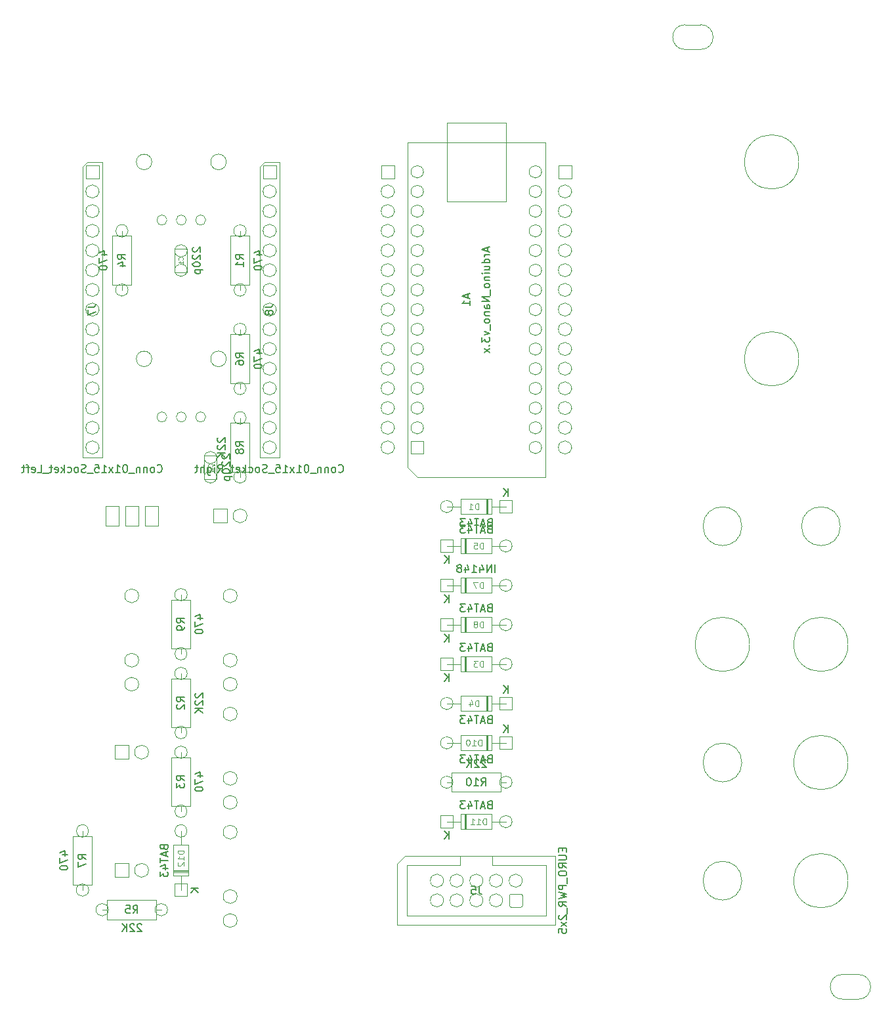
<source format=gbr>
%TF.GenerationSoftware,KiCad,Pcbnew,8.0.1-8.0.1-1~ubuntu22.04.1*%
%TF.CreationDate,2024-04-25T17:06:39+02:00*%
%TF.ProjectId,EuroClockMD,4575726f-436c-46f6-936b-4d442e6b6963,rev?*%
%TF.SameCoordinates,Original*%
%TF.FileFunction,AssemblyDrawing,Bot*%
%FSLAX46Y46*%
G04 Gerber Fmt 4.6, Leading zero omitted, Abs format (unit mm)*
G04 Created by KiCad (PCBNEW 8.0.1-8.0.1-1~ubuntu22.04.1) date 2024-04-25 17:06:39*
%MOMM*%
%LPD*%
G01*
G04 APERTURE LIST*
%ADD10C,0.150000*%
%ADD11C,0.120000*%
%ADD12C,0.090000*%
%ADD13C,0.100000*%
%ADD14C,0.100000*%
%TD*%
G04 APERTURE END LIST*
D10*
X152018152Y-56388095D02*
X152684819Y-56388095D01*
X151637200Y-56150000D02*
X152351485Y-55911905D01*
X152351485Y-55911905D02*
X152351485Y-56530952D01*
X151684819Y-56816667D02*
X151684819Y-57483333D01*
X151684819Y-57483333D02*
X152684819Y-57054762D01*
X151684819Y-58054762D02*
X151684819Y-58150000D01*
X151684819Y-58150000D02*
X151732438Y-58245238D01*
X151732438Y-58245238D02*
X151780057Y-58292857D01*
X151780057Y-58292857D02*
X151875295Y-58340476D01*
X151875295Y-58340476D02*
X152065771Y-58388095D01*
X152065771Y-58388095D02*
X152303866Y-58388095D01*
X152303866Y-58388095D02*
X152494342Y-58340476D01*
X152494342Y-58340476D02*
X152589580Y-58292857D01*
X152589580Y-58292857D02*
X152637200Y-58245238D01*
X152637200Y-58245238D02*
X152684819Y-58150000D01*
X152684819Y-58150000D02*
X152684819Y-58054762D01*
X152684819Y-58054762D02*
X152637200Y-57959524D01*
X152637200Y-57959524D02*
X152589580Y-57911905D01*
X152589580Y-57911905D02*
X152494342Y-57864286D01*
X152494342Y-57864286D02*
X152303866Y-57816667D01*
X152303866Y-57816667D02*
X152065771Y-57816667D01*
X152065771Y-57816667D02*
X151875295Y-57864286D01*
X151875295Y-57864286D02*
X151780057Y-57911905D01*
X151780057Y-57911905D02*
X151732438Y-57959524D01*
X151732438Y-57959524D02*
X151684819Y-58054762D01*
X150314819Y-56983333D02*
X149838628Y-56650000D01*
X150314819Y-56411905D02*
X149314819Y-56411905D01*
X149314819Y-56411905D02*
X149314819Y-56792857D01*
X149314819Y-56792857D02*
X149362438Y-56888095D01*
X149362438Y-56888095D02*
X149410057Y-56935714D01*
X149410057Y-56935714D02*
X149505295Y-56983333D01*
X149505295Y-56983333D02*
X149648152Y-56983333D01*
X149648152Y-56983333D02*
X149743390Y-56935714D01*
X149743390Y-56935714D02*
X149791009Y-56888095D01*
X149791009Y-56888095D02*
X149838628Y-56792857D01*
X149838628Y-56792857D02*
X149838628Y-56411905D01*
X150314819Y-57935714D02*
X150314819Y-57364286D01*
X150314819Y-57650000D02*
X149314819Y-57650000D01*
X149314819Y-57650000D02*
X149457676Y-57554762D01*
X149457676Y-57554762D02*
X149552914Y-57459524D01*
X149552914Y-57459524D02*
X149600533Y-57364286D01*
X182030476Y-101951009D02*
X181887619Y-101998628D01*
X181887619Y-101998628D02*
X181840000Y-102046247D01*
X181840000Y-102046247D02*
X181792381Y-102141485D01*
X181792381Y-102141485D02*
X181792381Y-102284342D01*
X181792381Y-102284342D02*
X181840000Y-102379580D01*
X181840000Y-102379580D02*
X181887619Y-102427200D01*
X181887619Y-102427200D02*
X181982857Y-102474819D01*
X181982857Y-102474819D02*
X182363809Y-102474819D01*
X182363809Y-102474819D02*
X182363809Y-101474819D01*
X182363809Y-101474819D02*
X182030476Y-101474819D01*
X182030476Y-101474819D02*
X181935238Y-101522438D01*
X181935238Y-101522438D02*
X181887619Y-101570057D01*
X181887619Y-101570057D02*
X181840000Y-101665295D01*
X181840000Y-101665295D02*
X181840000Y-101760533D01*
X181840000Y-101760533D02*
X181887619Y-101855771D01*
X181887619Y-101855771D02*
X181935238Y-101903390D01*
X181935238Y-101903390D02*
X182030476Y-101951009D01*
X182030476Y-101951009D02*
X182363809Y-101951009D01*
X181411428Y-102189104D02*
X180935238Y-102189104D01*
X181506666Y-102474819D02*
X181173333Y-101474819D01*
X181173333Y-101474819D02*
X180840000Y-102474819D01*
X180649523Y-101474819D02*
X180078095Y-101474819D01*
X180363809Y-102474819D02*
X180363809Y-101474819D01*
X179316190Y-101808152D02*
X179316190Y-102474819D01*
X179554285Y-101427200D02*
X179792380Y-102141485D01*
X179792380Y-102141485D02*
X179173333Y-102141485D01*
X178887618Y-101474819D02*
X178268571Y-101474819D01*
X178268571Y-101474819D02*
X178601904Y-101855771D01*
X178601904Y-101855771D02*
X178459047Y-101855771D01*
X178459047Y-101855771D02*
X178363809Y-101903390D01*
X178363809Y-101903390D02*
X178316190Y-101951009D01*
X178316190Y-101951009D02*
X178268571Y-102046247D01*
X178268571Y-102046247D02*
X178268571Y-102284342D01*
X178268571Y-102284342D02*
X178316190Y-102379580D01*
X178316190Y-102379580D02*
X178363809Y-102427200D01*
X178363809Y-102427200D02*
X178459047Y-102474819D01*
X178459047Y-102474819D02*
X178744761Y-102474819D01*
X178744761Y-102474819D02*
X178839999Y-102427200D01*
X178839999Y-102427200D02*
X178887618Y-102379580D01*
D11*
X181230475Y-104503855D02*
X181230475Y-103703855D01*
X181230475Y-103703855D02*
X181039999Y-103703855D01*
X181039999Y-103703855D02*
X180925713Y-103741950D01*
X180925713Y-103741950D02*
X180849523Y-103818140D01*
X180849523Y-103818140D02*
X180811428Y-103894331D01*
X180811428Y-103894331D02*
X180773332Y-104046712D01*
X180773332Y-104046712D02*
X180773332Y-104160998D01*
X180773332Y-104160998D02*
X180811428Y-104313379D01*
X180811428Y-104313379D02*
X180849523Y-104389569D01*
X180849523Y-104389569D02*
X180925713Y-104465760D01*
X180925713Y-104465760D02*
X181039999Y-104503855D01*
X181039999Y-104503855D02*
X181230475Y-104503855D01*
X180316190Y-104046712D02*
X180392380Y-104008617D01*
X180392380Y-104008617D02*
X180430475Y-103970521D01*
X180430475Y-103970521D02*
X180468571Y-103894331D01*
X180468571Y-103894331D02*
X180468571Y-103856236D01*
X180468571Y-103856236D02*
X180430475Y-103780045D01*
X180430475Y-103780045D02*
X180392380Y-103741950D01*
X180392380Y-103741950D02*
X180316190Y-103703855D01*
X180316190Y-103703855D02*
X180163809Y-103703855D01*
X180163809Y-103703855D02*
X180087618Y-103741950D01*
X180087618Y-103741950D02*
X180049523Y-103780045D01*
X180049523Y-103780045D02*
X180011428Y-103856236D01*
X180011428Y-103856236D02*
X180011428Y-103894331D01*
X180011428Y-103894331D02*
X180049523Y-103970521D01*
X180049523Y-103970521D02*
X180087618Y-104008617D01*
X180087618Y-104008617D02*
X180163809Y-104046712D01*
X180163809Y-104046712D02*
X180316190Y-104046712D01*
X180316190Y-104046712D02*
X180392380Y-104084807D01*
X180392380Y-104084807D02*
X180430475Y-104122902D01*
X180430475Y-104122902D02*
X180468571Y-104199093D01*
X180468571Y-104199093D02*
X180468571Y-104351474D01*
X180468571Y-104351474D02*
X180430475Y-104427664D01*
X180430475Y-104427664D02*
X180392380Y-104465760D01*
X180392380Y-104465760D02*
X180316190Y-104503855D01*
X180316190Y-104503855D02*
X180163809Y-104503855D01*
X180163809Y-104503855D02*
X180087618Y-104465760D01*
X180087618Y-104465760D02*
X180049523Y-104427664D01*
X180049523Y-104427664D02*
X180011428Y-104351474D01*
X180011428Y-104351474D02*
X180011428Y-104199093D01*
X180011428Y-104199093D02*
X180049523Y-104122902D01*
X180049523Y-104122902D02*
X180087618Y-104084807D01*
X180087618Y-104084807D02*
X180163809Y-104046712D01*
D10*
X176791904Y-106394819D02*
X176791904Y-105394819D01*
X176220476Y-106394819D02*
X176649047Y-105823390D01*
X176220476Y-105394819D02*
X176791904Y-105966247D01*
X132038152Y-56388095D02*
X132704819Y-56388095D01*
X131657200Y-56150000D02*
X132371485Y-55911905D01*
X132371485Y-55911905D02*
X132371485Y-56530952D01*
X131704819Y-56816667D02*
X131704819Y-57483333D01*
X131704819Y-57483333D02*
X132704819Y-57054762D01*
X131704819Y-58054762D02*
X131704819Y-58150000D01*
X131704819Y-58150000D02*
X131752438Y-58245238D01*
X131752438Y-58245238D02*
X131800057Y-58292857D01*
X131800057Y-58292857D02*
X131895295Y-58340476D01*
X131895295Y-58340476D02*
X132085771Y-58388095D01*
X132085771Y-58388095D02*
X132323866Y-58388095D01*
X132323866Y-58388095D02*
X132514342Y-58340476D01*
X132514342Y-58340476D02*
X132609580Y-58292857D01*
X132609580Y-58292857D02*
X132657200Y-58245238D01*
X132657200Y-58245238D02*
X132704819Y-58150000D01*
X132704819Y-58150000D02*
X132704819Y-58054762D01*
X132704819Y-58054762D02*
X132657200Y-57959524D01*
X132657200Y-57959524D02*
X132609580Y-57911905D01*
X132609580Y-57911905D02*
X132514342Y-57864286D01*
X132514342Y-57864286D02*
X132323866Y-57816667D01*
X132323866Y-57816667D02*
X132085771Y-57816667D01*
X132085771Y-57816667D02*
X131895295Y-57864286D01*
X131895295Y-57864286D02*
X131800057Y-57911905D01*
X131800057Y-57911905D02*
X131752438Y-57959524D01*
X131752438Y-57959524D02*
X131704819Y-58054762D01*
X135074819Y-56983333D02*
X134598628Y-56650000D01*
X135074819Y-56411905D02*
X134074819Y-56411905D01*
X134074819Y-56411905D02*
X134074819Y-56792857D01*
X134074819Y-56792857D02*
X134122438Y-56888095D01*
X134122438Y-56888095D02*
X134170057Y-56935714D01*
X134170057Y-56935714D02*
X134265295Y-56983333D01*
X134265295Y-56983333D02*
X134408152Y-56983333D01*
X134408152Y-56983333D02*
X134503390Y-56935714D01*
X134503390Y-56935714D02*
X134551009Y-56888095D01*
X134551009Y-56888095D02*
X134598628Y-56792857D01*
X134598628Y-56792857D02*
X134598628Y-56411905D01*
X134408152Y-57840476D02*
X135074819Y-57840476D01*
X134027200Y-57602381D02*
X134741485Y-57364286D01*
X134741485Y-57364286D02*
X134741485Y-57983333D01*
X144398152Y-103310176D02*
X145064819Y-103310176D01*
X144017200Y-103072081D02*
X144731485Y-102833986D01*
X144731485Y-102833986D02*
X144731485Y-103453033D01*
X144064819Y-103738748D02*
X144064819Y-104405414D01*
X144064819Y-104405414D02*
X145064819Y-103976843D01*
X144064819Y-104976843D02*
X144064819Y-105072081D01*
X144064819Y-105072081D02*
X144112438Y-105167319D01*
X144112438Y-105167319D02*
X144160057Y-105214938D01*
X144160057Y-105214938D02*
X144255295Y-105262557D01*
X144255295Y-105262557D02*
X144445771Y-105310176D01*
X144445771Y-105310176D02*
X144683866Y-105310176D01*
X144683866Y-105310176D02*
X144874342Y-105262557D01*
X144874342Y-105262557D02*
X144969580Y-105214938D01*
X144969580Y-105214938D02*
X145017200Y-105167319D01*
X145017200Y-105167319D02*
X145064819Y-105072081D01*
X145064819Y-105072081D02*
X145064819Y-104976843D01*
X145064819Y-104976843D02*
X145017200Y-104881605D01*
X145017200Y-104881605D02*
X144969580Y-104833986D01*
X144969580Y-104833986D02*
X144874342Y-104786367D01*
X144874342Y-104786367D02*
X144683866Y-104738748D01*
X144683866Y-104738748D02*
X144445771Y-104738748D01*
X144445771Y-104738748D02*
X144255295Y-104786367D01*
X144255295Y-104786367D02*
X144160057Y-104833986D01*
X144160057Y-104833986D02*
X144112438Y-104881605D01*
X144112438Y-104881605D02*
X144064819Y-104976843D01*
X142694819Y-103905414D02*
X142218628Y-103572081D01*
X142694819Y-103333986D02*
X141694819Y-103333986D01*
X141694819Y-103333986D02*
X141694819Y-103714938D01*
X141694819Y-103714938D02*
X141742438Y-103810176D01*
X141742438Y-103810176D02*
X141790057Y-103857795D01*
X141790057Y-103857795D02*
X141885295Y-103905414D01*
X141885295Y-103905414D02*
X142028152Y-103905414D01*
X142028152Y-103905414D02*
X142123390Y-103857795D01*
X142123390Y-103857795D02*
X142171009Y-103810176D01*
X142171009Y-103810176D02*
X142218628Y-103714938D01*
X142218628Y-103714938D02*
X142218628Y-103333986D01*
X142694819Y-104381605D02*
X142694819Y-104572081D01*
X142694819Y-104572081D02*
X142647200Y-104667319D01*
X142647200Y-104667319D02*
X142599580Y-104714938D01*
X142599580Y-104714938D02*
X142456723Y-104810176D01*
X142456723Y-104810176D02*
X142266247Y-104857795D01*
X142266247Y-104857795D02*
X141885295Y-104857795D01*
X141885295Y-104857795D02*
X141790057Y-104810176D01*
X141790057Y-104810176D02*
X141742438Y-104762557D01*
X141742438Y-104762557D02*
X141694819Y-104667319D01*
X141694819Y-104667319D02*
X141694819Y-104476843D01*
X141694819Y-104476843D02*
X141742438Y-104381605D01*
X141742438Y-104381605D02*
X141790057Y-104333986D01*
X141790057Y-104333986D02*
X141885295Y-104286367D01*
X141885295Y-104286367D02*
X142123390Y-104286367D01*
X142123390Y-104286367D02*
X142218628Y-104333986D01*
X142218628Y-104333986D02*
X142266247Y-104381605D01*
X142266247Y-104381605D02*
X142313866Y-104476843D01*
X142313866Y-104476843D02*
X142313866Y-104667319D01*
X142313866Y-104667319D02*
X142266247Y-104762557D01*
X142266247Y-104762557D02*
X142218628Y-104810176D01*
X142218628Y-104810176D02*
X142123390Y-104857795D01*
X162574763Y-84409580D02*
X162622382Y-84457200D01*
X162622382Y-84457200D02*
X162765239Y-84504819D01*
X162765239Y-84504819D02*
X162860477Y-84504819D01*
X162860477Y-84504819D02*
X163003334Y-84457200D01*
X163003334Y-84457200D02*
X163098572Y-84361961D01*
X163098572Y-84361961D02*
X163146191Y-84266723D01*
X163146191Y-84266723D02*
X163193810Y-84076247D01*
X163193810Y-84076247D02*
X163193810Y-83933390D01*
X163193810Y-83933390D02*
X163146191Y-83742914D01*
X163146191Y-83742914D02*
X163098572Y-83647676D01*
X163098572Y-83647676D02*
X163003334Y-83552438D01*
X163003334Y-83552438D02*
X162860477Y-83504819D01*
X162860477Y-83504819D02*
X162765239Y-83504819D01*
X162765239Y-83504819D02*
X162622382Y-83552438D01*
X162622382Y-83552438D02*
X162574763Y-83600057D01*
X162003334Y-84504819D02*
X162098572Y-84457200D01*
X162098572Y-84457200D02*
X162146191Y-84409580D01*
X162146191Y-84409580D02*
X162193810Y-84314342D01*
X162193810Y-84314342D02*
X162193810Y-84028628D01*
X162193810Y-84028628D02*
X162146191Y-83933390D01*
X162146191Y-83933390D02*
X162098572Y-83885771D01*
X162098572Y-83885771D02*
X162003334Y-83838152D01*
X162003334Y-83838152D02*
X161860477Y-83838152D01*
X161860477Y-83838152D02*
X161765239Y-83885771D01*
X161765239Y-83885771D02*
X161717620Y-83933390D01*
X161717620Y-83933390D02*
X161670001Y-84028628D01*
X161670001Y-84028628D02*
X161670001Y-84314342D01*
X161670001Y-84314342D02*
X161717620Y-84409580D01*
X161717620Y-84409580D02*
X161765239Y-84457200D01*
X161765239Y-84457200D02*
X161860477Y-84504819D01*
X161860477Y-84504819D02*
X162003334Y-84504819D01*
X161241429Y-83838152D02*
X161241429Y-84504819D01*
X161241429Y-83933390D02*
X161193810Y-83885771D01*
X161193810Y-83885771D02*
X161098572Y-83838152D01*
X161098572Y-83838152D02*
X160955715Y-83838152D01*
X160955715Y-83838152D02*
X160860477Y-83885771D01*
X160860477Y-83885771D02*
X160812858Y-83981009D01*
X160812858Y-83981009D02*
X160812858Y-84504819D01*
X160336667Y-83838152D02*
X160336667Y-84504819D01*
X160336667Y-83933390D02*
X160289048Y-83885771D01*
X160289048Y-83885771D02*
X160193810Y-83838152D01*
X160193810Y-83838152D02*
X160050953Y-83838152D01*
X160050953Y-83838152D02*
X159955715Y-83885771D01*
X159955715Y-83885771D02*
X159908096Y-83981009D01*
X159908096Y-83981009D02*
X159908096Y-84504819D01*
X159670001Y-84600057D02*
X158908096Y-84600057D01*
X158479524Y-83504819D02*
X158384286Y-83504819D01*
X158384286Y-83504819D02*
X158289048Y-83552438D01*
X158289048Y-83552438D02*
X158241429Y-83600057D01*
X158241429Y-83600057D02*
X158193810Y-83695295D01*
X158193810Y-83695295D02*
X158146191Y-83885771D01*
X158146191Y-83885771D02*
X158146191Y-84123866D01*
X158146191Y-84123866D02*
X158193810Y-84314342D01*
X158193810Y-84314342D02*
X158241429Y-84409580D01*
X158241429Y-84409580D02*
X158289048Y-84457200D01*
X158289048Y-84457200D02*
X158384286Y-84504819D01*
X158384286Y-84504819D02*
X158479524Y-84504819D01*
X158479524Y-84504819D02*
X158574762Y-84457200D01*
X158574762Y-84457200D02*
X158622381Y-84409580D01*
X158622381Y-84409580D02*
X158670000Y-84314342D01*
X158670000Y-84314342D02*
X158717619Y-84123866D01*
X158717619Y-84123866D02*
X158717619Y-83885771D01*
X158717619Y-83885771D02*
X158670000Y-83695295D01*
X158670000Y-83695295D02*
X158622381Y-83600057D01*
X158622381Y-83600057D02*
X158574762Y-83552438D01*
X158574762Y-83552438D02*
X158479524Y-83504819D01*
X157193810Y-84504819D02*
X157765238Y-84504819D01*
X157479524Y-84504819D02*
X157479524Y-83504819D01*
X157479524Y-83504819D02*
X157574762Y-83647676D01*
X157574762Y-83647676D02*
X157670000Y-83742914D01*
X157670000Y-83742914D02*
X157765238Y-83790533D01*
X156860476Y-84504819D02*
X156336667Y-83838152D01*
X156860476Y-83838152D02*
X156336667Y-84504819D01*
X155431905Y-84504819D02*
X156003333Y-84504819D01*
X155717619Y-84504819D02*
X155717619Y-83504819D01*
X155717619Y-83504819D02*
X155812857Y-83647676D01*
X155812857Y-83647676D02*
X155908095Y-83742914D01*
X155908095Y-83742914D02*
X156003333Y-83790533D01*
X154527143Y-83504819D02*
X155003333Y-83504819D01*
X155003333Y-83504819D02*
X155050952Y-83981009D01*
X155050952Y-83981009D02*
X155003333Y-83933390D01*
X155003333Y-83933390D02*
X154908095Y-83885771D01*
X154908095Y-83885771D02*
X154670000Y-83885771D01*
X154670000Y-83885771D02*
X154574762Y-83933390D01*
X154574762Y-83933390D02*
X154527143Y-83981009D01*
X154527143Y-83981009D02*
X154479524Y-84076247D01*
X154479524Y-84076247D02*
X154479524Y-84314342D01*
X154479524Y-84314342D02*
X154527143Y-84409580D01*
X154527143Y-84409580D02*
X154574762Y-84457200D01*
X154574762Y-84457200D02*
X154670000Y-84504819D01*
X154670000Y-84504819D02*
X154908095Y-84504819D01*
X154908095Y-84504819D02*
X155003333Y-84457200D01*
X155003333Y-84457200D02*
X155050952Y-84409580D01*
X154289048Y-84600057D02*
X153527143Y-84600057D01*
X153336666Y-84457200D02*
X153193809Y-84504819D01*
X153193809Y-84504819D02*
X152955714Y-84504819D01*
X152955714Y-84504819D02*
X152860476Y-84457200D01*
X152860476Y-84457200D02*
X152812857Y-84409580D01*
X152812857Y-84409580D02*
X152765238Y-84314342D01*
X152765238Y-84314342D02*
X152765238Y-84219104D01*
X152765238Y-84219104D02*
X152812857Y-84123866D01*
X152812857Y-84123866D02*
X152860476Y-84076247D01*
X152860476Y-84076247D02*
X152955714Y-84028628D01*
X152955714Y-84028628D02*
X153146190Y-83981009D01*
X153146190Y-83981009D02*
X153241428Y-83933390D01*
X153241428Y-83933390D02*
X153289047Y-83885771D01*
X153289047Y-83885771D02*
X153336666Y-83790533D01*
X153336666Y-83790533D02*
X153336666Y-83695295D01*
X153336666Y-83695295D02*
X153289047Y-83600057D01*
X153289047Y-83600057D02*
X153241428Y-83552438D01*
X153241428Y-83552438D02*
X153146190Y-83504819D01*
X153146190Y-83504819D02*
X152908095Y-83504819D01*
X152908095Y-83504819D02*
X152765238Y-83552438D01*
X152193809Y-84504819D02*
X152289047Y-84457200D01*
X152289047Y-84457200D02*
X152336666Y-84409580D01*
X152336666Y-84409580D02*
X152384285Y-84314342D01*
X152384285Y-84314342D02*
X152384285Y-84028628D01*
X152384285Y-84028628D02*
X152336666Y-83933390D01*
X152336666Y-83933390D02*
X152289047Y-83885771D01*
X152289047Y-83885771D02*
X152193809Y-83838152D01*
X152193809Y-83838152D02*
X152050952Y-83838152D01*
X152050952Y-83838152D02*
X151955714Y-83885771D01*
X151955714Y-83885771D02*
X151908095Y-83933390D01*
X151908095Y-83933390D02*
X151860476Y-84028628D01*
X151860476Y-84028628D02*
X151860476Y-84314342D01*
X151860476Y-84314342D02*
X151908095Y-84409580D01*
X151908095Y-84409580D02*
X151955714Y-84457200D01*
X151955714Y-84457200D02*
X152050952Y-84504819D01*
X152050952Y-84504819D02*
X152193809Y-84504819D01*
X151003333Y-84457200D02*
X151098571Y-84504819D01*
X151098571Y-84504819D02*
X151289047Y-84504819D01*
X151289047Y-84504819D02*
X151384285Y-84457200D01*
X151384285Y-84457200D02*
X151431904Y-84409580D01*
X151431904Y-84409580D02*
X151479523Y-84314342D01*
X151479523Y-84314342D02*
X151479523Y-84028628D01*
X151479523Y-84028628D02*
X151431904Y-83933390D01*
X151431904Y-83933390D02*
X151384285Y-83885771D01*
X151384285Y-83885771D02*
X151289047Y-83838152D01*
X151289047Y-83838152D02*
X151098571Y-83838152D01*
X151098571Y-83838152D02*
X151003333Y-83885771D01*
X150574761Y-84504819D02*
X150574761Y-83504819D01*
X150479523Y-84123866D02*
X150193809Y-84504819D01*
X150193809Y-83838152D02*
X150574761Y-84219104D01*
X149384285Y-84457200D02*
X149479523Y-84504819D01*
X149479523Y-84504819D02*
X149669999Y-84504819D01*
X149669999Y-84504819D02*
X149765237Y-84457200D01*
X149765237Y-84457200D02*
X149812856Y-84361961D01*
X149812856Y-84361961D02*
X149812856Y-83981009D01*
X149812856Y-83981009D02*
X149765237Y-83885771D01*
X149765237Y-83885771D02*
X149669999Y-83838152D01*
X149669999Y-83838152D02*
X149479523Y-83838152D01*
X149479523Y-83838152D02*
X149384285Y-83885771D01*
X149384285Y-83885771D02*
X149336666Y-83981009D01*
X149336666Y-83981009D02*
X149336666Y-84076247D01*
X149336666Y-84076247D02*
X149812856Y-84171485D01*
X149050951Y-83838152D02*
X148669999Y-83838152D01*
X148908094Y-83504819D02*
X148908094Y-84361961D01*
X148908094Y-84361961D02*
X148860475Y-84457200D01*
X148860475Y-84457200D02*
X148765237Y-84504819D01*
X148765237Y-84504819D02*
X148669999Y-84504819D01*
X148574761Y-84600057D02*
X147812856Y-84600057D01*
X147003332Y-84504819D02*
X147336665Y-84028628D01*
X147574760Y-84504819D02*
X147574760Y-83504819D01*
X147574760Y-83504819D02*
X147193808Y-83504819D01*
X147193808Y-83504819D02*
X147098570Y-83552438D01*
X147098570Y-83552438D02*
X147050951Y-83600057D01*
X147050951Y-83600057D02*
X147003332Y-83695295D01*
X147003332Y-83695295D02*
X147003332Y-83838152D01*
X147003332Y-83838152D02*
X147050951Y-83933390D01*
X147050951Y-83933390D02*
X147098570Y-83981009D01*
X147098570Y-83981009D02*
X147193808Y-84028628D01*
X147193808Y-84028628D02*
X147574760Y-84028628D01*
X146574760Y-84504819D02*
X146574760Y-83838152D01*
X146574760Y-83504819D02*
X146622379Y-83552438D01*
X146622379Y-83552438D02*
X146574760Y-83600057D01*
X146574760Y-83600057D02*
X146527141Y-83552438D01*
X146527141Y-83552438D02*
X146574760Y-83504819D01*
X146574760Y-83504819D02*
X146574760Y-83600057D01*
X145669999Y-83838152D02*
X145669999Y-84647676D01*
X145669999Y-84647676D02*
X145717618Y-84742914D01*
X145717618Y-84742914D02*
X145765237Y-84790533D01*
X145765237Y-84790533D02*
X145860475Y-84838152D01*
X145860475Y-84838152D02*
X146003332Y-84838152D01*
X146003332Y-84838152D02*
X146098570Y-84790533D01*
X145669999Y-84457200D02*
X145765237Y-84504819D01*
X145765237Y-84504819D02*
X145955713Y-84504819D01*
X145955713Y-84504819D02*
X146050951Y-84457200D01*
X146050951Y-84457200D02*
X146098570Y-84409580D01*
X146098570Y-84409580D02*
X146146189Y-84314342D01*
X146146189Y-84314342D02*
X146146189Y-84028628D01*
X146146189Y-84028628D02*
X146098570Y-83933390D01*
X146098570Y-83933390D02*
X146050951Y-83885771D01*
X146050951Y-83885771D02*
X145955713Y-83838152D01*
X145955713Y-83838152D02*
X145765237Y-83838152D01*
X145765237Y-83838152D02*
X145669999Y-83885771D01*
X145193808Y-84504819D02*
X145193808Y-83504819D01*
X144765237Y-84504819D02*
X144765237Y-83981009D01*
X144765237Y-83981009D02*
X144812856Y-83885771D01*
X144812856Y-83885771D02*
X144908094Y-83838152D01*
X144908094Y-83838152D02*
X145050951Y-83838152D01*
X145050951Y-83838152D02*
X145146189Y-83885771D01*
X145146189Y-83885771D02*
X145193808Y-83933390D01*
X144431903Y-83838152D02*
X144050951Y-83838152D01*
X144289046Y-83504819D02*
X144289046Y-84361961D01*
X144289046Y-84361961D02*
X144241427Y-84457200D01*
X144241427Y-84457200D02*
X144146189Y-84504819D01*
X144146189Y-84504819D02*
X144050951Y-84504819D01*
X153124819Y-63166666D02*
X153839104Y-63166666D01*
X153839104Y-63166666D02*
X153981961Y-63119047D01*
X153981961Y-63119047D02*
X154077200Y-63023809D01*
X154077200Y-63023809D02*
X154124819Y-62880952D01*
X154124819Y-62880952D02*
X154124819Y-62785714D01*
X153553390Y-63785714D02*
X153505771Y-63690476D01*
X153505771Y-63690476D02*
X153458152Y-63642857D01*
X153458152Y-63642857D02*
X153362914Y-63595238D01*
X153362914Y-63595238D02*
X153315295Y-63595238D01*
X153315295Y-63595238D02*
X153220057Y-63642857D01*
X153220057Y-63642857D02*
X153172438Y-63690476D01*
X153172438Y-63690476D02*
X153124819Y-63785714D01*
X153124819Y-63785714D02*
X153124819Y-63976190D01*
X153124819Y-63976190D02*
X153172438Y-64071428D01*
X153172438Y-64071428D02*
X153220057Y-64119047D01*
X153220057Y-64119047D02*
X153315295Y-64166666D01*
X153315295Y-64166666D02*
X153362914Y-64166666D01*
X153362914Y-64166666D02*
X153458152Y-64119047D01*
X153458152Y-64119047D02*
X153505771Y-64071428D01*
X153505771Y-64071428D02*
X153553390Y-63976190D01*
X153553390Y-63976190D02*
X153553390Y-63785714D01*
X153553390Y-63785714D02*
X153601009Y-63690476D01*
X153601009Y-63690476D02*
X153648628Y-63642857D01*
X153648628Y-63642857D02*
X153743866Y-63595238D01*
X153743866Y-63595238D02*
X153934342Y-63595238D01*
X153934342Y-63595238D02*
X154029580Y-63642857D01*
X154029580Y-63642857D02*
X154077200Y-63690476D01*
X154077200Y-63690476D02*
X154124819Y-63785714D01*
X154124819Y-63785714D02*
X154124819Y-63976190D01*
X154124819Y-63976190D02*
X154077200Y-64071428D01*
X154077200Y-64071428D02*
X154029580Y-64119047D01*
X154029580Y-64119047D02*
X153934342Y-64166666D01*
X153934342Y-64166666D02*
X153743866Y-64166666D01*
X153743866Y-64166666D02*
X153648628Y-64119047D01*
X153648628Y-64119047D02*
X153601009Y-64071428D01*
X153601009Y-64071428D02*
X153553390Y-63976190D01*
X182030476Y-116351009D02*
X181887619Y-116398628D01*
X181887619Y-116398628D02*
X181840000Y-116446247D01*
X181840000Y-116446247D02*
X181792381Y-116541485D01*
X181792381Y-116541485D02*
X181792381Y-116684342D01*
X181792381Y-116684342D02*
X181840000Y-116779580D01*
X181840000Y-116779580D02*
X181887619Y-116827200D01*
X181887619Y-116827200D02*
X181982857Y-116874819D01*
X181982857Y-116874819D02*
X182363809Y-116874819D01*
X182363809Y-116874819D02*
X182363809Y-115874819D01*
X182363809Y-115874819D02*
X182030476Y-115874819D01*
X182030476Y-115874819D02*
X181935238Y-115922438D01*
X181935238Y-115922438D02*
X181887619Y-115970057D01*
X181887619Y-115970057D02*
X181840000Y-116065295D01*
X181840000Y-116065295D02*
X181840000Y-116160533D01*
X181840000Y-116160533D02*
X181887619Y-116255771D01*
X181887619Y-116255771D02*
X181935238Y-116303390D01*
X181935238Y-116303390D02*
X182030476Y-116351009D01*
X182030476Y-116351009D02*
X182363809Y-116351009D01*
X181411428Y-116589104D02*
X180935238Y-116589104D01*
X181506666Y-116874819D02*
X181173333Y-115874819D01*
X181173333Y-115874819D02*
X180840000Y-116874819D01*
X180649523Y-115874819D02*
X180078095Y-115874819D01*
X180363809Y-116874819D02*
X180363809Y-115874819D01*
X179316190Y-116208152D02*
X179316190Y-116874819D01*
X179554285Y-115827200D02*
X179792380Y-116541485D01*
X179792380Y-116541485D02*
X179173333Y-116541485D01*
X178887618Y-115874819D02*
X178268571Y-115874819D01*
X178268571Y-115874819D02*
X178601904Y-116255771D01*
X178601904Y-116255771D02*
X178459047Y-116255771D01*
X178459047Y-116255771D02*
X178363809Y-116303390D01*
X178363809Y-116303390D02*
X178316190Y-116351009D01*
X178316190Y-116351009D02*
X178268571Y-116446247D01*
X178268571Y-116446247D02*
X178268571Y-116684342D01*
X178268571Y-116684342D02*
X178316190Y-116779580D01*
X178316190Y-116779580D02*
X178363809Y-116827200D01*
X178363809Y-116827200D02*
X178459047Y-116874819D01*
X178459047Y-116874819D02*
X178744761Y-116874819D01*
X178744761Y-116874819D02*
X178839999Y-116827200D01*
X178839999Y-116827200D02*
X178887618Y-116779580D01*
X184411904Y-112954819D02*
X184411904Y-111954819D01*
X183840476Y-112954819D02*
X184269047Y-112383390D01*
X183840476Y-111954819D02*
X184411904Y-112526247D01*
D11*
X180630475Y-114663855D02*
X180630475Y-113863855D01*
X180630475Y-113863855D02*
X180439999Y-113863855D01*
X180439999Y-113863855D02*
X180325713Y-113901950D01*
X180325713Y-113901950D02*
X180249523Y-113978140D01*
X180249523Y-113978140D02*
X180211428Y-114054331D01*
X180211428Y-114054331D02*
X180173332Y-114206712D01*
X180173332Y-114206712D02*
X180173332Y-114320998D01*
X180173332Y-114320998D02*
X180211428Y-114473379D01*
X180211428Y-114473379D02*
X180249523Y-114549569D01*
X180249523Y-114549569D02*
X180325713Y-114625760D01*
X180325713Y-114625760D02*
X180439999Y-114663855D01*
X180439999Y-114663855D02*
X180630475Y-114663855D01*
X179487618Y-114130521D02*
X179487618Y-114663855D01*
X179678094Y-113825760D02*
X179868571Y-114397188D01*
X179868571Y-114397188D02*
X179373332Y-114397188D01*
D10*
X139190954Y-84409580D02*
X139238573Y-84457200D01*
X139238573Y-84457200D02*
X139381430Y-84504819D01*
X139381430Y-84504819D02*
X139476668Y-84504819D01*
X139476668Y-84504819D02*
X139619525Y-84457200D01*
X139619525Y-84457200D02*
X139714763Y-84361961D01*
X139714763Y-84361961D02*
X139762382Y-84266723D01*
X139762382Y-84266723D02*
X139810001Y-84076247D01*
X139810001Y-84076247D02*
X139810001Y-83933390D01*
X139810001Y-83933390D02*
X139762382Y-83742914D01*
X139762382Y-83742914D02*
X139714763Y-83647676D01*
X139714763Y-83647676D02*
X139619525Y-83552438D01*
X139619525Y-83552438D02*
X139476668Y-83504819D01*
X139476668Y-83504819D02*
X139381430Y-83504819D01*
X139381430Y-83504819D02*
X139238573Y-83552438D01*
X139238573Y-83552438D02*
X139190954Y-83600057D01*
X138619525Y-84504819D02*
X138714763Y-84457200D01*
X138714763Y-84457200D02*
X138762382Y-84409580D01*
X138762382Y-84409580D02*
X138810001Y-84314342D01*
X138810001Y-84314342D02*
X138810001Y-84028628D01*
X138810001Y-84028628D02*
X138762382Y-83933390D01*
X138762382Y-83933390D02*
X138714763Y-83885771D01*
X138714763Y-83885771D02*
X138619525Y-83838152D01*
X138619525Y-83838152D02*
X138476668Y-83838152D01*
X138476668Y-83838152D02*
X138381430Y-83885771D01*
X138381430Y-83885771D02*
X138333811Y-83933390D01*
X138333811Y-83933390D02*
X138286192Y-84028628D01*
X138286192Y-84028628D02*
X138286192Y-84314342D01*
X138286192Y-84314342D02*
X138333811Y-84409580D01*
X138333811Y-84409580D02*
X138381430Y-84457200D01*
X138381430Y-84457200D02*
X138476668Y-84504819D01*
X138476668Y-84504819D02*
X138619525Y-84504819D01*
X137857620Y-83838152D02*
X137857620Y-84504819D01*
X137857620Y-83933390D02*
X137810001Y-83885771D01*
X137810001Y-83885771D02*
X137714763Y-83838152D01*
X137714763Y-83838152D02*
X137571906Y-83838152D01*
X137571906Y-83838152D02*
X137476668Y-83885771D01*
X137476668Y-83885771D02*
X137429049Y-83981009D01*
X137429049Y-83981009D02*
X137429049Y-84504819D01*
X136952858Y-83838152D02*
X136952858Y-84504819D01*
X136952858Y-83933390D02*
X136905239Y-83885771D01*
X136905239Y-83885771D02*
X136810001Y-83838152D01*
X136810001Y-83838152D02*
X136667144Y-83838152D01*
X136667144Y-83838152D02*
X136571906Y-83885771D01*
X136571906Y-83885771D02*
X136524287Y-83981009D01*
X136524287Y-83981009D02*
X136524287Y-84504819D01*
X136286192Y-84600057D02*
X135524287Y-84600057D01*
X135095715Y-83504819D02*
X135000477Y-83504819D01*
X135000477Y-83504819D02*
X134905239Y-83552438D01*
X134905239Y-83552438D02*
X134857620Y-83600057D01*
X134857620Y-83600057D02*
X134810001Y-83695295D01*
X134810001Y-83695295D02*
X134762382Y-83885771D01*
X134762382Y-83885771D02*
X134762382Y-84123866D01*
X134762382Y-84123866D02*
X134810001Y-84314342D01*
X134810001Y-84314342D02*
X134857620Y-84409580D01*
X134857620Y-84409580D02*
X134905239Y-84457200D01*
X134905239Y-84457200D02*
X135000477Y-84504819D01*
X135000477Y-84504819D02*
X135095715Y-84504819D01*
X135095715Y-84504819D02*
X135190953Y-84457200D01*
X135190953Y-84457200D02*
X135238572Y-84409580D01*
X135238572Y-84409580D02*
X135286191Y-84314342D01*
X135286191Y-84314342D02*
X135333810Y-84123866D01*
X135333810Y-84123866D02*
X135333810Y-83885771D01*
X135333810Y-83885771D02*
X135286191Y-83695295D01*
X135286191Y-83695295D02*
X135238572Y-83600057D01*
X135238572Y-83600057D02*
X135190953Y-83552438D01*
X135190953Y-83552438D02*
X135095715Y-83504819D01*
X133810001Y-84504819D02*
X134381429Y-84504819D01*
X134095715Y-84504819D02*
X134095715Y-83504819D01*
X134095715Y-83504819D02*
X134190953Y-83647676D01*
X134190953Y-83647676D02*
X134286191Y-83742914D01*
X134286191Y-83742914D02*
X134381429Y-83790533D01*
X133476667Y-84504819D02*
X132952858Y-83838152D01*
X133476667Y-83838152D02*
X132952858Y-84504819D01*
X132048096Y-84504819D02*
X132619524Y-84504819D01*
X132333810Y-84504819D02*
X132333810Y-83504819D01*
X132333810Y-83504819D02*
X132429048Y-83647676D01*
X132429048Y-83647676D02*
X132524286Y-83742914D01*
X132524286Y-83742914D02*
X132619524Y-83790533D01*
X131143334Y-83504819D02*
X131619524Y-83504819D01*
X131619524Y-83504819D02*
X131667143Y-83981009D01*
X131667143Y-83981009D02*
X131619524Y-83933390D01*
X131619524Y-83933390D02*
X131524286Y-83885771D01*
X131524286Y-83885771D02*
X131286191Y-83885771D01*
X131286191Y-83885771D02*
X131190953Y-83933390D01*
X131190953Y-83933390D02*
X131143334Y-83981009D01*
X131143334Y-83981009D02*
X131095715Y-84076247D01*
X131095715Y-84076247D02*
X131095715Y-84314342D01*
X131095715Y-84314342D02*
X131143334Y-84409580D01*
X131143334Y-84409580D02*
X131190953Y-84457200D01*
X131190953Y-84457200D02*
X131286191Y-84504819D01*
X131286191Y-84504819D02*
X131524286Y-84504819D01*
X131524286Y-84504819D02*
X131619524Y-84457200D01*
X131619524Y-84457200D02*
X131667143Y-84409580D01*
X130905239Y-84600057D02*
X130143334Y-84600057D01*
X129952857Y-84457200D02*
X129810000Y-84504819D01*
X129810000Y-84504819D02*
X129571905Y-84504819D01*
X129571905Y-84504819D02*
X129476667Y-84457200D01*
X129476667Y-84457200D02*
X129429048Y-84409580D01*
X129429048Y-84409580D02*
X129381429Y-84314342D01*
X129381429Y-84314342D02*
X129381429Y-84219104D01*
X129381429Y-84219104D02*
X129429048Y-84123866D01*
X129429048Y-84123866D02*
X129476667Y-84076247D01*
X129476667Y-84076247D02*
X129571905Y-84028628D01*
X129571905Y-84028628D02*
X129762381Y-83981009D01*
X129762381Y-83981009D02*
X129857619Y-83933390D01*
X129857619Y-83933390D02*
X129905238Y-83885771D01*
X129905238Y-83885771D02*
X129952857Y-83790533D01*
X129952857Y-83790533D02*
X129952857Y-83695295D01*
X129952857Y-83695295D02*
X129905238Y-83600057D01*
X129905238Y-83600057D02*
X129857619Y-83552438D01*
X129857619Y-83552438D02*
X129762381Y-83504819D01*
X129762381Y-83504819D02*
X129524286Y-83504819D01*
X129524286Y-83504819D02*
X129381429Y-83552438D01*
X128810000Y-84504819D02*
X128905238Y-84457200D01*
X128905238Y-84457200D02*
X128952857Y-84409580D01*
X128952857Y-84409580D02*
X129000476Y-84314342D01*
X129000476Y-84314342D02*
X129000476Y-84028628D01*
X129000476Y-84028628D02*
X128952857Y-83933390D01*
X128952857Y-83933390D02*
X128905238Y-83885771D01*
X128905238Y-83885771D02*
X128810000Y-83838152D01*
X128810000Y-83838152D02*
X128667143Y-83838152D01*
X128667143Y-83838152D02*
X128571905Y-83885771D01*
X128571905Y-83885771D02*
X128524286Y-83933390D01*
X128524286Y-83933390D02*
X128476667Y-84028628D01*
X128476667Y-84028628D02*
X128476667Y-84314342D01*
X128476667Y-84314342D02*
X128524286Y-84409580D01*
X128524286Y-84409580D02*
X128571905Y-84457200D01*
X128571905Y-84457200D02*
X128667143Y-84504819D01*
X128667143Y-84504819D02*
X128810000Y-84504819D01*
X127619524Y-84457200D02*
X127714762Y-84504819D01*
X127714762Y-84504819D02*
X127905238Y-84504819D01*
X127905238Y-84504819D02*
X128000476Y-84457200D01*
X128000476Y-84457200D02*
X128048095Y-84409580D01*
X128048095Y-84409580D02*
X128095714Y-84314342D01*
X128095714Y-84314342D02*
X128095714Y-84028628D01*
X128095714Y-84028628D02*
X128048095Y-83933390D01*
X128048095Y-83933390D02*
X128000476Y-83885771D01*
X128000476Y-83885771D02*
X127905238Y-83838152D01*
X127905238Y-83838152D02*
X127714762Y-83838152D01*
X127714762Y-83838152D02*
X127619524Y-83885771D01*
X127190952Y-84504819D02*
X127190952Y-83504819D01*
X127095714Y-84123866D02*
X126810000Y-84504819D01*
X126810000Y-83838152D02*
X127190952Y-84219104D01*
X126000476Y-84457200D02*
X126095714Y-84504819D01*
X126095714Y-84504819D02*
X126286190Y-84504819D01*
X126286190Y-84504819D02*
X126381428Y-84457200D01*
X126381428Y-84457200D02*
X126429047Y-84361961D01*
X126429047Y-84361961D02*
X126429047Y-83981009D01*
X126429047Y-83981009D02*
X126381428Y-83885771D01*
X126381428Y-83885771D02*
X126286190Y-83838152D01*
X126286190Y-83838152D02*
X126095714Y-83838152D01*
X126095714Y-83838152D02*
X126000476Y-83885771D01*
X126000476Y-83885771D02*
X125952857Y-83981009D01*
X125952857Y-83981009D02*
X125952857Y-84076247D01*
X125952857Y-84076247D02*
X126429047Y-84171485D01*
X125667142Y-83838152D02*
X125286190Y-83838152D01*
X125524285Y-83504819D02*
X125524285Y-84361961D01*
X125524285Y-84361961D02*
X125476666Y-84457200D01*
X125476666Y-84457200D02*
X125381428Y-84504819D01*
X125381428Y-84504819D02*
X125286190Y-84504819D01*
X125190952Y-84600057D02*
X124429047Y-84600057D01*
X123714761Y-84504819D02*
X124190951Y-84504819D01*
X124190951Y-84504819D02*
X124190951Y-83504819D01*
X123000475Y-84457200D02*
X123095713Y-84504819D01*
X123095713Y-84504819D02*
X123286189Y-84504819D01*
X123286189Y-84504819D02*
X123381427Y-84457200D01*
X123381427Y-84457200D02*
X123429046Y-84361961D01*
X123429046Y-84361961D02*
X123429046Y-83981009D01*
X123429046Y-83981009D02*
X123381427Y-83885771D01*
X123381427Y-83885771D02*
X123286189Y-83838152D01*
X123286189Y-83838152D02*
X123095713Y-83838152D01*
X123095713Y-83838152D02*
X123000475Y-83885771D01*
X123000475Y-83885771D02*
X122952856Y-83981009D01*
X122952856Y-83981009D02*
X122952856Y-84076247D01*
X122952856Y-84076247D02*
X123429046Y-84171485D01*
X122667141Y-83838152D02*
X122286189Y-83838152D01*
X122524284Y-84504819D02*
X122524284Y-83647676D01*
X122524284Y-83647676D02*
X122476665Y-83552438D01*
X122476665Y-83552438D02*
X122381427Y-83504819D01*
X122381427Y-83504819D02*
X122286189Y-83504819D01*
X122095712Y-83838152D02*
X121714760Y-83838152D01*
X121952855Y-83504819D02*
X121952855Y-84361961D01*
X121952855Y-84361961D02*
X121905236Y-84457200D01*
X121905236Y-84457200D02*
X121809998Y-84504819D01*
X121809998Y-84504819D02*
X121714760Y-84504819D01*
X130264819Y-63166666D02*
X130979104Y-63166666D01*
X130979104Y-63166666D02*
X131121961Y-63119047D01*
X131121961Y-63119047D02*
X131217200Y-63023809D01*
X131217200Y-63023809D02*
X131264819Y-62880952D01*
X131264819Y-62880952D02*
X131264819Y-62785714D01*
X130264819Y-63547619D02*
X130264819Y-64214285D01*
X130264819Y-64214285D02*
X131264819Y-63785714D01*
X152018152Y-69088095D02*
X152684819Y-69088095D01*
X151637200Y-68850000D02*
X152351485Y-68611905D01*
X152351485Y-68611905D02*
X152351485Y-69230952D01*
X151684819Y-69516667D02*
X151684819Y-70183333D01*
X151684819Y-70183333D02*
X152684819Y-69754762D01*
X151684819Y-70754762D02*
X151684819Y-70850000D01*
X151684819Y-70850000D02*
X151732438Y-70945238D01*
X151732438Y-70945238D02*
X151780057Y-70992857D01*
X151780057Y-70992857D02*
X151875295Y-71040476D01*
X151875295Y-71040476D02*
X152065771Y-71088095D01*
X152065771Y-71088095D02*
X152303866Y-71088095D01*
X152303866Y-71088095D02*
X152494342Y-71040476D01*
X152494342Y-71040476D02*
X152589580Y-70992857D01*
X152589580Y-70992857D02*
X152637200Y-70945238D01*
X152637200Y-70945238D02*
X152684819Y-70850000D01*
X152684819Y-70850000D02*
X152684819Y-70754762D01*
X152684819Y-70754762D02*
X152637200Y-70659524D01*
X152637200Y-70659524D02*
X152589580Y-70611905D01*
X152589580Y-70611905D02*
X152494342Y-70564286D01*
X152494342Y-70564286D02*
X152303866Y-70516667D01*
X152303866Y-70516667D02*
X152065771Y-70516667D01*
X152065771Y-70516667D02*
X151875295Y-70564286D01*
X151875295Y-70564286D02*
X151780057Y-70611905D01*
X151780057Y-70611905D02*
X151732438Y-70659524D01*
X151732438Y-70659524D02*
X151684819Y-70754762D01*
X150314819Y-69683333D02*
X149838628Y-69350000D01*
X150314819Y-69111905D02*
X149314819Y-69111905D01*
X149314819Y-69111905D02*
X149314819Y-69492857D01*
X149314819Y-69492857D02*
X149362438Y-69588095D01*
X149362438Y-69588095D02*
X149410057Y-69635714D01*
X149410057Y-69635714D02*
X149505295Y-69683333D01*
X149505295Y-69683333D02*
X149648152Y-69683333D01*
X149648152Y-69683333D02*
X149743390Y-69635714D01*
X149743390Y-69635714D02*
X149791009Y-69588095D01*
X149791009Y-69588095D02*
X149838628Y-69492857D01*
X149838628Y-69492857D02*
X149838628Y-69111905D01*
X149314819Y-70540476D02*
X149314819Y-70350000D01*
X149314819Y-70350000D02*
X149362438Y-70254762D01*
X149362438Y-70254762D02*
X149410057Y-70207143D01*
X149410057Y-70207143D02*
X149552914Y-70111905D01*
X149552914Y-70111905D02*
X149743390Y-70064286D01*
X149743390Y-70064286D02*
X150124342Y-70064286D01*
X150124342Y-70064286D02*
X150219580Y-70111905D01*
X150219580Y-70111905D02*
X150267200Y-70159524D01*
X150267200Y-70159524D02*
X150314819Y-70254762D01*
X150314819Y-70254762D02*
X150314819Y-70445238D01*
X150314819Y-70445238D02*
X150267200Y-70540476D01*
X150267200Y-70540476D02*
X150219580Y-70588095D01*
X150219580Y-70588095D02*
X150124342Y-70635714D01*
X150124342Y-70635714D02*
X149886247Y-70635714D01*
X149886247Y-70635714D02*
X149791009Y-70588095D01*
X149791009Y-70588095D02*
X149743390Y-70540476D01*
X149743390Y-70540476D02*
X149695771Y-70445238D01*
X149695771Y-70445238D02*
X149695771Y-70254762D01*
X149695771Y-70254762D02*
X149743390Y-70159524D01*
X149743390Y-70159524D02*
X149791009Y-70111905D01*
X149791009Y-70111905D02*
X149886247Y-70064286D01*
X182030476Y-121431009D02*
X181887619Y-121478628D01*
X181887619Y-121478628D02*
X181840000Y-121526247D01*
X181840000Y-121526247D02*
X181792381Y-121621485D01*
X181792381Y-121621485D02*
X181792381Y-121764342D01*
X181792381Y-121764342D02*
X181840000Y-121859580D01*
X181840000Y-121859580D02*
X181887619Y-121907200D01*
X181887619Y-121907200D02*
X181982857Y-121954819D01*
X181982857Y-121954819D02*
X182363809Y-121954819D01*
X182363809Y-121954819D02*
X182363809Y-120954819D01*
X182363809Y-120954819D02*
X182030476Y-120954819D01*
X182030476Y-120954819D02*
X181935238Y-121002438D01*
X181935238Y-121002438D02*
X181887619Y-121050057D01*
X181887619Y-121050057D02*
X181840000Y-121145295D01*
X181840000Y-121145295D02*
X181840000Y-121240533D01*
X181840000Y-121240533D02*
X181887619Y-121335771D01*
X181887619Y-121335771D02*
X181935238Y-121383390D01*
X181935238Y-121383390D02*
X182030476Y-121431009D01*
X182030476Y-121431009D02*
X182363809Y-121431009D01*
X181411428Y-121669104D02*
X180935238Y-121669104D01*
X181506666Y-121954819D02*
X181173333Y-120954819D01*
X181173333Y-120954819D02*
X180840000Y-121954819D01*
X180649523Y-120954819D02*
X180078095Y-120954819D01*
X180363809Y-121954819D02*
X180363809Y-120954819D01*
X179316190Y-121288152D02*
X179316190Y-121954819D01*
X179554285Y-120907200D02*
X179792380Y-121621485D01*
X179792380Y-121621485D02*
X179173333Y-121621485D01*
X178887618Y-120954819D02*
X178268571Y-120954819D01*
X178268571Y-120954819D02*
X178601904Y-121335771D01*
X178601904Y-121335771D02*
X178459047Y-121335771D01*
X178459047Y-121335771D02*
X178363809Y-121383390D01*
X178363809Y-121383390D02*
X178316190Y-121431009D01*
X178316190Y-121431009D02*
X178268571Y-121526247D01*
X178268571Y-121526247D02*
X178268571Y-121764342D01*
X178268571Y-121764342D02*
X178316190Y-121859580D01*
X178316190Y-121859580D02*
X178363809Y-121907200D01*
X178363809Y-121907200D02*
X178459047Y-121954819D01*
X178459047Y-121954819D02*
X178744761Y-121954819D01*
X178744761Y-121954819D02*
X178839999Y-121907200D01*
X178839999Y-121907200D02*
X178887618Y-121859580D01*
D11*
X181011428Y-119743855D02*
X181011428Y-118943855D01*
X181011428Y-118943855D02*
X180820952Y-118943855D01*
X180820952Y-118943855D02*
X180706666Y-118981950D01*
X180706666Y-118981950D02*
X180630476Y-119058140D01*
X180630476Y-119058140D02*
X180592381Y-119134331D01*
X180592381Y-119134331D02*
X180554285Y-119286712D01*
X180554285Y-119286712D02*
X180554285Y-119400998D01*
X180554285Y-119400998D02*
X180592381Y-119553379D01*
X180592381Y-119553379D02*
X180630476Y-119629569D01*
X180630476Y-119629569D02*
X180706666Y-119705760D01*
X180706666Y-119705760D02*
X180820952Y-119743855D01*
X180820952Y-119743855D02*
X181011428Y-119743855D01*
X179792381Y-119743855D02*
X180249524Y-119743855D01*
X180020952Y-119743855D02*
X180020952Y-118943855D01*
X180020952Y-118943855D02*
X180097143Y-119058140D01*
X180097143Y-119058140D02*
X180173333Y-119134331D01*
X180173333Y-119134331D02*
X180249524Y-119172426D01*
X179297142Y-118943855D02*
X179220952Y-118943855D01*
X179220952Y-118943855D02*
X179144761Y-118981950D01*
X179144761Y-118981950D02*
X179106666Y-119020045D01*
X179106666Y-119020045D02*
X179068571Y-119096236D01*
X179068571Y-119096236D02*
X179030476Y-119248617D01*
X179030476Y-119248617D02*
X179030476Y-119439093D01*
X179030476Y-119439093D02*
X179068571Y-119591474D01*
X179068571Y-119591474D02*
X179106666Y-119667664D01*
X179106666Y-119667664D02*
X179144761Y-119705760D01*
X179144761Y-119705760D02*
X179220952Y-119743855D01*
X179220952Y-119743855D02*
X179297142Y-119743855D01*
X179297142Y-119743855D02*
X179373333Y-119705760D01*
X179373333Y-119705760D02*
X179411428Y-119667664D01*
X179411428Y-119667664D02*
X179449523Y-119591474D01*
X179449523Y-119591474D02*
X179487619Y-119439093D01*
X179487619Y-119439093D02*
X179487619Y-119248617D01*
X179487619Y-119248617D02*
X179449523Y-119096236D01*
X179449523Y-119096236D02*
X179411428Y-119020045D01*
X179411428Y-119020045D02*
X179373333Y-118981950D01*
X179373333Y-118981950D02*
X179297142Y-118943855D01*
D10*
X184411904Y-118034819D02*
X184411904Y-117034819D01*
X183840476Y-118034819D02*
X184269047Y-117463390D01*
X183840476Y-117034819D02*
X184411904Y-117606247D01*
X144398152Y-123630176D02*
X145064819Y-123630176D01*
X144017200Y-123392081D02*
X144731485Y-123153986D01*
X144731485Y-123153986D02*
X144731485Y-123773033D01*
X144064819Y-124058748D02*
X144064819Y-124725414D01*
X144064819Y-124725414D02*
X145064819Y-124296843D01*
X144064819Y-125296843D02*
X144064819Y-125392081D01*
X144064819Y-125392081D02*
X144112438Y-125487319D01*
X144112438Y-125487319D02*
X144160057Y-125534938D01*
X144160057Y-125534938D02*
X144255295Y-125582557D01*
X144255295Y-125582557D02*
X144445771Y-125630176D01*
X144445771Y-125630176D02*
X144683866Y-125630176D01*
X144683866Y-125630176D02*
X144874342Y-125582557D01*
X144874342Y-125582557D02*
X144969580Y-125534938D01*
X144969580Y-125534938D02*
X145017200Y-125487319D01*
X145017200Y-125487319D02*
X145064819Y-125392081D01*
X145064819Y-125392081D02*
X145064819Y-125296843D01*
X145064819Y-125296843D02*
X145017200Y-125201605D01*
X145017200Y-125201605D02*
X144969580Y-125153986D01*
X144969580Y-125153986D02*
X144874342Y-125106367D01*
X144874342Y-125106367D02*
X144683866Y-125058748D01*
X144683866Y-125058748D02*
X144445771Y-125058748D01*
X144445771Y-125058748D02*
X144255295Y-125106367D01*
X144255295Y-125106367D02*
X144160057Y-125153986D01*
X144160057Y-125153986D02*
X144112438Y-125201605D01*
X144112438Y-125201605D02*
X144064819Y-125296843D01*
X142694819Y-124225414D02*
X142218628Y-123892081D01*
X142694819Y-123653986D02*
X141694819Y-123653986D01*
X141694819Y-123653986D02*
X141694819Y-124034938D01*
X141694819Y-124034938D02*
X141742438Y-124130176D01*
X141742438Y-124130176D02*
X141790057Y-124177795D01*
X141790057Y-124177795D02*
X141885295Y-124225414D01*
X141885295Y-124225414D02*
X142028152Y-124225414D01*
X142028152Y-124225414D02*
X142123390Y-124177795D01*
X142123390Y-124177795D02*
X142171009Y-124130176D01*
X142171009Y-124130176D02*
X142218628Y-124034938D01*
X142218628Y-124034938D02*
X142218628Y-123653986D01*
X141694819Y-124558748D02*
X141694819Y-125177795D01*
X141694819Y-125177795D02*
X142075771Y-124844462D01*
X142075771Y-124844462D02*
X142075771Y-124987319D01*
X142075771Y-124987319D02*
X142123390Y-125082557D01*
X142123390Y-125082557D02*
X142171009Y-125130176D01*
X142171009Y-125130176D02*
X142266247Y-125177795D01*
X142266247Y-125177795D02*
X142504342Y-125177795D01*
X142504342Y-125177795D02*
X142599580Y-125130176D01*
X142599580Y-125130176D02*
X142647200Y-125082557D01*
X142647200Y-125082557D02*
X142694819Y-124987319D01*
X142694819Y-124987319D02*
X142694819Y-124701605D01*
X142694819Y-124701605D02*
X142647200Y-124606367D01*
X142647200Y-124606367D02*
X142599580Y-124558748D01*
X147040057Y-80018095D02*
X146992438Y-80065714D01*
X146992438Y-80065714D02*
X146944819Y-80160952D01*
X146944819Y-80160952D02*
X146944819Y-80399047D01*
X146944819Y-80399047D02*
X146992438Y-80494285D01*
X146992438Y-80494285D02*
X147040057Y-80541904D01*
X147040057Y-80541904D02*
X147135295Y-80589523D01*
X147135295Y-80589523D02*
X147230533Y-80589523D01*
X147230533Y-80589523D02*
X147373390Y-80541904D01*
X147373390Y-80541904D02*
X147944819Y-79970476D01*
X147944819Y-79970476D02*
X147944819Y-80589523D01*
X147040057Y-80970476D02*
X146992438Y-81018095D01*
X146992438Y-81018095D02*
X146944819Y-81113333D01*
X146944819Y-81113333D02*
X146944819Y-81351428D01*
X146944819Y-81351428D02*
X146992438Y-81446666D01*
X146992438Y-81446666D02*
X147040057Y-81494285D01*
X147040057Y-81494285D02*
X147135295Y-81541904D01*
X147135295Y-81541904D02*
X147230533Y-81541904D01*
X147230533Y-81541904D02*
X147373390Y-81494285D01*
X147373390Y-81494285D02*
X147944819Y-80922857D01*
X147944819Y-80922857D02*
X147944819Y-81541904D01*
X147944819Y-81970476D02*
X146944819Y-81970476D01*
X147944819Y-82541904D02*
X147373390Y-82113333D01*
X146944819Y-82541904D02*
X147516247Y-81970476D01*
X150314819Y-81113333D02*
X149838628Y-80780000D01*
X150314819Y-80541905D02*
X149314819Y-80541905D01*
X149314819Y-80541905D02*
X149314819Y-80922857D01*
X149314819Y-80922857D02*
X149362438Y-81018095D01*
X149362438Y-81018095D02*
X149410057Y-81065714D01*
X149410057Y-81065714D02*
X149505295Y-81113333D01*
X149505295Y-81113333D02*
X149648152Y-81113333D01*
X149648152Y-81113333D02*
X149743390Y-81065714D01*
X149743390Y-81065714D02*
X149791009Y-81018095D01*
X149791009Y-81018095D02*
X149838628Y-80922857D01*
X149838628Y-80922857D02*
X149838628Y-80541905D01*
X149743390Y-81684762D02*
X149695771Y-81589524D01*
X149695771Y-81589524D02*
X149648152Y-81541905D01*
X149648152Y-81541905D02*
X149552914Y-81494286D01*
X149552914Y-81494286D02*
X149505295Y-81494286D01*
X149505295Y-81494286D02*
X149410057Y-81541905D01*
X149410057Y-81541905D02*
X149362438Y-81589524D01*
X149362438Y-81589524D02*
X149314819Y-81684762D01*
X149314819Y-81684762D02*
X149314819Y-81875238D01*
X149314819Y-81875238D02*
X149362438Y-81970476D01*
X149362438Y-81970476D02*
X149410057Y-82018095D01*
X149410057Y-82018095D02*
X149505295Y-82065714D01*
X149505295Y-82065714D02*
X149552914Y-82065714D01*
X149552914Y-82065714D02*
X149648152Y-82018095D01*
X149648152Y-82018095D02*
X149695771Y-81970476D01*
X149695771Y-81970476D02*
X149743390Y-81875238D01*
X149743390Y-81875238D02*
X149743390Y-81684762D01*
X149743390Y-81684762D02*
X149791009Y-81589524D01*
X149791009Y-81589524D02*
X149838628Y-81541905D01*
X149838628Y-81541905D02*
X149933866Y-81494286D01*
X149933866Y-81494286D02*
X150124342Y-81494286D01*
X150124342Y-81494286D02*
X150219580Y-81541905D01*
X150219580Y-81541905D02*
X150267200Y-81589524D01*
X150267200Y-81589524D02*
X150314819Y-81684762D01*
X150314819Y-81684762D02*
X150314819Y-81875238D01*
X150314819Y-81875238D02*
X150267200Y-81970476D01*
X150267200Y-81970476D02*
X150219580Y-82018095D01*
X150219580Y-82018095D02*
X150124342Y-82065714D01*
X150124342Y-82065714D02*
X149933866Y-82065714D01*
X149933866Y-82065714D02*
X149838628Y-82018095D01*
X149838628Y-82018095D02*
X149791009Y-81970476D01*
X149791009Y-81970476D02*
X149743390Y-81875238D01*
X182768570Y-97394819D02*
X182768570Y-96394819D01*
X182292380Y-97394819D02*
X182292380Y-96394819D01*
X182292380Y-96394819D02*
X181720952Y-97394819D01*
X181720952Y-97394819D02*
X181720952Y-96394819D01*
X180816190Y-96728152D02*
X180816190Y-97394819D01*
X181054285Y-96347200D02*
X181292380Y-97061485D01*
X181292380Y-97061485D02*
X180673333Y-97061485D01*
X179768571Y-97394819D02*
X180339999Y-97394819D01*
X180054285Y-97394819D02*
X180054285Y-96394819D01*
X180054285Y-96394819D02*
X180149523Y-96537676D01*
X180149523Y-96537676D02*
X180244761Y-96632914D01*
X180244761Y-96632914D02*
X180339999Y-96680533D01*
X178911428Y-96728152D02*
X178911428Y-97394819D01*
X179149523Y-96347200D02*
X179387618Y-97061485D01*
X179387618Y-97061485D02*
X178768571Y-97061485D01*
X178244761Y-96823390D02*
X178339999Y-96775771D01*
X178339999Y-96775771D02*
X178387618Y-96728152D01*
X178387618Y-96728152D02*
X178435237Y-96632914D01*
X178435237Y-96632914D02*
X178435237Y-96585295D01*
X178435237Y-96585295D02*
X178387618Y-96490057D01*
X178387618Y-96490057D02*
X178339999Y-96442438D01*
X178339999Y-96442438D02*
X178244761Y-96394819D01*
X178244761Y-96394819D02*
X178054285Y-96394819D01*
X178054285Y-96394819D02*
X177959047Y-96442438D01*
X177959047Y-96442438D02*
X177911428Y-96490057D01*
X177911428Y-96490057D02*
X177863809Y-96585295D01*
X177863809Y-96585295D02*
X177863809Y-96632914D01*
X177863809Y-96632914D02*
X177911428Y-96728152D01*
X177911428Y-96728152D02*
X177959047Y-96775771D01*
X177959047Y-96775771D02*
X178054285Y-96823390D01*
X178054285Y-96823390D02*
X178244761Y-96823390D01*
X178244761Y-96823390D02*
X178339999Y-96871009D01*
X178339999Y-96871009D02*
X178387618Y-96918628D01*
X178387618Y-96918628D02*
X178435237Y-97013866D01*
X178435237Y-97013866D02*
X178435237Y-97204342D01*
X178435237Y-97204342D02*
X178387618Y-97299580D01*
X178387618Y-97299580D02*
X178339999Y-97347200D01*
X178339999Y-97347200D02*
X178244761Y-97394819D01*
X178244761Y-97394819D02*
X178054285Y-97394819D01*
X178054285Y-97394819D02*
X177959047Y-97347200D01*
X177959047Y-97347200D02*
X177911428Y-97299580D01*
X177911428Y-97299580D02*
X177863809Y-97204342D01*
X177863809Y-97204342D02*
X177863809Y-97013866D01*
X177863809Y-97013866D02*
X177911428Y-96918628D01*
X177911428Y-96918628D02*
X177959047Y-96871009D01*
X177959047Y-96871009D02*
X178054285Y-96823390D01*
D11*
X181230475Y-99423855D02*
X181230475Y-98623855D01*
X181230475Y-98623855D02*
X181039999Y-98623855D01*
X181039999Y-98623855D02*
X180925713Y-98661950D01*
X180925713Y-98661950D02*
X180849523Y-98738140D01*
X180849523Y-98738140D02*
X180811428Y-98814331D01*
X180811428Y-98814331D02*
X180773332Y-98966712D01*
X180773332Y-98966712D02*
X180773332Y-99080998D01*
X180773332Y-99080998D02*
X180811428Y-99233379D01*
X180811428Y-99233379D02*
X180849523Y-99309569D01*
X180849523Y-99309569D02*
X180925713Y-99385760D01*
X180925713Y-99385760D02*
X181039999Y-99423855D01*
X181039999Y-99423855D02*
X181230475Y-99423855D01*
X180506666Y-98623855D02*
X179973332Y-98623855D01*
X179973332Y-98623855D02*
X180316190Y-99423855D01*
D10*
X176791904Y-101314819D02*
X176791904Y-100314819D01*
X176220476Y-101314819D02*
X176649047Y-100743390D01*
X176220476Y-100314819D02*
X176791904Y-100886247D01*
X147650057Y-82149524D02*
X147602438Y-82197143D01*
X147602438Y-82197143D02*
X147554819Y-82292381D01*
X147554819Y-82292381D02*
X147554819Y-82530476D01*
X147554819Y-82530476D02*
X147602438Y-82625714D01*
X147602438Y-82625714D02*
X147650057Y-82673333D01*
X147650057Y-82673333D02*
X147745295Y-82720952D01*
X147745295Y-82720952D02*
X147840533Y-82720952D01*
X147840533Y-82720952D02*
X147983390Y-82673333D01*
X147983390Y-82673333D02*
X148554819Y-82101905D01*
X148554819Y-82101905D02*
X148554819Y-82720952D01*
X147650057Y-83101905D02*
X147602438Y-83149524D01*
X147602438Y-83149524D02*
X147554819Y-83244762D01*
X147554819Y-83244762D02*
X147554819Y-83482857D01*
X147554819Y-83482857D02*
X147602438Y-83578095D01*
X147602438Y-83578095D02*
X147650057Y-83625714D01*
X147650057Y-83625714D02*
X147745295Y-83673333D01*
X147745295Y-83673333D02*
X147840533Y-83673333D01*
X147840533Y-83673333D02*
X147983390Y-83625714D01*
X147983390Y-83625714D02*
X148554819Y-83054286D01*
X148554819Y-83054286D02*
X148554819Y-83673333D01*
X147554819Y-84292381D02*
X147554819Y-84387619D01*
X147554819Y-84387619D02*
X147602438Y-84482857D01*
X147602438Y-84482857D02*
X147650057Y-84530476D01*
X147650057Y-84530476D02*
X147745295Y-84578095D01*
X147745295Y-84578095D02*
X147935771Y-84625714D01*
X147935771Y-84625714D02*
X148173866Y-84625714D01*
X148173866Y-84625714D02*
X148364342Y-84578095D01*
X148364342Y-84578095D02*
X148459580Y-84530476D01*
X148459580Y-84530476D02*
X148507200Y-84482857D01*
X148507200Y-84482857D02*
X148554819Y-84387619D01*
X148554819Y-84387619D02*
X148554819Y-84292381D01*
X148554819Y-84292381D02*
X148507200Y-84197143D01*
X148507200Y-84197143D02*
X148459580Y-84149524D01*
X148459580Y-84149524D02*
X148364342Y-84101905D01*
X148364342Y-84101905D02*
X148173866Y-84054286D01*
X148173866Y-84054286D02*
X147935771Y-84054286D01*
X147935771Y-84054286D02*
X147745295Y-84101905D01*
X147745295Y-84101905D02*
X147650057Y-84149524D01*
X147650057Y-84149524D02*
X147602438Y-84197143D01*
X147602438Y-84197143D02*
X147554819Y-84292381D01*
X147888152Y-85054286D02*
X148888152Y-85054286D01*
X147935771Y-85054286D02*
X147888152Y-85149524D01*
X147888152Y-85149524D02*
X147888152Y-85340000D01*
X147888152Y-85340000D02*
X147935771Y-85435238D01*
X147935771Y-85435238D02*
X147983390Y-85482857D01*
X147983390Y-85482857D02*
X148078628Y-85530476D01*
X148078628Y-85530476D02*
X148364342Y-85530476D01*
X148364342Y-85530476D02*
X148459580Y-85482857D01*
X148459580Y-85482857D02*
X148507200Y-85435238D01*
X148507200Y-85435238D02*
X148554819Y-85340000D01*
X148554819Y-85340000D02*
X148554819Y-85149524D01*
X148554819Y-85149524D02*
X148507200Y-85054286D01*
D12*
X146265748Y-83740000D02*
X146294320Y-83711428D01*
X146294320Y-83711428D02*
X146322891Y-83625714D01*
X146322891Y-83625714D02*
X146322891Y-83568571D01*
X146322891Y-83568571D02*
X146294320Y-83482857D01*
X146294320Y-83482857D02*
X146237177Y-83425714D01*
X146237177Y-83425714D02*
X146180034Y-83397143D01*
X146180034Y-83397143D02*
X146065748Y-83368571D01*
X146065748Y-83368571D02*
X145980034Y-83368571D01*
X145980034Y-83368571D02*
X145865748Y-83397143D01*
X145865748Y-83397143D02*
X145808605Y-83425714D01*
X145808605Y-83425714D02*
X145751462Y-83482857D01*
X145751462Y-83482857D02*
X145722891Y-83568571D01*
X145722891Y-83568571D02*
X145722891Y-83625714D01*
X145722891Y-83625714D02*
X145751462Y-83711428D01*
X145751462Y-83711428D02*
X145780034Y-83740000D01*
X145780034Y-83968571D02*
X145751462Y-83997143D01*
X145751462Y-83997143D02*
X145722891Y-84054286D01*
X145722891Y-84054286D02*
X145722891Y-84197143D01*
X145722891Y-84197143D02*
X145751462Y-84254286D01*
X145751462Y-84254286D02*
X145780034Y-84282857D01*
X145780034Y-84282857D02*
X145837177Y-84311428D01*
X145837177Y-84311428D02*
X145894320Y-84311428D01*
X145894320Y-84311428D02*
X145980034Y-84282857D01*
X145980034Y-84282857D02*
X146322891Y-83940000D01*
X146322891Y-83940000D02*
X146322891Y-84311428D01*
D10*
X144160057Y-112970176D02*
X144112438Y-113017795D01*
X144112438Y-113017795D02*
X144064819Y-113113033D01*
X144064819Y-113113033D02*
X144064819Y-113351128D01*
X144064819Y-113351128D02*
X144112438Y-113446366D01*
X144112438Y-113446366D02*
X144160057Y-113493985D01*
X144160057Y-113493985D02*
X144255295Y-113541604D01*
X144255295Y-113541604D02*
X144350533Y-113541604D01*
X144350533Y-113541604D02*
X144493390Y-113493985D01*
X144493390Y-113493985D02*
X145064819Y-112922557D01*
X145064819Y-112922557D02*
X145064819Y-113541604D01*
X144160057Y-113922557D02*
X144112438Y-113970176D01*
X144112438Y-113970176D02*
X144064819Y-114065414D01*
X144064819Y-114065414D02*
X144064819Y-114303509D01*
X144064819Y-114303509D02*
X144112438Y-114398747D01*
X144112438Y-114398747D02*
X144160057Y-114446366D01*
X144160057Y-114446366D02*
X144255295Y-114493985D01*
X144255295Y-114493985D02*
X144350533Y-114493985D01*
X144350533Y-114493985D02*
X144493390Y-114446366D01*
X144493390Y-114446366D02*
X145064819Y-113874938D01*
X145064819Y-113874938D02*
X145064819Y-114493985D01*
X145064819Y-114922557D02*
X144064819Y-114922557D01*
X145064819Y-115493985D02*
X144493390Y-115065414D01*
X144064819Y-115493985D02*
X144636247Y-114922557D01*
X142694819Y-114065414D02*
X142218628Y-113732081D01*
X142694819Y-113493986D02*
X141694819Y-113493986D01*
X141694819Y-113493986D02*
X141694819Y-113874938D01*
X141694819Y-113874938D02*
X141742438Y-113970176D01*
X141742438Y-113970176D02*
X141790057Y-114017795D01*
X141790057Y-114017795D02*
X141885295Y-114065414D01*
X141885295Y-114065414D02*
X142028152Y-114065414D01*
X142028152Y-114065414D02*
X142123390Y-114017795D01*
X142123390Y-114017795D02*
X142171009Y-113970176D01*
X142171009Y-113970176D02*
X142218628Y-113874938D01*
X142218628Y-113874938D02*
X142218628Y-113493986D01*
X141790057Y-114446367D02*
X141742438Y-114493986D01*
X141742438Y-114493986D02*
X141694819Y-114589224D01*
X141694819Y-114589224D02*
X141694819Y-114827319D01*
X141694819Y-114827319D02*
X141742438Y-114922557D01*
X141742438Y-114922557D02*
X141790057Y-114970176D01*
X141790057Y-114970176D02*
X141885295Y-115017795D01*
X141885295Y-115017795D02*
X141980533Y-115017795D01*
X141980533Y-115017795D02*
X142123390Y-114970176D01*
X142123390Y-114970176D02*
X142694819Y-114398748D01*
X142694819Y-114398748D02*
X142694819Y-115017795D01*
X143840057Y-55479524D02*
X143792438Y-55527143D01*
X143792438Y-55527143D02*
X143744819Y-55622381D01*
X143744819Y-55622381D02*
X143744819Y-55860476D01*
X143744819Y-55860476D02*
X143792438Y-55955714D01*
X143792438Y-55955714D02*
X143840057Y-56003333D01*
X143840057Y-56003333D02*
X143935295Y-56050952D01*
X143935295Y-56050952D02*
X144030533Y-56050952D01*
X144030533Y-56050952D02*
X144173390Y-56003333D01*
X144173390Y-56003333D02*
X144744819Y-55431905D01*
X144744819Y-55431905D02*
X144744819Y-56050952D01*
X143840057Y-56431905D02*
X143792438Y-56479524D01*
X143792438Y-56479524D02*
X143744819Y-56574762D01*
X143744819Y-56574762D02*
X143744819Y-56812857D01*
X143744819Y-56812857D02*
X143792438Y-56908095D01*
X143792438Y-56908095D02*
X143840057Y-56955714D01*
X143840057Y-56955714D02*
X143935295Y-57003333D01*
X143935295Y-57003333D02*
X144030533Y-57003333D01*
X144030533Y-57003333D02*
X144173390Y-56955714D01*
X144173390Y-56955714D02*
X144744819Y-56384286D01*
X144744819Y-56384286D02*
X144744819Y-57003333D01*
X143744819Y-57622381D02*
X143744819Y-57717619D01*
X143744819Y-57717619D02*
X143792438Y-57812857D01*
X143792438Y-57812857D02*
X143840057Y-57860476D01*
X143840057Y-57860476D02*
X143935295Y-57908095D01*
X143935295Y-57908095D02*
X144125771Y-57955714D01*
X144125771Y-57955714D02*
X144363866Y-57955714D01*
X144363866Y-57955714D02*
X144554342Y-57908095D01*
X144554342Y-57908095D02*
X144649580Y-57860476D01*
X144649580Y-57860476D02*
X144697200Y-57812857D01*
X144697200Y-57812857D02*
X144744819Y-57717619D01*
X144744819Y-57717619D02*
X144744819Y-57622381D01*
X144744819Y-57622381D02*
X144697200Y-57527143D01*
X144697200Y-57527143D02*
X144649580Y-57479524D01*
X144649580Y-57479524D02*
X144554342Y-57431905D01*
X144554342Y-57431905D02*
X144363866Y-57384286D01*
X144363866Y-57384286D02*
X144125771Y-57384286D01*
X144125771Y-57384286D02*
X143935295Y-57431905D01*
X143935295Y-57431905D02*
X143840057Y-57479524D01*
X143840057Y-57479524D02*
X143792438Y-57527143D01*
X143792438Y-57527143D02*
X143744819Y-57622381D01*
X144078152Y-58384286D02*
X145078152Y-58384286D01*
X144125771Y-58384286D02*
X144078152Y-58479524D01*
X144078152Y-58479524D02*
X144078152Y-58670000D01*
X144078152Y-58670000D02*
X144125771Y-58765238D01*
X144125771Y-58765238D02*
X144173390Y-58812857D01*
X144173390Y-58812857D02*
X144268628Y-58860476D01*
X144268628Y-58860476D02*
X144554342Y-58860476D01*
X144554342Y-58860476D02*
X144649580Y-58812857D01*
X144649580Y-58812857D02*
X144697200Y-58765238D01*
X144697200Y-58765238D02*
X144744819Y-58670000D01*
X144744819Y-58670000D02*
X144744819Y-58479524D01*
X144744819Y-58479524D02*
X144697200Y-58384286D01*
D12*
X142455748Y-57070000D02*
X142484320Y-57041428D01*
X142484320Y-57041428D02*
X142512891Y-56955714D01*
X142512891Y-56955714D02*
X142512891Y-56898571D01*
X142512891Y-56898571D02*
X142484320Y-56812857D01*
X142484320Y-56812857D02*
X142427177Y-56755714D01*
X142427177Y-56755714D02*
X142370034Y-56727143D01*
X142370034Y-56727143D02*
X142255748Y-56698571D01*
X142255748Y-56698571D02*
X142170034Y-56698571D01*
X142170034Y-56698571D02*
X142055748Y-56727143D01*
X142055748Y-56727143D02*
X141998605Y-56755714D01*
X141998605Y-56755714D02*
X141941462Y-56812857D01*
X141941462Y-56812857D02*
X141912891Y-56898571D01*
X141912891Y-56898571D02*
X141912891Y-56955714D01*
X141912891Y-56955714D02*
X141941462Y-57041428D01*
X141941462Y-57041428D02*
X141970034Y-57070000D01*
X142512891Y-57641428D02*
X142512891Y-57298571D01*
X142512891Y-57470000D02*
X141912891Y-57470000D01*
X141912891Y-57470000D02*
X141998605Y-57412857D01*
X141998605Y-57412857D02*
X142055748Y-57355714D01*
X142055748Y-57355714D02*
X142084320Y-57298571D01*
D10*
X140051009Y-132861604D02*
X140098628Y-133004461D01*
X140098628Y-133004461D02*
X140146247Y-133052080D01*
X140146247Y-133052080D02*
X140241485Y-133099699D01*
X140241485Y-133099699D02*
X140384342Y-133099699D01*
X140384342Y-133099699D02*
X140479580Y-133052080D01*
X140479580Y-133052080D02*
X140527200Y-133004461D01*
X140527200Y-133004461D02*
X140574819Y-132909223D01*
X140574819Y-132909223D02*
X140574819Y-132528271D01*
X140574819Y-132528271D02*
X139574819Y-132528271D01*
X139574819Y-132528271D02*
X139574819Y-132861604D01*
X139574819Y-132861604D02*
X139622438Y-132956842D01*
X139622438Y-132956842D02*
X139670057Y-133004461D01*
X139670057Y-133004461D02*
X139765295Y-133052080D01*
X139765295Y-133052080D02*
X139860533Y-133052080D01*
X139860533Y-133052080D02*
X139955771Y-133004461D01*
X139955771Y-133004461D02*
X140003390Y-132956842D01*
X140003390Y-132956842D02*
X140051009Y-132861604D01*
X140051009Y-132861604D02*
X140051009Y-132528271D01*
X140289104Y-133480652D02*
X140289104Y-133956842D01*
X140574819Y-133385414D02*
X139574819Y-133718747D01*
X139574819Y-133718747D02*
X140574819Y-134052080D01*
X139574819Y-134242557D02*
X139574819Y-134813985D01*
X140574819Y-134528271D02*
X139574819Y-134528271D01*
X139908152Y-135575890D02*
X140574819Y-135575890D01*
X139527200Y-135337795D02*
X140241485Y-135099700D01*
X140241485Y-135099700D02*
X140241485Y-135718747D01*
X139574819Y-136004462D02*
X139574819Y-136623509D01*
X139574819Y-136623509D02*
X139955771Y-136290176D01*
X139955771Y-136290176D02*
X139955771Y-136433033D01*
X139955771Y-136433033D02*
X140003390Y-136528271D01*
X140003390Y-136528271D02*
X140051009Y-136575890D01*
X140051009Y-136575890D02*
X140146247Y-136623509D01*
X140146247Y-136623509D02*
X140384342Y-136623509D01*
X140384342Y-136623509D02*
X140479580Y-136575890D01*
X140479580Y-136575890D02*
X140527200Y-136528271D01*
X140527200Y-136528271D02*
X140574819Y-136433033D01*
X140574819Y-136433033D02*
X140574819Y-136147319D01*
X140574819Y-136147319D02*
X140527200Y-136052081D01*
X140527200Y-136052081D02*
X140479580Y-136004462D01*
D11*
X142603855Y-133280652D02*
X141803855Y-133280652D01*
X141803855Y-133280652D02*
X141803855Y-133471128D01*
X141803855Y-133471128D02*
X141841950Y-133585414D01*
X141841950Y-133585414D02*
X141918140Y-133661604D01*
X141918140Y-133661604D02*
X141994331Y-133699699D01*
X141994331Y-133699699D02*
X142146712Y-133737795D01*
X142146712Y-133737795D02*
X142260998Y-133737795D01*
X142260998Y-133737795D02*
X142413379Y-133699699D01*
X142413379Y-133699699D02*
X142489569Y-133661604D01*
X142489569Y-133661604D02*
X142565760Y-133585414D01*
X142565760Y-133585414D02*
X142603855Y-133471128D01*
X142603855Y-133471128D02*
X142603855Y-133280652D01*
X142603855Y-134499699D02*
X142603855Y-134042556D01*
X142603855Y-134271128D02*
X141803855Y-134271128D01*
X141803855Y-134271128D02*
X141918140Y-134194937D01*
X141918140Y-134194937D02*
X141994331Y-134118747D01*
X141994331Y-134118747D02*
X142032426Y-134042556D01*
X141880045Y-134804461D02*
X141841950Y-134842557D01*
X141841950Y-134842557D02*
X141803855Y-134918747D01*
X141803855Y-134918747D02*
X141803855Y-135109223D01*
X141803855Y-135109223D02*
X141841950Y-135185414D01*
X141841950Y-135185414D02*
X141880045Y-135223509D01*
X141880045Y-135223509D02*
X141956236Y-135261604D01*
X141956236Y-135261604D02*
X142032426Y-135261604D01*
X142032426Y-135261604D02*
X142146712Y-135223509D01*
X142146712Y-135223509D02*
X142603855Y-134766366D01*
X142603855Y-134766366D02*
X142603855Y-135261604D01*
D10*
X144494819Y-138100176D02*
X143494819Y-138100176D01*
X144494819Y-138671604D02*
X143923390Y-138243033D01*
X143494819Y-138671604D02*
X144066247Y-138100176D01*
X182030476Y-91791009D02*
X181887619Y-91838628D01*
X181887619Y-91838628D02*
X181840000Y-91886247D01*
X181840000Y-91886247D02*
X181792381Y-91981485D01*
X181792381Y-91981485D02*
X181792381Y-92124342D01*
X181792381Y-92124342D02*
X181840000Y-92219580D01*
X181840000Y-92219580D02*
X181887619Y-92267200D01*
X181887619Y-92267200D02*
X181982857Y-92314819D01*
X181982857Y-92314819D02*
X182363809Y-92314819D01*
X182363809Y-92314819D02*
X182363809Y-91314819D01*
X182363809Y-91314819D02*
X182030476Y-91314819D01*
X182030476Y-91314819D02*
X181935238Y-91362438D01*
X181935238Y-91362438D02*
X181887619Y-91410057D01*
X181887619Y-91410057D02*
X181840000Y-91505295D01*
X181840000Y-91505295D02*
X181840000Y-91600533D01*
X181840000Y-91600533D02*
X181887619Y-91695771D01*
X181887619Y-91695771D02*
X181935238Y-91743390D01*
X181935238Y-91743390D02*
X182030476Y-91791009D01*
X182030476Y-91791009D02*
X182363809Y-91791009D01*
X181411428Y-92029104D02*
X180935238Y-92029104D01*
X181506666Y-92314819D02*
X181173333Y-91314819D01*
X181173333Y-91314819D02*
X180840000Y-92314819D01*
X180649523Y-91314819D02*
X180078095Y-91314819D01*
X180363809Y-92314819D02*
X180363809Y-91314819D01*
X179316190Y-91648152D02*
X179316190Y-92314819D01*
X179554285Y-91267200D02*
X179792380Y-91981485D01*
X179792380Y-91981485D02*
X179173333Y-91981485D01*
X178887618Y-91314819D02*
X178268571Y-91314819D01*
X178268571Y-91314819D02*
X178601904Y-91695771D01*
X178601904Y-91695771D02*
X178459047Y-91695771D01*
X178459047Y-91695771D02*
X178363809Y-91743390D01*
X178363809Y-91743390D02*
X178316190Y-91791009D01*
X178316190Y-91791009D02*
X178268571Y-91886247D01*
X178268571Y-91886247D02*
X178268571Y-92124342D01*
X178268571Y-92124342D02*
X178316190Y-92219580D01*
X178316190Y-92219580D02*
X178363809Y-92267200D01*
X178363809Y-92267200D02*
X178459047Y-92314819D01*
X178459047Y-92314819D02*
X178744761Y-92314819D01*
X178744761Y-92314819D02*
X178839999Y-92267200D01*
X178839999Y-92267200D02*
X178887618Y-92219580D01*
D11*
X181230475Y-94343855D02*
X181230475Y-93543855D01*
X181230475Y-93543855D02*
X181039999Y-93543855D01*
X181039999Y-93543855D02*
X180925713Y-93581950D01*
X180925713Y-93581950D02*
X180849523Y-93658140D01*
X180849523Y-93658140D02*
X180811428Y-93734331D01*
X180811428Y-93734331D02*
X180773332Y-93886712D01*
X180773332Y-93886712D02*
X180773332Y-94000998D01*
X180773332Y-94000998D02*
X180811428Y-94153379D01*
X180811428Y-94153379D02*
X180849523Y-94229569D01*
X180849523Y-94229569D02*
X180925713Y-94305760D01*
X180925713Y-94305760D02*
X181039999Y-94343855D01*
X181039999Y-94343855D02*
X181230475Y-94343855D01*
X180049523Y-93543855D02*
X180430475Y-93543855D01*
X180430475Y-93543855D02*
X180468571Y-93924807D01*
X180468571Y-93924807D02*
X180430475Y-93886712D01*
X180430475Y-93886712D02*
X180354285Y-93848617D01*
X180354285Y-93848617D02*
X180163809Y-93848617D01*
X180163809Y-93848617D02*
X180087618Y-93886712D01*
X180087618Y-93886712D02*
X180049523Y-93924807D01*
X180049523Y-93924807D02*
X180011428Y-94000998D01*
X180011428Y-94000998D02*
X180011428Y-94191474D01*
X180011428Y-94191474D02*
X180049523Y-94267664D01*
X180049523Y-94267664D02*
X180087618Y-94305760D01*
X180087618Y-94305760D02*
X180163809Y-94343855D01*
X180163809Y-94343855D02*
X180354285Y-94343855D01*
X180354285Y-94343855D02*
X180430475Y-94305760D01*
X180430475Y-94305760D02*
X180468571Y-94267664D01*
D10*
X176791904Y-96234819D02*
X176791904Y-95234819D01*
X176220476Y-96234819D02*
X176649047Y-95663390D01*
X176220476Y-95234819D02*
X176791904Y-95806247D01*
X137151904Y-142822138D02*
X137104285Y-142774519D01*
X137104285Y-142774519D02*
X137009047Y-142726900D01*
X137009047Y-142726900D02*
X136770952Y-142726900D01*
X136770952Y-142726900D02*
X136675714Y-142774519D01*
X136675714Y-142774519D02*
X136628095Y-142822138D01*
X136628095Y-142822138D02*
X136580476Y-142917376D01*
X136580476Y-142917376D02*
X136580476Y-143012614D01*
X136580476Y-143012614D02*
X136628095Y-143155471D01*
X136628095Y-143155471D02*
X137199523Y-143726900D01*
X137199523Y-143726900D02*
X136580476Y-143726900D01*
X136199523Y-142822138D02*
X136151904Y-142774519D01*
X136151904Y-142774519D02*
X136056666Y-142726900D01*
X136056666Y-142726900D02*
X135818571Y-142726900D01*
X135818571Y-142726900D02*
X135723333Y-142774519D01*
X135723333Y-142774519D02*
X135675714Y-142822138D01*
X135675714Y-142822138D02*
X135628095Y-142917376D01*
X135628095Y-142917376D02*
X135628095Y-143012614D01*
X135628095Y-143012614D02*
X135675714Y-143155471D01*
X135675714Y-143155471D02*
X136247142Y-143726900D01*
X136247142Y-143726900D02*
X135628095Y-143726900D01*
X135199523Y-143726900D02*
X135199523Y-142726900D01*
X134628095Y-143726900D02*
X135056666Y-143155471D01*
X134628095Y-142726900D02*
X135199523Y-143298328D01*
X136056666Y-141356900D02*
X136389999Y-140880709D01*
X136628094Y-141356900D02*
X136628094Y-140356900D01*
X136628094Y-140356900D02*
X136247142Y-140356900D01*
X136247142Y-140356900D02*
X136151904Y-140404519D01*
X136151904Y-140404519D02*
X136104285Y-140452138D01*
X136104285Y-140452138D02*
X136056666Y-140547376D01*
X136056666Y-140547376D02*
X136056666Y-140690233D01*
X136056666Y-140690233D02*
X136104285Y-140785471D01*
X136104285Y-140785471D02*
X136151904Y-140833090D01*
X136151904Y-140833090D02*
X136247142Y-140880709D01*
X136247142Y-140880709D02*
X136628094Y-140880709D01*
X135151904Y-140356900D02*
X135628094Y-140356900D01*
X135628094Y-140356900D02*
X135675713Y-140833090D01*
X135675713Y-140833090D02*
X135628094Y-140785471D01*
X135628094Y-140785471D02*
X135532856Y-140737852D01*
X135532856Y-140737852D02*
X135294761Y-140737852D01*
X135294761Y-140737852D02*
X135199523Y-140785471D01*
X135199523Y-140785471D02*
X135151904Y-140833090D01*
X135151904Y-140833090D02*
X135104285Y-140928328D01*
X135104285Y-140928328D02*
X135104285Y-141166423D01*
X135104285Y-141166423D02*
X135151904Y-141261661D01*
X135151904Y-141261661D02*
X135199523Y-141309281D01*
X135199523Y-141309281D02*
X135294761Y-141356900D01*
X135294761Y-141356900D02*
X135532856Y-141356900D01*
X135532856Y-141356900D02*
X135628094Y-141309281D01*
X135628094Y-141309281D02*
X135675713Y-141261661D01*
X181601904Y-121640057D02*
X181554285Y-121592438D01*
X181554285Y-121592438D02*
X181459047Y-121544819D01*
X181459047Y-121544819D02*
X181220952Y-121544819D01*
X181220952Y-121544819D02*
X181125714Y-121592438D01*
X181125714Y-121592438D02*
X181078095Y-121640057D01*
X181078095Y-121640057D02*
X181030476Y-121735295D01*
X181030476Y-121735295D02*
X181030476Y-121830533D01*
X181030476Y-121830533D02*
X181078095Y-121973390D01*
X181078095Y-121973390D02*
X181649523Y-122544819D01*
X181649523Y-122544819D02*
X181030476Y-122544819D01*
X180649523Y-121640057D02*
X180601904Y-121592438D01*
X180601904Y-121592438D02*
X180506666Y-121544819D01*
X180506666Y-121544819D02*
X180268571Y-121544819D01*
X180268571Y-121544819D02*
X180173333Y-121592438D01*
X180173333Y-121592438D02*
X180125714Y-121640057D01*
X180125714Y-121640057D02*
X180078095Y-121735295D01*
X180078095Y-121735295D02*
X180078095Y-121830533D01*
X180078095Y-121830533D02*
X180125714Y-121973390D01*
X180125714Y-121973390D02*
X180697142Y-122544819D01*
X180697142Y-122544819D02*
X180078095Y-122544819D01*
X179649523Y-122544819D02*
X179649523Y-121544819D01*
X179078095Y-122544819D02*
X179506666Y-121973390D01*
X179078095Y-121544819D02*
X179649523Y-122116247D01*
X180982857Y-124914819D02*
X181316190Y-124438628D01*
X181554285Y-124914819D02*
X181554285Y-123914819D01*
X181554285Y-123914819D02*
X181173333Y-123914819D01*
X181173333Y-123914819D02*
X181078095Y-123962438D01*
X181078095Y-123962438D02*
X181030476Y-124010057D01*
X181030476Y-124010057D02*
X180982857Y-124105295D01*
X180982857Y-124105295D02*
X180982857Y-124248152D01*
X180982857Y-124248152D02*
X181030476Y-124343390D01*
X181030476Y-124343390D02*
X181078095Y-124391009D01*
X181078095Y-124391009D02*
X181173333Y-124438628D01*
X181173333Y-124438628D02*
X181554285Y-124438628D01*
X180030476Y-124914819D02*
X180601904Y-124914819D01*
X180316190Y-124914819D02*
X180316190Y-123914819D01*
X180316190Y-123914819D02*
X180411428Y-124057676D01*
X180411428Y-124057676D02*
X180506666Y-124152914D01*
X180506666Y-124152914D02*
X180601904Y-124200533D01*
X179411428Y-123914819D02*
X179316190Y-123914819D01*
X179316190Y-123914819D02*
X179220952Y-123962438D01*
X179220952Y-123962438D02*
X179173333Y-124010057D01*
X179173333Y-124010057D02*
X179125714Y-124105295D01*
X179125714Y-124105295D02*
X179078095Y-124295771D01*
X179078095Y-124295771D02*
X179078095Y-124533866D01*
X179078095Y-124533866D02*
X179125714Y-124724342D01*
X179125714Y-124724342D02*
X179173333Y-124819580D01*
X179173333Y-124819580D02*
X179220952Y-124867200D01*
X179220952Y-124867200D02*
X179316190Y-124914819D01*
X179316190Y-124914819D02*
X179411428Y-124914819D01*
X179411428Y-124914819D02*
X179506666Y-124867200D01*
X179506666Y-124867200D02*
X179554285Y-124819580D01*
X179554285Y-124819580D02*
X179601904Y-124724342D01*
X179601904Y-124724342D02*
X179649523Y-124533866D01*
X179649523Y-124533866D02*
X179649523Y-124295771D01*
X179649523Y-124295771D02*
X179601904Y-124105295D01*
X179601904Y-124105295D02*
X179554285Y-124010057D01*
X179554285Y-124010057D02*
X179506666Y-123962438D01*
X179506666Y-123962438D02*
X179411428Y-123914819D01*
X191451009Y-132977619D02*
X191451009Y-133310952D01*
X191974819Y-133453809D02*
X191974819Y-132977619D01*
X191974819Y-132977619D02*
X190974819Y-132977619D01*
X190974819Y-132977619D02*
X190974819Y-133453809D01*
X190974819Y-133882381D02*
X191784342Y-133882381D01*
X191784342Y-133882381D02*
X191879580Y-133930000D01*
X191879580Y-133930000D02*
X191927200Y-133977619D01*
X191927200Y-133977619D02*
X191974819Y-134072857D01*
X191974819Y-134072857D02*
X191974819Y-134263333D01*
X191974819Y-134263333D02*
X191927200Y-134358571D01*
X191927200Y-134358571D02*
X191879580Y-134406190D01*
X191879580Y-134406190D02*
X191784342Y-134453809D01*
X191784342Y-134453809D02*
X190974819Y-134453809D01*
X191974819Y-135501428D02*
X191498628Y-135168095D01*
X191974819Y-134930000D02*
X190974819Y-134930000D01*
X190974819Y-134930000D02*
X190974819Y-135310952D01*
X190974819Y-135310952D02*
X191022438Y-135406190D01*
X191022438Y-135406190D02*
X191070057Y-135453809D01*
X191070057Y-135453809D02*
X191165295Y-135501428D01*
X191165295Y-135501428D02*
X191308152Y-135501428D01*
X191308152Y-135501428D02*
X191403390Y-135453809D01*
X191403390Y-135453809D02*
X191451009Y-135406190D01*
X191451009Y-135406190D02*
X191498628Y-135310952D01*
X191498628Y-135310952D02*
X191498628Y-134930000D01*
X190974819Y-136120476D02*
X190974819Y-136310952D01*
X190974819Y-136310952D02*
X191022438Y-136406190D01*
X191022438Y-136406190D02*
X191117676Y-136501428D01*
X191117676Y-136501428D02*
X191308152Y-136549047D01*
X191308152Y-136549047D02*
X191641485Y-136549047D01*
X191641485Y-136549047D02*
X191831961Y-136501428D01*
X191831961Y-136501428D02*
X191927200Y-136406190D01*
X191927200Y-136406190D02*
X191974819Y-136310952D01*
X191974819Y-136310952D02*
X191974819Y-136120476D01*
X191974819Y-136120476D02*
X191927200Y-136025238D01*
X191927200Y-136025238D02*
X191831961Y-135930000D01*
X191831961Y-135930000D02*
X191641485Y-135882381D01*
X191641485Y-135882381D02*
X191308152Y-135882381D01*
X191308152Y-135882381D02*
X191117676Y-135930000D01*
X191117676Y-135930000D02*
X191022438Y-136025238D01*
X191022438Y-136025238D02*
X190974819Y-136120476D01*
X192070057Y-136739524D02*
X192070057Y-137501428D01*
X191974819Y-137739524D02*
X190974819Y-137739524D01*
X190974819Y-137739524D02*
X190974819Y-138120476D01*
X190974819Y-138120476D02*
X191022438Y-138215714D01*
X191022438Y-138215714D02*
X191070057Y-138263333D01*
X191070057Y-138263333D02*
X191165295Y-138310952D01*
X191165295Y-138310952D02*
X191308152Y-138310952D01*
X191308152Y-138310952D02*
X191403390Y-138263333D01*
X191403390Y-138263333D02*
X191451009Y-138215714D01*
X191451009Y-138215714D02*
X191498628Y-138120476D01*
X191498628Y-138120476D02*
X191498628Y-137739524D01*
X190974819Y-138644286D02*
X191974819Y-138882381D01*
X191974819Y-138882381D02*
X191260533Y-139072857D01*
X191260533Y-139072857D02*
X191974819Y-139263333D01*
X191974819Y-139263333D02*
X190974819Y-139501429D01*
X191974819Y-140453809D02*
X191498628Y-140120476D01*
X191974819Y-139882381D02*
X190974819Y-139882381D01*
X190974819Y-139882381D02*
X190974819Y-140263333D01*
X190974819Y-140263333D02*
X191022438Y-140358571D01*
X191022438Y-140358571D02*
X191070057Y-140406190D01*
X191070057Y-140406190D02*
X191165295Y-140453809D01*
X191165295Y-140453809D02*
X191308152Y-140453809D01*
X191308152Y-140453809D02*
X191403390Y-140406190D01*
X191403390Y-140406190D02*
X191451009Y-140358571D01*
X191451009Y-140358571D02*
X191498628Y-140263333D01*
X191498628Y-140263333D02*
X191498628Y-139882381D01*
X192070057Y-140644286D02*
X192070057Y-141406190D01*
X191070057Y-141596667D02*
X191022438Y-141644286D01*
X191022438Y-141644286D02*
X190974819Y-141739524D01*
X190974819Y-141739524D02*
X190974819Y-141977619D01*
X190974819Y-141977619D02*
X191022438Y-142072857D01*
X191022438Y-142072857D02*
X191070057Y-142120476D01*
X191070057Y-142120476D02*
X191165295Y-142168095D01*
X191165295Y-142168095D02*
X191260533Y-142168095D01*
X191260533Y-142168095D02*
X191403390Y-142120476D01*
X191403390Y-142120476D02*
X191974819Y-141549048D01*
X191974819Y-141549048D02*
X191974819Y-142168095D01*
X191974819Y-142501429D02*
X191308152Y-143025238D01*
X191308152Y-142501429D02*
X191974819Y-143025238D01*
X190974819Y-143882381D02*
X190974819Y-143406191D01*
X190974819Y-143406191D02*
X191451009Y-143358572D01*
X191451009Y-143358572D02*
X191403390Y-143406191D01*
X191403390Y-143406191D02*
X191355771Y-143501429D01*
X191355771Y-143501429D02*
X191355771Y-143739524D01*
X191355771Y-143739524D02*
X191403390Y-143834762D01*
X191403390Y-143834762D02*
X191451009Y-143882381D01*
X191451009Y-143882381D02*
X191546247Y-143930000D01*
X191546247Y-143930000D02*
X191784342Y-143930000D01*
X191784342Y-143930000D02*
X191879580Y-143882381D01*
X191879580Y-143882381D02*
X191927200Y-143834762D01*
X191927200Y-143834762D02*
X191974819Y-143739524D01*
X191974819Y-143739524D02*
X191974819Y-143501429D01*
X191974819Y-143501429D02*
X191927200Y-143406191D01*
X191927200Y-143406191D02*
X191879580Y-143358572D01*
X180673333Y-137884819D02*
X180673333Y-138599104D01*
X180673333Y-138599104D02*
X180720952Y-138741961D01*
X180720952Y-138741961D02*
X180816190Y-138837200D01*
X180816190Y-138837200D02*
X180959047Y-138884819D01*
X180959047Y-138884819D02*
X181054285Y-138884819D01*
X179720952Y-137884819D02*
X180197142Y-137884819D01*
X180197142Y-137884819D02*
X180244761Y-138361009D01*
X180244761Y-138361009D02*
X180197142Y-138313390D01*
X180197142Y-138313390D02*
X180101904Y-138265771D01*
X180101904Y-138265771D02*
X179863809Y-138265771D01*
X179863809Y-138265771D02*
X179768571Y-138313390D01*
X179768571Y-138313390D02*
X179720952Y-138361009D01*
X179720952Y-138361009D02*
X179673333Y-138456247D01*
X179673333Y-138456247D02*
X179673333Y-138694342D01*
X179673333Y-138694342D02*
X179720952Y-138789580D01*
X179720952Y-138789580D02*
X179768571Y-138837200D01*
X179768571Y-138837200D02*
X179863809Y-138884819D01*
X179863809Y-138884819D02*
X180101904Y-138884819D01*
X180101904Y-138884819D02*
X180197142Y-138837200D01*
X180197142Y-138837200D02*
X180244761Y-138789580D01*
X181779104Y-55491904D02*
X181779104Y-55968094D01*
X182064819Y-55396666D02*
X181064819Y-55729999D01*
X181064819Y-55729999D02*
X182064819Y-56063332D01*
X182064819Y-56396666D02*
X181398152Y-56396666D01*
X181588628Y-56396666D02*
X181493390Y-56444285D01*
X181493390Y-56444285D02*
X181445771Y-56491904D01*
X181445771Y-56491904D02*
X181398152Y-56587142D01*
X181398152Y-56587142D02*
X181398152Y-56682380D01*
X182064819Y-57444285D02*
X181064819Y-57444285D01*
X182017200Y-57444285D02*
X182064819Y-57349047D01*
X182064819Y-57349047D02*
X182064819Y-57158571D01*
X182064819Y-57158571D02*
X182017200Y-57063333D01*
X182017200Y-57063333D02*
X181969580Y-57015714D01*
X181969580Y-57015714D02*
X181874342Y-56968095D01*
X181874342Y-56968095D02*
X181588628Y-56968095D01*
X181588628Y-56968095D02*
X181493390Y-57015714D01*
X181493390Y-57015714D02*
X181445771Y-57063333D01*
X181445771Y-57063333D02*
X181398152Y-57158571D01*
X181398152Y-57158571D02*
X181398152Y-57349047D01*
X181398152Y-57349047D02*
X181445771Y-57444285D01*
X181398152Y-58349047D02*
X182064819Y-58349047D01*
X181398152Y-57920476D02*
X181921961Y-57920476D01*
X181921961Y-57920476D02*
X182017200Y-57968095D01*
X182017200Y-57968095D02*
X182064819Y-58063333D01*
X182064819Y-58063333D02*
X182064819Y-58206190D01*
X182064819Y-58206190D02*
X182017200Y-58301428D01*
X182017200Y-58301428D02*
X181969580Y-58349047D01*
X182064819Y-58825238D02*
X181398152Y-58825238D01*
X181064819Y-58825238D02*
X181112438Y-58777619D01*
X181112438Y-58777619D02*
X181160057Y-58825238D01*
X181160057Y-58825238D02*
X181112438Y-58872857D01*
X181112438Y-58872857D02*
X181064819Y-58825238D01*
X181064819Y-58825238D02*
X181160057Y-58825238D01*
X181398152Y-59301428D02*
X182064819Y-59301428D01*
X181493390Y-59301428D02*
X181445771Y-59349047D01*
X181445771Y-59349047D02*
X181398152Y-59444285D01*
X181398152Y-59444285D02*
X181398152Y-59587142D01*
X181398152Y-59587142D02*
X181445771Y-59682380D01*
X181445771Y-59682380D02*
X181541009Y-59729999D01*
X181541009Y-59729999D02*
X182064819Y-59729999D01*
X182064819Y-60349047D02*
X182017200Y-60253809D01*
X182017200Y-60253809D02*
X181969580Y-60206190D01*
X181969580Y-60206190D02*
X181874342Y-60158571D01*
X181874342Y-60158571D02*
X181588628Y-60158571D01*
X181588628Y-60158571D02*
X181493390Y-60206190D01*
X181493390Y-60206190D02*
X181445771Y-60253809D01*
X181445771Y-60253809D02*
X181398152Y-60349047D01*
X181398152Y-60349047D02*
X181398152Y-60491904D01*
X181398152Y-60491904D02*
X181445771Y-60587142D01*
X181445771Y-60587142D02*
X181493390Y-60634761D01*
X181493390Y-60634761D02*
X181588628Y-60682380D01*
X181588628Y-60682380D02*
X181874342Y-60682380D01*
X181874342Y-60682380D02*
X181969580Y-60634761D01*
X181969580Y-60634761D02*
X182017200Y-60587142D01*
X182017200Y-60587142D02*
X182064819Y-60491904D01*
X182064819Y-60491904D02*
X182064819Y-60349047D01*
X182160057Y-60872857D02*
X182160057Y-61634761D01*
X182064819Y-61872857D02*
X181064819Y-61872857D01*
X181064819Y-61872857D02*
X182064819Y-62444285D01*
X182064819Y-62444285D02*
X181064819Y-62444285D01*
X182064819Y-63349047D02*
X181541009Y-63349047D01*
X181541009Y-63349047D02*
X181445771Y-63301428D01*
X181445771Y-63301428D02*
X181398152Y-63206190D01*
X181398152Y-63206190D02*
X181398152Y-63015714D01*
X181398152Y-63015714D02*
X181445771Y-62920476D01*
X182017200Y-63349047D02*
X182064819Y-63253809D01*
X182064819Y-63253809D02*
X182064819Y-63015714D01*
X182064819Y-63015714D02*
X182017200Y-62920476D01*
X182017200Y-62920476D02*
X181921961Y-62872857D01*
X181921961Y-62872857D02*
X181826723Y-62872857D01*
X181826723Y-62872857D02*
X181731485Y-62920476D01*
X181731485Y-62920476D02*
X181683866Y-63015714D01*
X181683866Y-63015714D02*
X181683866Y-63253809D01*
X181683866Y-63253809D02*
X181636247Y-63349047D01*
X181398152Y-63825238D02*
X182064819Y-63825238D01*
X181493390Y-63825238D02*
X181445771Y-63872857D01*
X181445771Y-63872857D02*
X181398152Y-63968095D01*
X181398152Y-63968095D02*
X181398152Y-64110952D01*
X181398152Y-64110952D02*
X181445771Y-64206190D01*
X181445771Y-64206190D02*
X181541009Y-64253809D01*
X181541009Y-64253809D02*
X182064819Y-64253809D01*
X182064819Y-64872857D02*
X182017200Y-64777619D01*
X182017200Y-64777619D02*
X181969580Y-64730000D01*
X181969580Y-64730000D02*
X181874342Y-64682381D01*
X181874342Y-64682381D02*
X181588628Y-64682381D01*
X181588628Y-64682381D02*
X181493390Y-64730000D01*
X181493390Y-64730000D02*
X181445771Y-64777619D01*
X181445771Y-64777619D02*
X181398152Y-64872857D01*
X181398152Y-64872857D02*
X181398152Y-65015714D01*
X181398152Y-65015714D02*
X181445771Y-65110952D01*
X181445771Y-65110952D02*
X181493390Y-65158571D01*
X181493390Y-65158571D02*
X181588628Y-65206190D01*
X181588628Y-65206190D02*
X181874342Y-65206190D01*
X181874342Y-65206190D02*
X181969580Y-65158571D01*
X181969580Y-65158571D02*
X182017200Y-65110952D01*
X182017200Y-65110952D02*
X182064819Y-65015714D01*
X182064819Y-65015714D02*
X182064819Y-64872857D01*
X182160057Y-65396667D02*
X182160057Y-66158571D01*
X181398152Y-66301429D02*
X182064819Y-66539524D01*
X182064819Y-66539524D02*
X181398152Y-66777619D01*
X181064819Y-67063334D02*
X181064819Y-67682381D01*
X181064819Y-67682381D02*
X181445771Y-67349048D01*
X181445771Y-67349048D02*
X181445771Y-67491905D01*
X181445771Y-67491905D02*
X181493390Y-67587143D01*
X181493390Y-67587143D02*
X181541009Y-67634762D01*
X181541009Y-67634762D02*
X181636247Y-67682381D01*
X181636247Y-67682381D02*
X181874342Y-67682381D01*
X181874342Y-67682381D02*
X181969580Y-67634762D01*
X181969580Y-67634762D02*
X182017200Y-67587143D01*
X182017200Y-67587143D02*
X182064819Y-67491905D01*
X182064819Y-67491905D02*
X182064819Y-67206191D01*
X182064819Y-67206191D02*
X182017200Y-67110953D01*
X182017200Y-67110953D02*
X181969580Y-67063334D01*
X181969580Y-68110953D02*
X182017200Y-68158572D01*
X182017200Y-68158572D02*
X182064819Y-68110953D01*
X182064819Y-68110953D02*
X182017200Y-68063334D01*
X182017200Y-68063334D02*
X181969580Y-68110953D01*
X181969580Y-68110953D02*
X182064819Y-68110953D01*
X182064819Y-68491905D02*
X181398152Y-69015714D01*
X181398152Y-68491905D02*
X182064819Y-69015714D01*
X179239104Y-61515714D02*
X179239104Y-61991904D01*
X179524819Y-61420476D02*
X178524819Y-61753809D01*
X178524819Y-61753809D02*
X179524819Y-62087142D01*
X179524819Y-62944285D02*
X179524819Y-62372857D01*
X179524819Y-62658571D02*
X178524819Y-62658571D01*
X178524819Y-62658571D02*
X178667676Y-62563333D01*
X178667676Y-62563333D02*
X178762914Y-62468095D01*
X178762914Y-62468095D02*
X178810533Y-62372857D01*
X182030476Y-107031009D02*
X181887619Y-107078628D01*
X181887619Y-107078628D02*
X181840000Y-107126247D01*
X181840000Y-107126247D02*
X181792381Y-107221485D01*
X181792381Y-107221485D02*
X181792381Y-107364342D01*
X181792381Y-107364342D02*
X181840000Y-107459580D01*
X181840000Y-107459580D02*
X181887619Y-107507200D01*
X181887619Y-107507200D02*
X181982857Y-107554819D01*
X181982857Y-107554819D02*
X182363809Y-107554819D01*
X182363809Y-107554819D02*
X182363809Y-106554819D01*
X182363809Y-106554819D02*
X182030476Y-106554819D01*
X182030476Y-106554819D02*
X181935238Y-106602438D01*
X181935238Y-106602438D02*
X181887619Y-106650057D01*
X181887619Y-106650057D02*
X181840000Y-106745295D01*
X181840000Y-106745295D02*
X181840000Y-106840533D01*
X181840000Y-106840533D02*
X181887619Y-106935771D01*
X181887619Y-106935771D02*
X181935238Y-106983390D01*
X181935238Y-106983390D02*
X182030476Y-107031009D01*
X182030476Y-107031009D02*
X182363809Y-107031009D01*
X181411428Y-107269104D02*
X180935238Y-107269104D01*
X181506666Y-107554819D02*
X181173333Y-106554819D01*
X181173333Y-106554819D02*
X180840000Y-107554819D01*
X180649523Y-106554819D02*
X180078095Y-106554819D01*
X180363809Y-107554819D02*
X180363809Y-106554819D01*
X179316190Y-106888152D02*
X179316190Y-107554819D01*
X179554285Y-106507200D02*
X179792380Y-107221485D01*
X179792380Y-107221485D02*
X179173333Y-107221485D01*
X178887618Y-106554819D02*
X178268571Y-106554819D01*
X178268571Y-106554819D02*
X178601904Y-106935771D01*
X178601904Y-106935771D02*
X178459047Y-106935771D01*
X178459047Y-106935771D02*
X178363809Y-106983390D01*
X178363809Y-106983390D02*
X178316190Y-107031009D01*
X178316190Y-107031009D02*
X178268571Y-107126247D01*
X178268571Y-107126247D02*
X178268571Y-107364342D01*
X178268571Y-107364342D02*
X178316190Y-107459580D01*
X178316190Y-107459580D02*
X178363809Y-107507200D01*
X178363809Y-107507200D02*
X178459047Y-107554819D01*
X178459047Y-107554819D02*
X178744761Y-107554819D01*
X178744761Y-107554819D02*
X178839999Y-107507200D01*
X178839999Y-107507200D02*
X178887618Y-107459580D01*
D11*
X181230475Y-109583855D02*
X181230475Y-108783855D01*
X181230475Y-108783855D02*
X181039999Y-108783855D01*
X181039999Y-108783855D02*
X180925713Y-108821950D01*
X180925713Y-108821950D02*
X180849523Y-108898140D01*
X180849523Y-108898140D02*
X180811428Y-108974331D01*
X180811428Y-108974331D02*
X180773332Y-109126712D01*
X180773332Y-109126712D02*
X180773332Y-109240998D01*
X180773332Y-109240998D02*
X180811428Y-109393379D01*
X180811428Y-109393379D02*
X180849523Y-109469569D01*
X180849523Y-109469569D02*
X180925713Y-109545760D01*
X180925713Y-109545760D02*
X181039999Y-109583855D01*
X181039999Y-109583855D02*
X181230475Y-109583855D01*
X180506666Y-108783855D02*
X180011428Y-108783855D01*
X180011428Y-108783855D02*
X180278094Y-109088617D01*
X180278094Y-109088617D02*
X180163809Y-109088617D01*
X180163809Y-109088617D02*
X180087618Y-109126712D01*
X180087618Y-109126712D02*
X180049523Y-109164807D01*
X180049523Y-109164807D02*
X180011428Y-109240998D01*
X180011428Y-109240998D02*
X180011428Y-109431474D01*
X180011428Y-109431474D02*
X180049523Y-109507664D01*
X180049523Y-109507664D02*
X180087618Y-109545760D01*
X180087618Y-109545760D02*
X180163809Y-109583855D01*
X180163809Y-109583855D02*
X180392380Y-109583855D01*
X180392380Y-109583855D02*
X180468571Y-109545760D01*
X180468571Y-109545760D02*
X180506666Y-109507664D01*
D10*
X176791904Y-111474819D02*
X176791904Y-110474819D01*
X176220476Y-111474819D02*
X176649047Y-110903390D01*
X176220476Y-110474819D02*
X176791904Y-111046247D01*
X182030476Y-90951009D02*
X181887619Y-90998628D01*
X181887619Y-90998628D02*
X181840000Y-91046247D01*
X181840000Y-91046247D02*
X181792381Y-91141485D01*
X181792381Y-91141485D02*
X181792381Y-91284342D01*
X181792381Y-91284342D02*
X181840000Y-91379580D01*
X181840000Y-91379580D02*
X181887619Y-91427200D01*
X181887619Y-91427200D02*
X181982857Y-91474819D01*
X181982857Y-91474819D02*
X182363809Y-91474819D01*
X182363809Y-91474819D02*
X182363809Y-90474819D01*
X182363809Y-90474819D02*
X182030476Y-90474819D01*
X182030476Y-90474819D02*
X181935238Y-90522438D01*
X181935238Y-90522438D02*
X181887619Y-90570057D01*
X181887619Y-90570057D02*
X181840000Y-90665295D01*
X181840000Y-90665295D02*
X181840000Y-90760533D01*
X181840000Y-90760533D02*
X181887619Y-90855771D01*
X181887619Y-90855771D02*
X181935238Y-90903390D01*
X181935238Y-90903390D02*
X182030476Y-90951009D01*
X182030476Y-90951009D02*
X182363809Y-90951009D01*
X181411428Y-91189104D02*
X180935238Y-91189104D01*
X181506666Y-91474819D02*
X181173333Y-90474819D01*
X181173333Y-90474819D02*
X180840000Y-91474819D01*
X180649523Y-90474819D02*
X180078095Y-90474819D01*
X180363809Y-91474819D02*
X180363809Y-90474819D01*
X179316190Y-90808152D02*
X179316190Y-91474819D01*
X179554285Y-90427200D02*
X179792380Y-91141485D01*
X179792380Y-91141485D02*
X179173333Y-91141485D01*
X178887618Y-90474819D02*
X178268571Y-90474819D01*
X178268571Y-90474819D02*
X178601904Y-90855771D01*
X178601904Y-90855771D02*
X178459047Y-90855771D01*
X178459047Y-90855771D02*
X178363809Y-90903390D01*
X178363809Y-90903390D02*
X178316190Y-90951009D01*
X178316190Y-90951009D02*
X178268571Y-91046247D01*
X178268571Y-91046247D02*
X178268571Y-91284342D01*
X178268571Y-91284342D02*
X178316190Y-91379580D01*
X178316190Y-91379580D02*
X178363809Y-91427200D01*
X178363809Y-91427200D02*
X178459047Y-91474819D01*
X178459047Y-91474819D02*
X178744761Y-91474819D01*
X178744761Y-91474819D02*
X178839999Y-91427200D01*
X178839999Y-91427200D02*
X178887618Y-91379580D01*
X184411904Y-87554819D02*
X184411904Y-86554819D01*
X183840476Y-87554819D02*
X184269047Y-86983390D01*
X183840476Y-86554819D02*
X184411904Y-87126247D01*
D11*
X180630475Y-89263855D02*
X180630475Y-88463855D01*
X180630475Y-88463855D02*
X180439999Y-88463855D01*
X180439999Y-88463855D02*
X180325713Y-88501950D01*
X180325713Y-88501950D02*
X180249523Y-88578140D01*
X180249523Y-88578140D02*
X180211428Y-88654331D01*
X180211428Y-88654331D02*
X180173332Y-88806712D01*
X180173332Y-88806712D02*
X180173332Y-88920998D01*
X180173332Y-88920998D02*
X180211428Y-89073379D01*
X180211428Y-89073379D02*
X180249523Y-89149569D01*
X180249523Y-89149569D02*
X180325713Y-89225760D01*
X180325713Y-89225760D02*
X180439999Y-89263855D01*
X180439999Y-89263855D02*
X180630475Y-89263855D01*
X179411428Y-89263855D02*
X179868571Y-89263855D01*
X179639999Y-89263855D02*
X179639999Y-88463855D01*
X179639999Y-88463855D02*
X179716190Y-88578140D01*
X179716190Y-88578140D02*
X179792380Y-88654331D01*
X179792380Y-88654331D02*
X179868571Y-88692426D01*
D10*
X182030476Y-127351009D02*
X181887619Y-127398628D01*
X181887619Y-127398628D02*
X181840000Y-127446247D01*
X181840000Y-127446247D02*
X181792381Y-127541485D01*
X181792381Y-127541485D02*
X181792381Y-127684342D01*
X181792381Y-127684342D02*
X181840000Y-127779580D01*
X181840000Y-127779580D02*
X181887619Y-127827200D01*
X181887619Y-127827200D02*
X181982857Y-127874819D01*
X181982857Y-127874819D02*
X182363809Y-127874819D01*
X182363809Y-127874819D02*
X182363809Y-126874819D01*
X182363809Y-126874819D02*
X182030476Y-126874819D01*
X182030476Y-126874819D02*
X181935238Y-126922438D01*
X181935238Y-126922438D02*
X181887619Y-126970057D01*
X181887619Y-126970057D02*
X181840000Y-127065295D01*
X181840000Y-127065295D02*
X181840000Y-127160533D01*
X181840000Y-127160533D02*
X181887619Y-127255771D01*
X181887619Y-127255771D02*
X181935238Y-127303390D01*
X181935238Y-127303390D02*
X182030476Y-127351009D01*
X182030476Y-127351009D02*
X182363809Y-127351009D01*
X181411428Y-127589104D02*
X180935238Y-127589104D01*
X181506666Y-127874819D02*
X181173333Y-126874819D01*
X181173333Y-126874819D02*
X180840000Y-127874819D01*
X180649523Y-126874819D02*
X180078095Y-126874819D01*
X180363809Y-127874819D02*
X180363809Y-126874819D01*
X179316190Y-127208152D02*
X179316190Y-127874819D01*
X179554285Y-126827200D02*
X179792380Y-127541485D01*
X179792380Y-127541485D02*
X179173333Y-127541485D01*
X178887618Y-126874819D02*
X178268571Y-126874819D01*
X178268571Y-126874819D02*
X178601904Y-127255771D01*
X178601904Y-127255771D02*
X178459047Y-127255771D01*
X178459047Y-127255771D02*
X178363809Y-127303390D01*
X178363809Y-127303390D02*
X178316190Y-127351009D01*
X178316190Y-127351009D02*
X178268571Y-127446247D01*
X178268571Y-127446247D02*
X178268571Y-127684342D01*
X178268571Y-127684342D02*
X178316190Y-127779580D01*
X178316190Y-127779580D02*
X178363809Y-127827200D01*
X178363809Y-127827200D02*
X178459047Y-127874819D01*
X178459047Y-127874819D02*
X178744761Y-127874819D01*
X178744761Y-127874819D02*
X178839999Y-127827200D01*
X178839999Y-127827200D02*
X178887618Y-127779580D01*
D11*
X181611428Y-129903855D02*
X181611428Y-129103855D01*
X181611428Y-129103855D02*
X181420952Y-129103855D01*
X181420952Y-129103855D02*
X181306666Y-129141950D01*
X181306666Y-129141950D02*
X181230476Y-129218140D01*
X181230476Y-129218140D02*
X181192381Y-129294331D01*
X181192381Y-129294331D02*
X181154285Y-129446712D01*
X181154285Y-129446712D02*
X181154285Y-129560998D01*
X181154285Y-129560998D02*
X181192381Y-129713379D01*
X181192381Y-129713379D02*
X181230476Y-129789569D01*
X181230476Y-129789569D02*
X181306666Y-129865760D01*
X181306666Y-129865760D02*
X181420952Y-129903855D01*
X181420952Y-129903855D02*
X181611428Y-129903855D01*
X180392381Y-129903855D02*
X180849524Y-129903855D01*
X180620952Y-129903855D02*
X180620952Y-129103855D01*
X180620952Y-129103855D02*
X180697143Y-129218140D01*
X180697143Y-129218140D02*
X180773333Y-129294331D01*
X180773333Y-129294331D02*
X180849524Y-129332426D01*
X179630476Y-129903855D02*
X180087619Y-129903855D01*
X179859047Y-129903855D02*
X179859047Y-129103855D01*
X179859047Y-129103855D02*
X179935238Y-129218140D01*
X179935238Y-129218140D02*
X180011428Y-129294331D01*
X180011428Y-129294331D02*
X180087619Y-129332426D01*
D10*
X176791904Y-131794819D02*
X176791904Y-130794819D01*
X176220476Y-131794819D02*
X176649047Y-131223390D01*
X176220476Y-130794819D02*
X176791904Y-131366247D01*
X126958152Y-133790176D02*
X127624819Y-133790176D01*
X126577200Y-133552081D02*
X127291485Y-133313986D01*
X127291485Y-133313986D02*
X127291485Y-133933033D01*
X126624819Y-134218748D02*
X126624819Y-134885414D01*
X126624819Y-134885414D02*
X127624819Y-134456843D01*
X126624819Y-135456843D02*
X126624819Y-135552081D01*
X126624819Y-135552081D02*
X126672438Y-135647319D01*
X126672438Y-135647319D02*
X126720057Y-135694938D01*
X126720057Y-135694938D02*
X126815295Y-135742557D01*
X126815295Y-135742557D02*
X127005771Y-135790176D01*
X127005771Y-135790176D02*
X127243866Y-135790176D01*
X127243866Y-135790176D02*
X127434342Y-135742557D01*
X127434342Y-135742557D02*
X127529580Y-135694938D01*
X127529580Y-135694938D02*
X127577200Y-135647319D01*
X127577200Y-135647319D02*
X127624819Y-135552081D01*
X127624819Y-135552081D02*
X127624819Y-135456843D01*
X127624819Y-135456843D02*
X127577200Y-135361605D01*
X127577200Y-135361605D02*
X127529580Y-135313986D01*
X127529580Y-135313986D02*
X127434342Y-135266367D01*
X127434342Y-135266367D02*
X127243866Y-135218748D01*
X127243866Y-135218748D02*
X127005771Y-135218748D01*
X127005771Y-135218748D02*
X126815295Y-135266367D01*
X126815295Y-135266367D02*
X126720057Y-135313986D01*
X126720057Y-135313986D02*
X126672438Y-135361605D01*
X126672438Y-135361605D02*
X126624819Y-135456843D01*
X129994819Y-134385414D02*
X129518628Y-134052081D01*
X129994819Y-133813986D02*
X128994819Y-133813986D01*
X128994819Y-133813986D02*
X128994819Y-134194938D01*
X128994819Y-134194938D02*
X129042438Y-134290176D01*
X129042438Y-134290176D02*
X129090057Y-134337795D01*
X129090057Y-134337795D02*
X129185295Y-134385414D01*
X129185295Y-134385414D02*
X129328152Y-134385414D01*
X129328152Y-134385414D02*
X129423390Y-134337795D01*
X129423390Y-134337795D02*
X129471009Y-134290176D01*
X129471009Y-134290176D02*
X129518628Y-134194938D01*
X129518628Y-134194938D02*
X129518628Y-133813986D01*
X128994819Y-134718748D02*
X128994819Y-135385414D01*
X128994819Y-135385414D02*
X129994819Y-134956843D01*
D13*
%TO.C,R1*%
X148610000Y-54000000D02*
X148610000Y-60300000D01*
X148610000Y-60300000D02*
X151110000Y-60300000D01*
X149860000Y-54000000D02*
X149860000Y-53340000D01*
X149860000Y-60300000D02*
X149860000Y-60960000D01*
X151110000Y-54000000D02*
X148610000Y-54000000D01*
X151110000Y-60300000D02*
X151110000Y-54000000D01*
%TO.C,D8*%
X178340000Y-103140000D02*
X178340000Y-105140000D01*
X178340000Y-104140000D02*
X176530000Y-104140000D01*
X178340000Y-105140000D02*
X182340000Y-105140000D01*
X178840000Y-103140000D02*
X178840000Y-105140000D01*
X178940000Y-103140000D02*
X178940000Y-105140000D01*
X179040000Y-103140000D02*
X179040000Y-105140000D01*
X182340000Y-103140000D02*
X178340000Y-103140000D01*
X182340000Y-104140000D02*
X184150000Y-104140000D01*
X182340000Y-105140000D02*
X182340000Y-103140000D01*
%TO.C,R4*%
X133370000Y-54000000D02*
X133370000Y-60300000D01*
X133370000Y-60300000D02*
X135870000Y-60300000D01*
X134620000Y-54000000D02*
X134620000Y-53340000D01*
X134620000Y-60300000D02*
X134620000Y-60960000D01*
X135870000Y-54000000D02*
X133370000Y-54000000D01*
X135870000Y-60300000D02*
X135870000Y-54000000D01*
%TO.C,R9*%
X143490000Y-107222081D02*
X143490000Y-100922081D01*
X143490000Y-100922081D02*
X140990000Y-100922081D01*
X142240000Y-107222081D02*
X142240000Y-107882081D01*
X142240000Y-100922081D02*
X142240000Y-100262081D01*
X140990000Y-107222081D02*
X143490000Y-107222081D01*
X140990000Y-100922081D02*
X140990000Y-107222081D01*
%TO.C,J8*%
X152400000Y-45085000D02*
X153035000Y-44450000D01*
X152400000Y-82550000D02*
X152400000Y-45085000D01*
X153035000Y-44450000D02*
X154940000Y-44450000D01*
X154940000Y-44450000D02*
X154940000Y-82550000D01*
X154940000Y-82550000D02*
X152400000Y-82550000D01*
%TO.C,D4*%
X178340000Y-113300000D02*
X178340000Y-115300000D01*
X178340000Y-114300000D02*
X176530000Y-114300000D01*
X178340000Y-115300000D02*
X182340000Y-115300000D01*
X181640000Y-115300000D02*
X181640000Y-113300000D01*
X181740000Y-115300000D02*
X181740000Y-113300000D01*
X181840000Y-115300000D02*
X181840000Y-113300000D01*
X182340000Y-113300000D02*
X178340000Y-113300000D01*
X182340000Y-114300000D02*
X184150000Y-114300000D01*
X182340000Y-115300000D02*
X182340000Y-113300000D01*
%TO.C,J7*%
X129540000Y-45085000D02*
X130175000Y-44450000D01*
X129540000Y-82550000D02*
X129540000Y-45085000D01*
X130175000Y-44450000D02*
X132080000Y-44450000D01*
X132080000Y-44450000D02*
X132080000Y-82550000D01*
X132080000Y-82550000D02*
X129540000Y-82550000D01*
%TO.C,R6*%
X148610000Y-66700000D02*
X148610000Y-73000000D01*
X148610000Y-73000000D02*
X151110000Y-73000000D01*
X149860000Y-66700000D02*
X149860000Y-66040000D01*
X149860000Y-73000000D02*
X149860000Y-73660000D01*
X151110000Y-66700000D02*
X148610000Y-66700000D01*
X151110000Y-73000000D02*
X151110000Y-66700000D01*
%TO.C,D10*%
X178340000Y-118380000D02*
X178340000Y-120380000D01*
X178340000Y-119380000D02*
X176530000Y-119380000D01*
X178340000Y-120380000D02*
X182340000Y-120380000D01*
X181640000Y-120380000D02*
X181640000Y-118380000D01*
X181740000Y-120380000D02*
X181740000Y-118380000D01*
X181840000Y-120380000D02*
X181840000Y-118380000D01*
X182340000Y-118380000D02*
X178340000Y-118380000D01*
X182340000Y-119380000D02*
X184150000Y-119380000D01*
X182340000Y-120380000D02*
X182340000Y-118380000D01*
%TO.C,R3*%
X143490000Y-127542081D02*
X143490000Y-121242081D01*
X143490000Y-121242081D02*
X140990000Y-121242081D01*
X142240000Y-127542081D02*
X142240000Y-128202081D01*
X142240000Y-121242081D02*
X142240000Y-120582081D01*
X140990000Y-127542081D02*
X143490000Y-127542081D01*
X140990000Y-121242081D02*
X140990000Y-127542081D01*
%TO.C,R8*%
X148610000Y-78130000D02*
X148610000Y-84430000D01*
X148610000Y-84430000D02*
X151110000Y-84430000D01*
X149860000Y-78130000D02*
X149860000Y-77470000D01*
X149860000Y-84430000D02*
X149860000Y-85090000D01*
X151110000Y-78130000D02*
X148610000Y-78130000D01*
X151110000Y-84430000D02*
X151110000Y-78130000D01*
%TO.C,D7*%
X178340000Y-98060000D02*
X178340000Y-100060000D01*
X178340000Y-99060000D02*
X176530000Y-99060000D01*
X178340000Y-100060000D02*
X182340000Y-100060000D01*
X178840000Y-98060000D02*
X178840000Y-100060000D01*
X178940000Y-98060000D02*
X178940000Y-100060000D01*
X179040000Y-98060000D02*
X179040000Y-100060000D01*
X182340000Y-98060000D02*
X178340000Y-98060000D01*
X182340000Y-99060000D02*
X184150000Y-99060000D01*
X182340000Y-100060000D02*
X182340000Y-98060000D01*
%TO.C,C2*%
X145250000Y-82340000D02*
X145250000Y-85340000D01*
X145250000Y-85340000D02*
X146850000Y-85340000D01*
X146850000Y-82340000D02*
X145250000Y-82340000D01*
X146850000Y-85340000D02*
X146850000Y-82340000D01*
%TO.C,R2*%
X140990000Y-111082081D02*
X140990000Y-117382081D01*
X140990000Y-117382081D02*
X143490000Y-117382081D01*
X142240000Y-111082081D02*
X142240000Y-110422081D01*
X142240000Y-117382081D02*
X142240000Y-118042081D01*
X143490000Y-111082081D02*
X140990000Y-111082081D01*
X143490000Y-117382081D02*
X143490000Y-111082081D01*
%TO.C,C1*%
X141440000Y-55670000D02*
X141440000Y-58670000D01*
X141440000Y-58670000D02*
X143040000Y-58670000D01*
X143040000Y-55670000D02*
X141440000Y-55670000D01*
X143040000Y-58670000D02*
X143040000Y-55670000D01*
%TO.C,D12*%
X143240000Y-136552081D02*
X143240000Y-132552081D01*
X143240000Y-132552081D02*
X141240000Y-132552081D01*
X142240000Y-136552081D02*
X142240000Y-138362081D01*
X142240000Y-132552081D02*
X142240000Y-130742081D01*
X141240000Y-136552081D02*
X143240000Y-136552081D01*
X141240000Y-136052081D02*
X143240000Y-136052081D01*
X141240000Y-135952081D02*
X143240000Y-135952081D01*
X141240000Y-135852081D02*
X143240000Y-135852081D01*
X141240000Y-132552081D02*
X141240000Y-136552081D01*
%TO.C,D5*%
X178340000Y-92980000D02*
X178340000Y-94980000D01*
X178340000Y-93980000D02*
X176530000Y-93980000D01*
X178340000Y-94980000D02*
X182340000Y-94980000D01*
X178840000Y-92980000D02*
X178840000Y-94980000D01*
X178940000Y-92980000D02*
X178940000Y-94980000D01*
X179040000Y-92980000D02*
X179040000Y-94980000D01*
X182340000Y-92980000D02*
X178340000Y-92980000D01*
X182340000Y-93980000D02*
X184150000Y-93980000D01*
X182340000Y-94980000D02*
X182340000Y-92980000D01*
%TO.C,R5*%
X139040000Y-142152081D02*
X139040000Y-139652081D01*
X139040000Y-140902081D02*
X139700000Y-140902081D01*
X139040000Y-139652081D02*
X132740000Y-139652081D01*
X132740000Y-142152081D02*
X139040000Y-142152081D01*
X132740000Y-140902081D02*
X132080000Y-140902081D01*
X132740000Y-139652081D02*
X132740000Y-142152081D01*
%TO.C,R10*%
X177190000Y-123210000D02*
X177190000Y-125710000D01*
X177190000Y-124460000D02*
X176530000Y-124460000D01*
X177190000Y-125710000D02*
X183490000Y-125710000D01*
X183490000Y-123210000D02*
X177190000Y-123210000D01*
X183490000Y-124460000D02*
X184150000Y-124460000D01*
X183490000Y-125710000D02*
X183490000Y-123210000D01*
%TO.C,J5*%
X170160000Y-134980000D02*
X171160000Y-133980000D01*
X170160000Y-142880000D02*
X170160000Y-134980000D01*
X171160000Y-133980000D02*
X190520000Y-133980000D01*
X171350000Y-135180000D02*
X178290000Y-135180000D01*
X171350000Y-141680000D02*
X171350000Y-135180000D01*
X178290000Y-135180000D02*
X178290000Y-133980000D01*
X182390000Y-133980000D02*
X182390000Y-135180000D01*
X182390000Y-135180000D02*
X182390000Y-135180000D01*
X182390000Y-135180000D02*
X189330000Y-135180000D01*
X189330000Y-135180000D02*
X189330000Y-141680000D01*
X189330000Y-141680000D02*
X171350000Y-141680000D01*
X190520000Y-133980000D02*
X190520000Y-142880000D01*
X190520000Y-142880000D02*
X170160000Y-142880000D01*
%TO.C,A1*%
X171450000Y-41910000D02*
X189230000Y-41910000D01*
X171450000Y-83820000D02*
X171450000Y-41910000D01*
X172720000Y-85090000D02*
X171450000Y-83820000D01*
X176530000Y-39370000D02*
X184150000Y-39370000D01*
X176530000Y-49530000D02*
X176530000Y-39370000D01*
X184150000Y-39370000D02*
X184150000Y-49530000D01*
X184150000Y-49530000D02*
X176530000Y-49530000D01*
X189230000Y-41910000D02*
X189230000Y-85090000D01*
X189230000Y-85090000D02*
X172720000Y-85090000D01*
%TO.C,D3*%
X178340000Y-108220000D02*
X178340000Y-110220000D01*
X178340000Y-109220000D02*
X176530000Y-109220000D01*
X178340000Y-110220000D02*
X182340000Y-110220000D01*
X178840000Y-108220000D02*
X178840000Y-110220000D01*
X178940000Y-108220000D02*
X178940000Y-110220000D01*
X179040000Y-108220000D02*
X179040000Y-110220000D01*
X182340000Y-108220000D02*
X178340000Y-108220000D01*
X182340000Y-109220000D02*
X184150000Y-109220000D01*
X182340000Y-110220000D02*
X182340000Y-108220000D01*
%TO.C,D1*%
X178340000Y-87900000D02*
X178340000Y-89900000D01*
X178340000Y-88900000D02*
X176530000Y-88900000D01*
X178340000Y-89900000D02*
X182340000Y-89900000D01*
X181640000Y-89900000D02*
X181640000Y-87900000D01*
X181740000Y-89900000D02*
X181740000Y-87900000D01*
X181840000Y-89900000D02*
X181840000Y-87900000D01*
X182340000Y-87900000D02*
X178340000Y-87900000D01*
X182340000Y-88900000D02*
X184150000Y-88900000D01*
X182340000Y-89900000D02*
X182340000Y-87900000D01*
%TO.C,D11*%
X178340000Y-128540000D02*
X178340000Y-130540000D01*
X178340000Y-129540000D02*
X176530000Y-129540000D01*
X178340000Y-130540000D02*
X182340000Y-130540000D01*
X178840000Y-128540000D02*
X178840000Y-130540000D01*
X178940000Y-128540000D02*
X178940000Y-130540000D01*
X179040000Y-128540000D02*
X179040000Y-130540000D01*
X182340000Y-128540000D02*
X178340000Y-128540000D01*
X182340000Y-129540000D02*
X184150000Y-129540000D01*
X182340000Y-130540000D02*
X182340000Y-128540000D01*
%TO.C,R7*%
X130790000Y-137702081D02*
X130790000Y-131402081D01*
X130790000Y-131402081D02*
X128290000Y-131402081D01*
X129540000Y-137702081D02*
X129540000Y-138362081D01*
X129540000Y-131402081D02*
X129540000Y-130742081D01*
X128290000Y-137702081D02*
X130790000Y-137702081D01*
X128290000Y-131402081D02*
X128290000Y-137702081D01*
%TD*%
%TO.C,REF\u002A\u002A*%
X228290000Y-106680000D02*
G75*
G02*
X221290000Y-106680000I-3500000J0D01*
G01*
X221290000Y-106680000D02*
G75*
G02*
X228290000Y-106680000I3500000J0D01*
G01*
%TD*%
X227600000Y-152450600D02*
X229600000Y-152450600D01*
X229600000Y-149250600D02*
G75*
G02*
X229600000Y-152450600I0J-1600000D01*
G01*
X229600000Y-149250600D02*
X227600000Y-149250600D01*
X227600000Y-149250600D02*
G75*
G03*
X227600000Y-152450600I0J-1600000D01*
G01*
%TO.C,J4*%
X136790000Y-108722081D02*
G75*
G02*
X134990000Y-108722081I-900000J0D01*
G01*
X134990000Y-108722081D02*
G75*
G02*
X136790000Y-108722081I900000J0D01*
G01*
X136790000Y-100422081D02*
G75*
G02*
X134990000Y-100422081I-900000J0D01*
G01*
X134990000Y-100422081D02*
G75*
G02*
X136790000Y-100422081I900000J0D01*
G01*
X136790000Y-111822081D02*
G75*
G02*
X134990000Y-111822081I-900000J0D01*
G01*
X134990000Y-111822081D02*
G75*
G02*
X136790000Y-111822081I900000J0D01*
G01*
%TD*%
%TO.C,REF\u002A\u002A*%
X228290000Y-121920000D02*
G75*
G02*
X221290000Y-121920000I-3500000J0D01*
G01*
X221290000Y-121920000D02*
G75*
G02*
X228290000Y-121920000I3500000J0D01*
G01*
%TD*%
%TO.C,REF\u002A\u002A*%
X215590000Y-106680000D02*
G75*
G02*
X208590000Y-106680000I-3500000J0D01*
G01*
X208590000Y-106680000D02*
G75*
G02*
X215590000Y-106680000I3500000J0D01*
G01*
%TD*%
%TO.C,D9*%
X150760000Y-90102081D02*
G75*
G02*
X148960000Y-90102081I-900000J0D01*
G01*
X148960000Y-90102081D02*
G75*
G02*
X150760000Y-90102081I900000J0D01*
G01*
X146420000Y-89202081D02*
X146420000Y-91002081D01*
X148220000Y-91002081D01*
X148220000Y-89202081D01*
X146420000Y-89202081D01*
%TD*%
%TO.C,J9*%
X190920000Y-44870000D02*
X190920000Y-46570000D01*
X192620000Y-46570000D01*
X192620000Y-44870000D01*
X190920000Y-44870000D01*
X190920000Y-48260000D02*
X190920000Y-48260000D01*
X192620000Y-48260000D02*
G75*
G02*
X190920000Y-48260000I-850000J0D01*
G01*
X192620000Y-48260000D02*
X192620000Y-48260000D01*
X192620000Y-48260000D02*
G75*
G03*
X190920000Y-48260000I-850000J0D01*
G01*
X190920000Y-50800000D02*
X190920000Y-50800000D01*
X192620000Y-50800000D02*
G75*
G02*
X190920000Y-50800000I-850000J0D01*
G01*
X192620000Y-50800000D02*
X192620000Y-50800000D01*
X192620000Y-50800000D02*
G75*
G03*
X190920000Y-50800000I-850000J0D01*
G01*
X190920000Y-53340000D02*
X190920000Y-53340000D01*
X192620000Y-53340000D02*
G75*
G02*
X190920000Y-53340000I-850000J0D01*
G01*
X192620000Y-53340000D02*
X192620000Y-53340000D01*
X192620000Y-53340000D02*
G75*
G03*
X190920000Y-53340000I-850000J0D01*
G01*
X190920000Y-55880000D02*
X190920000Y-55880000D01*
X192620000Y-55880000D02*
G75*
G02*
X190920000Y-55880000I-850000J0D01*
G01*
X192620000Y-55880000D02*
X192620000Y-55880000D01*
X192620000Y-55880000D02*
G75*
G03*
X190920000Y-55880000I-850000J0D01*
G01*
X190920000Y-58420000D02*
X190920000Y-58420000D01*
X192620000Y-58420000D02*
G75*
G02*
X190920000Y-58420000I-850000J0D01*
G01*
X192620000Y-58420000D02*
X192620000Y-58420000D01*
X192620000Y-58420000D02*
G75*
G03*
X190920000Y-58420000I-850000J0D01*
G01*
X190920000Y-60960000D02*
X190920000Y-60960000D01*
X192620000Y-60960000D02*
G75*
G02*
X190920000Y-60960000I-850000J0D01*
G01*
X192620000Y-60960000D02*
X192620000Y-60960000D01*
X192620000Y-60960000D02*
G75*
G03*
X190920000Y-60960000I-850000J0D01*
G01*
X190920000Y-63500000D02*
X190920000Y-63500000D01*
X192620000Y-63500000D02*
G75*
G02*
X190920000Y-63500000I-850000J0D01*
G01*
X192620000Y-63500000D02*
X192620000Y-63500000D01*
X192620000Y-63500000D02*
G75*
G03*
X190920000Y-63500000I-850000J0D01*
G01*
X190920000Y-66040000D02*
X190920000Y-66040000D01*
X192620000Y-66040000D02*
G75*
G02*
X190920000Y-66040000I-850000J0D01*
G01*
X192620000Y-66040000D02*
X192620000Y-66040000D01*
X192620000Y-66040000D02*
G75*
G03*
X190920000Y-66040000I-850000J0D01*
G01*
X190920000Y-68580000D02*
X190920000Y-68580000D01*
X192620000Y-68580000D02*
G75*
G02*
X190920000Y-68580000I-850000J0D01*
G01*
X192620000Y-68580000D02*
X192620000Y-68580000D01*
X192620000Y-68580000D02*
G75*
G03*
X190920000Y-68580000I-850000J0D01*
G01*
X190920000Y-71120000D02*
X190920000Y-71120000D01*
X192620000Y-71120000D02*
G75*
G02*
X190920000Y-71120000I-850000J0D01*
G01*
X192620000Y-71120000D02*
X192620000Y-71120000D01*
X192620000Y-71120000D02*
G75*
G03*
X190920000Y-71120000I-850000J0D01*
G01*
X190920000Y-73660000D02*
X190920000Y-73660000D01*
X192620000Y-73660000D02*
G75*
G02*
X190920000Y-73660000I-850000J0D01*
G01*
X192620000Y-73660000D02*
X192620000Y-73660000D01*
X192620000Y-73660000D02*
G75*
G03*
X190920000Y-73660000I-850000J0D01*
G01*
X190920000Y-76200000D02*
X190920000Y-76200000D01*
X192620000Y-76200000D02*
G75*
G02*
X190920000Y-76200000I-850000J0D01*
G01*
X192620000Y-76200000D02*
X192620000Y-76200000D01*
X192620000Y-76200000D02*
G75*
G03*
X190920000Y-76200000I-850000J0D01*
G01*
X190920000Y-78740000D02*
X190920000Y-78740000D01*
X192620000Y-78740000D02*
G75*
G02*
X190920000Y-78740000I-850000J0D01*
G01*
X192620000Y-78740000D02*
X192620000Y-78740000D01*
X192620000Y-78740000D02*
G75*
G03*
X190920000Y-78740000I-850000J0D01*
G01*
X190920000Y-81280000D02*
X190920000Y-81280000D01*
X192620000Y-81280000D02*
G75*
G02*
X190920000Y-81280000I-850000J0D01*
G01*
X192620000Y-81280000D02*
X192620000Y-81280000D01*
X192620000Y-81280000D02*
G75*
G03*
X190920000Y-81280000I-850000J0D01*
G01*
%TD*%
%TO.C,REF\u002A\u002A*%
X214590000Y-137160000D02*
G75*
G02*
X209590000Y-137160000I-2500000J0D01*
G01*
X209590000Y-137160000D02*
G75*
G02*
X214590000Y-137160000I2500000J0D01*
G01*
%TD*%
%TO.C,J2*%
X149490000Y-139202081D02*
G75*
G02*
X147690000Y-139202081I-900000J0D01*
G01*
X147690000Y-139202081D02*
G75*
G02*
X149490000Y-139202081I900000J0D01*
G01*
X149490000Y-130902081D02*
G75*
G02*
X147690000Y-130902081I-900000J0D01*
G01*
X147690000Y-130902081D02*
G75*
G02*
X149490000Y-130902081I900000J0D01*
G01*
X149490000Y-142302081D02*
G75*
G02*
X147690000Y-142302081I-900000J0D01*
G01*
X147690000Y-142302081D02*
G75*
G02*
X149490000Y-142302081I900000J0D01*
G01*
%TD*%
%TO.C,J3*%
X149490000Y-108722081D02*
G75*
G02*
X147690000Y-108722081I-900000J0D01*
G01*
X147690000Y-108722081D02*
G75*
G02*
X149490000Y-108722081I900000J0D01*
G01*
X149490000Y-100422081D02*
G75*
G02*
X147690000Y-100422081I-900000J0D01*
G01*
X147690000Y-100422081D02*
G75*
G02*
X149490000Y-100422081I900000J0D01*
G01*
X149490000Y-111822081D02*
G75*
G02*
X147690000Y-111822081I-900000J0D01*
G01*
X147690000Y-111822081D02*
G75*
G02*
X149490000Y-111822081I900000J0D01*
G01*
%TD*%
X207280000Y-29946400D02*
X209280000Y-29946400D01*
X209280000Y-26746400D02*
G75*
G02*
X209280000Y-29946400I0J-1600000D01*
G01*
X209280000Y-26746400D02*
X207280000Y-26746400D01*
X207280000Y-26746400D02*
G75*
G03*
X207280000Y-29946400I0J-1600000D01*
G01*
%TO.C,SW1*%
X137580000Y-88832081D02*
X137580000Y-91372081D01*
X139280000Y-91372081D01*
X139280000Y-88832081D01*
X137580000Y-88832081D01*
X132500000Y-88832081D02*
X132500000Y-91372081D01*
X134200000Y-91372081D01*
X134200000Y-88832081D01*
X132500000Y-88832081D01*
X135040000Y-88832081D02*
X135040000Y-91372081D01*
X136740000Y-91372081D01*
X136740000Y-88832081D01*
X135040000Y-88832081D01*
%TD*%
%TO.C,REF\u002A\u002A*%
X227290000Y-91440000D02*
G75*
G02*
X222290000Y-91440000I-2500000J0D01*
G01*
X222290000Y-91440000D02*
G75*
G02*
X227290000Y-91440000I2500000J0D01*
G01*
%TD*%
%TO.C,D6*%
X138060000Y-135822081D02*
G75*
G02*
X136260000Y-135822081I-900000J0D01*
G01*
X136260000Y-135822081D02*
G75*
G02*
X138060000Y-135822081I900000J0D01*
G01*
X133720000Y-134922081D02*
X133720000Y-136722081D01*
X135520000Y-136722081D01*
X135520000Y-134922081D01*
X133720000Y-134922081D01*
%TD*%
%TO.C,REF\u002A\u002A*%
X221940000Y-44450000D02*
G75*
G02*
X214940000Y-44450000I-3500000J0D01*
G01*
X214940000Y-44450000D02*
G75*
G02*
X221940000Y-44450000I3500000J0D01*
G01*
%TD*%
%TO.C,D2*%
X138060000Y-120582081D02*
G75*
G02*
X136260000Y-120582081I-900000J0D01*
G01*
X136260000Y-120582081D02*
G75*
G02*
X138060000Y-120582081I900000J0D01*
G01*
X133720000Y-119682081D02*
X133720000Y-121482081D01*
X135520000Y-121482081D01*
X135520000Y-119682081D01*
X133720000Y-119682081D01*
%TD*%
%TO.C,RV1*%
X138480000Y-44450000D02*
G75*
G02*
X136480000Y-44450000I-1000000J0D01*
G01*
X136480000Y-44450000D02*
G75*
G02*
X138480000Y-44450000I1000000J0D01*
G01*
X148080000Y-44450000D02*
G75*
G02*
X146080000Y-44450000I-1000000J0D01*
G01*
X146080000Y-44450000D02*
G75*
G02*
X148080000Y-44450000I1000000J0D01*
G01*
X140430000Y-51950000D02*
G75*
G02*
X139130000Y-51950000I-650000J0D01*
G01*
X139130000Y-51950000D02*
G75*
G02*
X140430000Y-51950000I650000J0D01*
G01*
X142930000Y-51950000D02*
G75*
G02*
X141630000Y-51950000I-650000J0D01*
G01*
X141630000Y-51950000D02*
G75*
G02*
X142930000Y-51950000I650000J0D01*
G01*
X145430000Y-51950000D02*
G75*
G02*
X144130000Y-51950000I-650000J0D01*
G01*
X144130000Y-51950000D02*
G75*
G02*
X145430000Y-51950000I650000J0D01*
G01*
%TD*%
%TO.C,REF\u002A\u002A*%
X228290000Y-137160000D02*
G75*
G02*
X221290000Y-137160000I-3500000J0D01*
G01*
X221290000Y-137160000D02*
G75*
G02*
X228290000Y-137160000I3500000J0D01*
G01*
%TD*%
%TO.C,RV2*%
X138480000Y-69850000D02*
G75*
G02*
X136480000Y-69850000I-1000000J0D01*
G01*
X136480000Y-69850000D02*
G75*
G02*
X138480000Y-69850000I1000000J0D01*
G01*
X148080000Y-69850000D02*
G75*
G02*
X146080000Y-69850000I-1000000J0D01*
G01*
X146080000Y-69850000D02*
G75*
G02*
X148080000Y-69850000I1000000J0D01*
G01*
X140430000Y-77350000D02*
G75*
G02*
X139130000Y-77350000I-650000J0D01*
G01*
X139130000Y-77350000D02*
G75*
G02*
X140430000Y-77350000I650000J0D01*
G01*
X142930000Y-77350000D02*
G75*
G02*
X141630000Y-77350000I-650000J0D01*
G01*
X141630000Y-77350000D02*
G75*
G02*
X142930000Y-77350000I650000J0D01*
G01*
X145430000Y-77350000D02*
G75*
G02*
X144130000Y-77350000I-650000J0D01*
G01*
X144130000Y-77350000D02*
G75*
G02*
X145430000Y-77350000I650000J0D01*
G01*
%TD*%
%TO.C,J1*%
X149490000Y-123962081D02*
G75*
G02*
X147690000Y-123962081I-900000J0D01*
G01*
X147690000Y-123962081D02*
G75*
G02*
X149490000Y-123962081I900000J0D01*
G01*
X149490000Y-115662081D02*
G75*
G02*
X147690000Y-115662081I-900000J0D01*
G01*
X147690000Y-115662081D02*
G75*
G02*
X149490000Y-115662081I900000J0D01*
G01*
X149490000Y-127062081D02*
G75*
G02*
X147690000Y-127062081I-900000J0D01*
G01*
X147690000Y-127062081D02*
G75*
G02*
X149490000Y-127062081I900000J0D01*
G01*
%TD*%
%TO.C,J6*%
X168060000Y-44870000D02*
X168060000Y-46570000D01*
X169760000Y-46570000D01*
X169760000Y-44870000D01*
X168060000Y-44870000D01*
X168060000Y-48260000D02*
X168060000Y-48260000D01*
X169760000Y-48260000D02*
G75*
G02*
X168060000Y-48260000I-850000J0D01*
G01*
X169760000Y-48260000D02*
X169760000Y-48260000D01*
X169760000Y-48260000D02*
G75*
G03*
X168060000Y-48260000I-850000J0D01*
G01*
X168060000Y-50800000D02*
X168060000Y-50800000D01*
X169760000Y-50800000D02*
G75*
G02*
X168060000Y-50800000I-850000J0D01*
G01*
X169760000Y-50800000D02*
X169760000Y-50800000D01*
X169760000Y-50800000D02*
G75*
G03*
X168060000Y-50800000I-850000J0D01*
G01*
X168060000Y-53340000D02*
X168060000Y-53340000D01*
X169760000Y-53340000D02*
G75*
G02*
X168060000Y-53340000I-850000J0D01*
G01*
X169760000Y-53340000D02*
X169760000Y-53340000D01*
X169760000Y-53340000D02*
G75*
G03*
X168060000Y-53340000I-850000J0D01*
G01*
X168060000Y-55880000D02*
X168060000Y-55880000D01*
X169760000Y-55880000D02*
G75*
G02*
X168060000Y-55880000I-850000J0D01*
G01*
X169760000Y-55880000D02*
X169760000Y-55880000D01*
X169760000Y-55880000D02*
G75*
G03*
X168060000Y-55880000I-850000J0D01*
G01*
X168060000Y-58420000D02*
X168060000Y-58420000D01*
X169760000Y-58420000D02*
G75*
G02*
X168060000Y-58420000I-850000J0D01*
G01*
X169760000Y-58420000D02*
X169760000Y-58420000D01*
X169760000Y-58420000D02*
G75*
G03*
X168060000Y-58420000I-850000J0D01*
G01*
X168060000Y-60960000D02*
X168060000Y-60960000D01*
X169760000Y-60960000D02*
G75*
G02*
X168060000Y-60960000I-850000J0D01*
G01*
X169760000Y-60960000D02*
X169760000Y-60960000D01*
X169760000Y-60960000D02*
G75*
G03*
X168060000Y-60960000I-850000J0D01*
G01*
X168060000Y-63500000D02*
X168060000Y-63500000D01*
X169760000Y-63500000D02*
G75*
G02*
X168060000Y-63500000I-850000J0D01*
G01*
X169760000Y-63500000D02*
X169760000Y-63500000D01*
X169760000Y-63500000D02*
G75*
G03*
X168060000Y-63500000I-850000J0D01*
G01*
X168060000Y-66040000D02*
X168060000Y-66040000D01*
X169760000Y-66040000D02*
G75*
G02*
X168060000Y-66040000I-850000J0D01*
G01*
X169760000Y-66040000D02*
X169760000Y-66040000D01*
X169760000Y-66040000D02*
G75*
G03*
X168060000Y-66040000I-850000J0D01*
G01*
X168060000Y-68580000D02*
X168060000Y-68580000D01*
X169760000Y-68580000D02*
G75*
G02*
X168060000Y-68580000I-850000J0D01*
G01*
X169760000Y-68580000D02*
X169760000Y-68580000D01*
X169760000Y-68580000D02*
G75*
G03*
X168060000Y-68580000I-850000J0D01*
G01*
X168060000Y-71120000D02*
X168060000Y-71120000D01*
X169760000Y-71120000D02*
G75*
G02*
X168060000Y-71120000I-850000J0D01*
G01*
X169760000Y-71120000D02*
X169760000Y-71120000D01*
X169760000Y-71120000D02*
G75*
G03*
X168060000Y-71120000I-850000J0D01*
G01*
X168060000Y-73660000D02*
X168060000Y-73660000D01*
X169760000Y-73660000D02*
G75*
G02*
X168060000Y-73660000I-850000J0D01*
G01*
X169760000Y-73660000D02*
X169760000Y-73660000D01*
X169760000Y-73660000D02*
G75*
G03*
X168060000Y-73660000I-850000J0D01*
G01*
X168060000Y-76200000D02*
X168060000Y-76200000D01*
X169760000Y-76200000D02*
G75*
G02*
X168060000Y-76200000I-850000J0D01*
G01*
X169760000Y-76200000D02*
X169760000Y-76200000D01*
X169760000Y-76200000D02*
G75*
G03*
X168060000Y-76200000I-850000J0D01*
G01*
X168060000Y-78740000D02*
X168060000Y-78740000D01*
X169760000Y-78740000D02*
G75*
G02*
X168060000Y-78740000I-850000J0D01*
G01*
X169760000Y-78740000D02*
X169760000Y-78740000D01*
X169760000Y-78740000D02*
G75*
G03*
X168060000Y-78740000I-850000J0D01*
G01*
X168060000Y-81280000D02*
X168060000Y-81280000D01*
X169760000Y-81280000D02*
G75*
G02*
X168060000Y-81280000I-850000J0D01*
G01*
X169760000Y-81280000D02*
X169760000Y-81280000D01*
X169760000Y-81280000D02*
G75*
G03*
X168060000Y-81280000I-850000J0D01*
G01*
%TD*%
%TO.C,*%
X214590000Y-121920000D02*
G75*
G02*
X209590000Y-121920000I-2500000J0D01*
G01*
X209590000Y-121920000D02*
G75*
G02*
X214590000Y-121920000I2500000J0D01*
G01*
%TD*%
%TO.C,REF\u002A\u002A*%
X214590000Y-91440000D02*
G75*
G02*
X209590000Y-91440000I-2500000J0D01*
G01*
X209590000Y-91440000D02*
G75*
G02*
X214590000Y-91440000I2500000J0D01*
G01*
%TD*%
%TO.C,REF\u002A\u002A*%
X221940000Y-69850000D02*
G75*
G02*
X214940000Y-69850000I-3500000J0D01*
G01*
X214940000Y-69850000D02*
G75*
G02*
X221940000Y-69850000I3500000J0D01*
G01*
%TD*%
%TO.C,R1*%
X150660000Y-53340000D02*
G75*
G02*
X149060000Y-53340000I-800000J0D01*
G01*
X149060000Y-53340000D02*
G75*
G02*
X150660000Y-53340000I800000J0D01*
G01*
X149860000Y-60160000D02*
X149860000Y-60160000D01*
X149860000Y-61760000D02*
G75*
G02*
X149860000Y-60160000I0J800000D01*
G01*
X149860000Y-61760000D02*
X149860000Y-61760000D01*
X149860000Y-61760000D02*
G75*
G03*
X149860000Y-60160000I0J800000D01*
G01*
%TD*%
%TO.C,D8*%
X175730000Y-103340000D02*
X175730000Y-104940000D01*
X177330000Y-104940000D01*
X177330000Y-103340000D01*
X175730000Y-103340000D01*
X183350000Y-104140000D02*
X183350000Y-104140000D01*
X184950000Y-104140000D02*
G75*
G02*
X183350000Y-104140000I-800000J0D01*
G01*
X184950000Y-104140000D02*
X184950000Y-104140000D01*
X184950000Y-104140000D02*
G75*
G03*
X183350000Y-104140000I-800000J0D01*
G01*
%TD*%
%TO.C,R4*%
X135420000Y-60960000D02*
G75*
G02*
X133820000Y-60960000I-800000J0D01*
G01*
X133820000Y-60960000D02*
G75*
G02*
X135420000Y-60960000I800000J0D01*
G01*
X134620000Y-54140000D02*
X134620000Y-54140000D01*
X134620000Y-52540000D02*
G75*
G02*
X134620000Y-54140000I0J-800000D01*
G01*
X134620000Y-52540000D02*
X134620000Y-52540000D01*
X134620000Y-52540000D02*
G75*
G03*
X134620000Y-54140000I0J-800000D01*
G01*
%TD*%
X142240000Y-107082081D02*
X142240000Y-107082081D01*
X142240000Y-108682081D02*
G75*
G02*
X142240000Y-107082081I0J800000D01*
G01*
X142240000Y-108682081D02*
X142240000Y-108682081D01*
X142240000Y-108682081D02*
G75*
G03*
X142240000Y-107082081I0J800000D01*
G01*
%TO.C,R9*%
X143040000Y-100262081D02*
G75*
G02*
X141440000Y-100262081I-800000J0D01*
G01*
X141440000Y-100262081D02*
G75*
G02*
X143040000Y-100262081I800000J0D01*
G01*
%TD*%
%TO.C,J8*%
X152820000Y-44870000D02*
X152820000Y-46570000D01*
X154520000Y-46570000D01*
X154520000Y-44870000D01*
X152820000Y-44870000D01*
X154520000Y-48260000D02*
X154520000Y-48260000D01*
X152820000Y-48260000D02*
G75*
G02*
X154520000Y-48260000I850000J0D01*
G01*
X152820000Y-48260000D02*
X152820000Y-48260000D01*
X152820000Y-48260000D02*
G75*
G03*
X154520000Y-48260000I850000J0D01*
G01*
X154520000Y-50800000D02*
X154520000Y-50800000D01*
X152820000Y-50800000D02*
G75*
G02*
X154520000Y-50800000I850000J0D01*
G01*
X152820000Y-50800000D02*
X152820000Y-50800000D01*
X152820000Y-50800000D02*
G75*
G03*
X154520000Y-50800000I850000J0D01*
G01*
X154520000Y-53340000D02*
X154520000Y-53340000D01*
X152820000Y-53340000D02*
G75*
G02*
X154520000Y-53340000I850000J0D01*
G01*
X152820000Y-53340000D02*
X152820000Y-53340000D01*
X152820000Y-53340000D02*
G75*
G03*
X154520000Y-53340000I850000J0D01*
G01*
X154520000Y-55880000D02*
X154520000Y-55880000D01*
X152820000Y-55880000D02*
G75*
G02*
X154520000Y-55880000I850000J0D01*
G01*
X152820000Y-55880000D02*
X152820000Y-55880000D01*
X152820000Y-55880000D02*
G75*
G03*
X154520000Y-55880000I850000J0D01*
G01*
X154520000Y-58420000D02*
X154520000Y-58420000D01*
X152820000Y-58420000D02*
G75*
G02*
X154520000Y-58420000I850000J0D01*
G01*
X152820000Y-58420000D02*
X152820000Y-58420000D01*
X152820000Y-58420000D02*
G75*
G03*
X154520000Y-58420000I850000J0D01*
G01*
X154520000Y-60960000D02*
X154520000Y-60960000D01*
X152820000Y-60960000D02*
G75*
G02*
X154520000Y-60960000I850000J0D01*
G01*
X152820000Y-60960000D02*
X152820000Y-60960000D01*
X152820000Y-60960000D02*
G75*
G03*
X154520000Y-60960000I850000J0D01*
G01*
X154520000Y-63500000D02*
X154520000Y-63500000D01*
X152820000Y-63500000D02*
G75*
G02*
X154520000Y-63500000I850000J0D01*
G01*
X152820000Y-63500000D02*
X152820000Y-63500000D01*
X152820000Y-63500000D02*
G75*
G03*
X154520000Y-63500000I850000J0D01*
G01*
X154520000Y-66040000D02*
X154520000Y-66040000D01*
X152820000Y-66040000D02*
G75*
G02*
X154520000Y-66040000I850000J0D01*
G01*
X152820000Y-66040000D02*
X152820000Y-66040000D01*
X152820000Y-66040000D02*
G75*
G03*
X154520000Y-66040000I850000J0D01*
G01*
X154520000Y-68580000D02*
X154520000Y-68580000D01*
X152820000Y-68580000D02*
G75*
G02*
X154520000Y-68580000I850000J0D01*
G01*
X152820000Y-68580000D02*
X152820000Y-68580000D01*
X152820000Y-68580000D02*
G75*
G03*
X154520000Y-68580000I850000J0D01*
G01*
X154520000Y-71120000D02*
X154520000Y-71120000D01*
X152820000Y-71120000D02*
G75*
G02*
X154520000Y-71120000I850000J0D01*
G01*
X152820000Y-71120000D02*
X152820000Y-71120000D01*
X152820000Y-71120000D02*
G75*
G03*
X154520000Y-71120000I850000J0D01*
G01*
X154520000Y-73660000D02*
X154520000Y-73660000D01*
X152820000Y-73660000D02*
G75*
G02*
X154520000Y-73660000I850000J0D01*
G01*
X152820000Y-73660000D02*
X152820000Y-73660000D01*
X152820000Y-73660000D02*
G75*
G03*
X154520000Y-73660000I850000J0D01*
G01*
X154520000Y-76200000D02*
X154520000Y-76200000D01*
X152820000Y-76200000D02*
G75*
G02*
X154520000Y-76200000I850000J0D01*
G01*
X152820000Y-76200000D02*
X152820000Y-76200000D01*
X152820000Y-76200000D02*
G75*
G03*
X154520000Y-76200000I850000J0D01*
G01*
X154520000Y-78740000D02*
X154520000Y-78740000D01*
X152820000Y-78740000D02*
G75*
G02*
X154520000Y-78740000I850000J0D01*
G01*
X152820000Y-78740000D02*
X152820000Y-78740000D01*
X152820000Y-78740000D02*
G75*
G03*
X154520000Y-78740000I850000J0D01*
G01*
X154520000Y-81280000D02*
X154520000Y-81280000D01*
X152820000Y-81280000D02*
G75*
G02*
X154520000Y-81280000I850000J0D01*
G01*
X152820000Y-81280000D02*
X152820000Y-81280000D01*
X152820000Y-81280000D02*
G75*
G03*
X154520000Y-81280000I850000J0D01*
G01*
%TD*%
%TO.C,D4*%
X183350000Y-113500000D02*
X183350000Y-115100000D01*
X184950000Y-115100000D01*
X184950000Y-113500000D01*
X183350000Y-113500000D01*
X177330000Y-114300000D02*
X177330000Y-114300000D01*
X175730000Y-114300000D02*
G75*
G02*
X177330000Y-114300000I800000J0D01*
G01*
X175730000Y-114300000D02*
X175730000Y-114300000D01*
X175730000Y-114300000D02*
G75*
G03*
X177330000Y-114300000I800000J0D01*
G01*
%TD*%
%TO.C,J7*%
X129960000Y-44870000D02*
X129960000Y-46570000D01*
X131660000Y-46570000D01*
X131660000Y-44870000D01*
X129960000Y-44870000D01*
X131660000Y-48260000D02*
X131660000Y-48260000D01*
X129960000Y-48260000D02*
G75*
G02*
X131660000Y-48260000I850000J0D01*
G01*
X129960000Y-48260000D02*
X129960000Y-48260000D01*
X129960000Y-48260000D02*
G75*
G03*
X131660000Y-48260000I850000J0D01*
G01*
X131660000Y-50800000D02*
X131660000Y-50800000D01*
X129960000Y-50800000D02*
G75*
G02*
X131660000Y-50800000I850000J0D01*
G01*
X129960000Y-50800000D02*
X129960000Y-50800000D01*
X129960000Y-50800000D02*
G75*
G03*
X131660000Y-50800000I850000J0D01*
G01*
X131660000Y-53340000D02*
X131660000Y-53340000D01*
X129960000Y-53340000D02*
G75*
G02*
X131660000Y-53340000I850000J0D01*
G01*
X129960000Y-53340000D02*
X129960000Y-53340000D01*
X129960000Y-53340000D02*
G75*
G03*
X131660000Y-53340000I850000J0D01*
G01*
X131660000Y-55880000D02*
X131660000Y-55880000D01*
X129960000Y-55880000D02*
G75*
G02*
X131660000Y-55880000I850000J0D01*
G01*
X129960000Y-55880000D02*
X129960000Y-55880000D01*
X129960000Y-55880000D02*
G75*
G03*
X131660000Y-55880000I850000J0D01*
G01*
X131660000Y-58420000D02*
X131660000Y-58420000D01*
X129960000Y-58420000D02*
G75*
G02*
X131660000Y-58420000I850000J0D01*
G01*
X129960000Y-58420000D02*
X129960000Y-58420000D01*
X129960000Y-58420000D02*
G75*
G03*
X131660000Y-58420000I850000J0D01*
G01*
X131660000Y-60960000D02*
X131660000Y-60960000D01*
X129960000Y-60960000D02*
G75*
G02*
X131660000Y-60960000I850000J0D01*
G01*
X129960000Y-60960000D02*
X129960000Y-60960000D01*
X129960000Y-60960000D02*
G75*
G03*
X131660000Y-60960000I850000J0D01*
G01*
X131660000Y-63500000D02*
X131660000Y-63500000D01*
X129960000Y-63500000D02*
G75*
G02*
X131660000Y-63500000I850000J0D01*
G01*
X129960000Y-63500000D02*
X129960000Y-63500000D01*
X129960000Y-63500000D02*
G75*
G03*
X131660000Y-63500000I850000J0D01*
G01*
X131660000Y-66040000D02*
X131660000Y-66040000D01*
X129960000Y-66040000D02*
G75*
G02*
X131660000Y-66040000I850000J0D01*
G01*
X129960000Y-66040000D02*
X129960000Y-66040000D01*
X129960000Y-66040000D02*
G75*
G03*
X131660000Y-66040000I850000J0D01*
G01*
X131660000Y-68580000D02*
X131660000Y-68580000D01*
X129960000Y-68580000D02*
G75*
G02*
X131660000Y-68580000I850000J0D01*
G01*
X129960000Y-68580000D02*
X129960000Y-68580000D01*
X129960000Y-68580000D02*
G75*
G03*
X131660000Y-68580000I850000J0D01*
G01*
X131660000Y-71120000D02*
X131660000Y-71120000D01*
X129960000Y-71120000D02*
G75*
G02*
X131660000Y-71120000I850000J0D01*
G01*
X129960000Y-71120000D02*
X129960000Y-71120000D01*
X129960000Y-71120000D02*
G75*
G03*
X131660000Y-71120000I850000J0D01*
G01*
X131660000Y-73660000D02*
X131660000Y-73660000D01*
X129960000Y-73660000D02*
G75*
G02*
X131660000Y-73660000I850000J0D01*
G01*
X129960000Y-73660000D02*
X129960000Y-73660000D01*
X129960000Y-73660000D02*
G75*
G03*
X131660000Y-73660000I850000J0D01*
G01*
X131660000Y-76200000D02*
X131660000Y-76200000D01*
X129960000Y-76200000D02*
G75*
G02*
X131660000Y-76200000I850000J0D01*
G01*
X129960000Y-76200000D02*
X129960000Y-76200000D01*
X129960000Y-76200000D02*
G75*
G03*
X131660000Y-76200000I850000J0D01*
G01*
X131660000Y-78740000D02*
X131660000Y-78740000D01*
X129960000Y-78740000D02*
G75*
G02*
X131660000Y-78740000I850000J0D01*
G01*
X129960000Y-78740000D02*
X129960000Y-78740000D01*
X129960000Y-78740000D02*
G75*
G03*
X131660000Y-78740000I850000J0D01*
G01*
X131660000Y-81280000D02*
X131660000Y-81280000D01*
X129960000Y-81280000D02*
G75*
G02*
X131660000Y-81280000I850000J0D01*
G01*
X129960000Y-81280000D02*
X129960000Y-81280000D01*
X129960000Y-81280000D02*
G75*
G03*
X131660000Y-81280000I850000J0D01*
G01*
%TD*%
%TO.C,R6*%
X150660000Y-66040000D02*
G75*
G02*
X149060000Y-66040000I-800000J0D01*
G01*
X149060000Y-66040000D02*
G75*
G02*
X150660000Y-66040000I800000J0D01*
G01*
X149860000Y-72860000D02*
X149860000Y-72860000D01*
X149860000Y-74460000D02*
G75*
G02*
X149860000Y-72860000I0J800000D01*
G01*
X149860000Y-74460000D02*
X149860000Y-74460000D01*
X149860000Y-74460000D02*
G75*
G03*
X149860000Y-72860000I0J800000D01*
G01*
%TD*%
%TO.C,D10*%
X183350000Y-118580000D02*
X183350000Y-120180000D01*
X184950000Y-120180000D01*
X184950000Y-118580000D01*
X183350000Y-118580000D01*
X177330000Y-119380000D02*
X177330000Y-119380000D01*
X175730000Y-119380000D02*
G75*
G02*
X177330000Y-119380000I800000J0D01*
G01*
X175730000Y-119380000D02*
X175730000Y-119380000D01*
X175730000Y-119380000D02*
G75*
G03*
X177330000Y-119380000I800000J0D01*
G01*
%TD*%
X142240000Y-127402081D02*
X142240000Y-127402081D01*
X142240000Y-129002081D02*
G75*
G02*
X142240000Y-127402081I0J800000D01*
G01*
X142240000Y-129002081D02*
X142240000Y-129002081D01*
X142240000Y-129002081D02*
G75*
G03*
X142240000Y-127402081I0J800000D01*
G01*
%TO.C,R3*%
X143040000Y-120582081D02*
G75*
G02*
X141440000Y-120582081I-800000J0D01*
G01*
X141440000Y-120582081D02*
G75*
G02*
X143040000Y-120582081I800000J0D01*
G01*
%TD*%
%TO.C,R8*%
X150660000Y-85090000D02*
G75*
G02*
X149060000Y-85090000I-800000J0D01*
G01*
X149060000Y-85090000D02*
G75*
G02*
X150660000Y-85090000I800000J0D01*
G01*
X149860000Y-78270000D02*
X149860000Y-78270000D01*
X149860000Y-76670000D02*
G75*
G02*
X149860000Y-78270000I0J-800000D01*
G01*
X149860000Y-76670000D02*
X149860000Y-76670000D01*
X149860000Y-76670000D02*
G75*
G03*
X149860000Y-78270000I0J-800000D01*
G01*
%TD*%
%TO.C,D7*%
X175730000Y-98260000D02*
X175730000Y-99860000D01*
X177330000Y-99860000D01*
X177330000Y-98260000D01*
X175730000Y-98260000D01*
X183350000Y-99060000D02*
X183350000Y-99060000D01*
X184950000Y-99060000D02*
G75*
G02*
X183350000Y-99060000I-800000J0D01*
G01*
X184950000Y-99060000D02*
X184950000Y-99060000D01*
X184950000Y-99060000D02*
G75*
G03*
X183350000Y-99060000I-800000J0D01*
G01*
%TD*%
%TO.C,C2*%
X146850000Y-82590000D02*
G75*
G02*
X145250000Y-82590000I-800000J0D01*
G01*
X145250000Y-82590000D02*
G75*
G02*
X146850000Y-82590000I800000J0D01*
G01*
X146850000Y-85090000D02*
G75*
G02*
X145250000Y-85090000I-800000J0D01*
G01*
X145250000Y-85090000D02*
G75*
G02*
X146850000Y-85090000I800000J0D01*
G01*
%TD*%
%TO.C,R2*%
X143040000Y-110422081D02*
G75*
G02*
X141440000Y-110422081I-800000J0D01*
G01*
X141440000Y-110422081D02*
G75*
G02*
X143040000Y-110422081I800000J0D01*
G01*
X142240000Y-117242081D02*
X142240000Y-117242081D01*
X142240000Y-118842081D02*
G75*
G02*
X142240000Y-117242081I0J800000D01*
G01*
X142240000Y-118842081D02*
X142240000Y-118842081D01*
X142240000Y-118842081D02*
G75*
G03*
X142240000Y-117242081I0J800000D01*
G01*
%TD*%
%TO.C,C1*%
X143040000Y-55920000D02*
G75*
G02*
X141440000Y-55920000I-800000J0D01*
G01*
X141440000Y-55920000D02*
G75*
G02*
X143040000Y-55920000I800000J0D01*
G01*
X143040000Y-58420000D02*
G75*
G02*
X141440000Y-58420000I-800000J0D01*
G01*
X141440000Y-58420000D02*
G75*
G02*
X143040000Y-58420000I800000J0D01*
G01*
%TD*%
X142240000Y-131542081D02*
X142240000Y-131542081D01*
X142240000Y-129942081D02*
G75*
G02*
X142240000Y-131542081I0J-800000D01*
G01*
X142240000Y-129942081D02*
X142240000Y-129942081D01*
X142240000Y-129942081D02*
G75*
G03*
X142240000Y-131542081I0J-800000D01*
G01*
%TO.C,D12*%
X141440000Y-137562081D02*
X141440000Y-139162081D01*
X143040000Y-139162081D01*
X143040000Y-137562081D01*
X141440000Y-137562081D01*
%TD*%
%TO.C,D5*%
X175730000Y-93180000D02*
X175730000Y-94780000D01*
X177330000Y-94780000D01*
X177330000Y-93180000D01*
X175730000Y-93180000D01*
X183350000Y-93980000D02*
X183350000Y-93980000D01*
X184950000Y-93980000D02*
G75*
G02*
X183350000Y-93980000I-800000J0D01*
G01*
X184950000Y-93980000D02*
X184950000Y-93980000D01*
X184950000Y-93980000D02*
G75*
G03*
X183350000Y-93980000I-800000J0D01*
G01*
%TD*%
X132880000Y-140902081D02*
X132880000Y-140902081D01*
X131280000Y-140902081D02*
G75*
G02*
X132880000Y-140902081I800000J0D01*
G01*
X131280000Y-140902081D02*
X131280000Y-140902081D01*
X131280000Y-140902081D02*
G75*
G03*
X132880000Y-140902081I800000J0D01*
G01*
%TO.C,R5*%
X140500000Y-140902081D02*
G75*
G02*
X138900000Y-140902081I-800000J0D01*
G01*
X138900000Y-140902081D02*
G75*
G02*
X140500000Y-140902081I800000J0D01*
G01*
%TD*%
%TO.C,R10*%
X177330000Y-124460000D02*
G75*
G02*
X175730000Y-124460000I-800000J0D01*
G01*
X175730000Y-124460000D02*
G75*
G02*
X177330000Y-124460000I800000J0D01*
G01*
X183350000Y-124460000D02*
X183350000Y-124460000D01*
X184950000Y-124460000D02*
G75*
G02*
X183350000Y-124460000I-800000J0D01*
G01*
X184950000Y-124460000D02*
X184950000Y-124460000D01*
X184950000Y-124460000D02*
G75*
G03*
X183350000Y-124460000I-800000J0D01*
G01*
%TD*%
D14*
%TO.C,J5*%
D13*
X186020000Y-138850000D02*
X186115671Y-138869030D01*
X186196777Y-138923223D01*
X186250970Y-139004329D01*
X186270000Y-139100000D01*
X186270000Y-140300000D01*
X186250970Y-140395671D01*
X186196777Y-140476777D01*
X186115671Y-140530970D01*
X186020000Y-140550000D01*
X184820000Y-140550000D01*
X184724329Y-140530970D01*
X184643223Y-140476777D01*
X184589030Y-140395671D01*
X184570000Y-140300000D01*
X184570000Y-139100000D01*
X184589030Y-139004329D01*
X184643223Y-138923223D01*
X184724329Y-138869030D01*
X184820000Y-138850000D01*
X186020000Y-138850000D01*
X186270000Y-137160000D02*
G75*
G02*
X184570000Y-137160000I-850000J0D01*
G01*
X184570000Y-137160000D02*
G75*
G02*
X186270000Y-137160000I850000J0D01*
G01*
X183730000Y-139700000D02*
G75*
G02*
X182030000Y-139700000I-850000J0D01*
G01*
X182030000Y-139700000D02*
G75*
G02*
X183730000Y-139700000I850000J0D01*
G01*
X183730000Y-137160000D02*
G75*
G02*
X182030000Y-137160000I-850000J0D01*
G01*
X182030000Y-137160000D02*
G75*
G02*
X183730000Y-137160000I850000J0D01*
G01*
X181190000Y-139700000D02*
G75*
G02*
X179490000Y-139700000I-850000J0D01*
G01*
X179490000Y-139700000D02*
G75*
G02*
X181190000Y-139700000I850000J0D01*
G01*
X181190000Y-137160000D02*
G75*
G02*
X179490000Y-137160000I-850000J0D01*
G01*
X179490000Y-137160000D02*
G75*
G02*
X181190000Y-137160000I850000J0D01*
G01*
X178650000Y-139700000D02*
G75*
G02*
X176950000Y-139700000I-850000J0D01*
G01*
X176950000Y-139700000D02*
G75*
G02*
X178650000Y-139700000I850000J0D01*
G01*
X178650000Y-137160000D02*
G75*
G02*
X176950000Y-137160000I-850000J0D01*
G01*
X176950000Y-137160000D02*
G75*
G02*
X178650000Y-137160000I850000J0D01*
G01*
X176110000Y-139700000D02*
G75*
G02*
X174410000Y-139700000I-850000J0D01*
G01*
X174410000Y-139700000D02*
G75*
G02*
X176110000Y-139700000I850000J0D01*
G01*
X176110000Y-137160000D02*
G75*
G02*
X174410000Y-137160000I-850000J0D01*
G01*
X174410000Y-137160000D02*
G75*
G02*
X176110000Y-137160000I850000J0D01*
G01*
%TD*%
%TO.C,A1*%
X171920000Y-80480000D02*
X171920000Y-82080000D01*
X173520000Y-82080000D01*
X173520000Y-80480000D01*
X171920000Y-80480000D01*
X171920000Y-78740000D02*
X171920000Y-78740000D01*
X173520000Y-78740000D02*
G75*
G02*
X171920000Y-78740000I-800000J0D01*
G01*
X173520000Y-78740000D02*
X173520000Y-78740000D01*
X173520000Y-78740000D02*
G75*
G03*
X171920000Y-78740000I-800000J0D01*
G01*
X171920000Y-76200000D02*
X171920000Y-76200000D01*
X173520000Y-76200000D02*
G75*
G02*
X171920000Y-76200000I-800000J0D01*
G01*
X173520000Y-76200000D02*
X173520000Y-76200000D01*
X173520000Y-76200000D02*
G75*
G03*
X171920000Y-76200000I-800000J0D01*
G01*
X171920000Y-73660000D02*
X171920000Y-73660000D01*
X173520000Y-73660000D02*
G75*
G02*
X171920000Y-73660000I-800000J0D01*
G01*
X173520000Y-73660000D02*
X173520000Y-73660000D01*
X173520000Y-73660000D02*
G75*
G03*
X171920000Y-73660000I-800000J0D01*
G01*
X171920000Y-71120000D02*
X171920000Y-71120000D01*
X173520000Y-71120000D02*
G75*
G02*
X171920000Y-71120000I-800000J0D01*
G01*
X173520000Y-71120000D02*
X173520000Y-71120000D01*
X173520000Y-71120000D02*
G75*
G03*
X171920000Y-71120000I-800000J0D01*
G01*
X171920000Y-68580000D02*
X171920000Y-68580000D01*
X173520000Y-68580000D02*
G75*
G02*
X171920000Y-68580000I-800000J0D01*
G01*
X173520000Y-68580000D02*
X173520000Y-68580000D01*
X173520000Y-68580000D02*
G75*
G03*
X171920000Y-68580000I-800000J0D01*
G01*
X171920000Y-66040000D02*
X171920000Y-66040000D01*
X173520000Y-66040000D02*
G75*
G02*
X171920000Y-66040000I-800000J0D01*
G01*
X173520000Y-66040000D02*
X173520000Y-66040000D01*
X173520000Y-66040000D02*
G75*
G03*
X171920000Y-66040000I-800000J0D01*
G01*
X171920000Y-63500000D02*
X171920000Y-63500000D01*
X173520000Y-63500000D02*
G75*
G02*
X171920000Y-63500000I-800000J0D01*
G01*
X173520000Y-63500000D02*
X173520000Y-63500000D01*
X173520000Y-63500000D02*
G75*
G03*
X171920000Y-63500000I-800000J0D01*
G01*
X171920000Y-60960000D02*
X171920000Y-60960000D01*
X173520000Y-60960000D02*
G75*
G02*
X171920000Y-60960000I-800000J0D01*
G01*
X173520000Y-60960000D02*
X173520000Y-60960000D01*
X173520000Y-60960000D02*
G75*
G03*
X171920000Y-60960000I-800000J0D01*
G01*
X171920000Y-58420000D02*
X171920000Y-58420000D01*
X173520000Y-58420000D02*
G75*
G02*
X171920000Y-58420000I-800000J0D01*
G01*
X173520000Y-58420000D02*
X173520000Y-58420000D01*
X173520000Y-58420000D02*
G75*
G03*
X171920000Y-58420000I-800000J0D01*
G01*
X171920000Y-55880000D02*
X171920000Y-55880000D01*
X173520000Y-55880000D02*
G75*
G02*
X171920000Y-55880000I-800000J0D01*
G01*
X173520000Y-55880000D02*
X173520000Y-55880000D01*
X173520000Y-55880000D02*
G75*
G03*
X171920000Y-55880000I-800000J0D01*
G01*
X171920000Y-53340000D02*
X171920000Y-53340000D01*
X173520000Y-53340000D02*
G75*
G02*
X171920000Y-53340000I-800000J0D01*
G01*
X173520000Y-53340000D02*
X173520000Y-53340000D01*
X173520000Y-53340000D02*
G75*
G03*
X171920000Y-53340000I-800000J0D01*
G01*
X171920000Y-50800000D02*
X171920000Y-50800000D01*
X173520000Y-50800000D02*
G75*
G02*
X171920000Y-50800000I-800000J0D01*
G01*
X173520000Y-50800000D02*
X173520000Y-50800000D01*
X173520000Y-50800000D02*
G75*
G03*
X171920000Y-50800000I-800000J0D01*
G01*
X171920000Y-48260000D02*
X171920000Y-48260000D01*
X173520000Y-48260000D02*
G75*
G02*
X171920000Y-48260000I-800000J0D01*
G01*
X173520000Y-48260000D02*
X173520000Y-48260000D01*
X173520000Y-48260000D02*
G75*
G03*
X171920000Y-48260000I-800000J0D01*
G01*
X171920000Y-45720000D02*
X171920000Y-45720000D01*
X173520000Y-45720000D02*
G75*
G02*
X171920000Y-45720000I-800000J0D01*
G01*
X173520000Y-45720000D02*
X173520000Y-45720000D01*
X173520000Y-45720000D02*
G75*
G03*
X171920000Y-45720000I-800000J0D01*
G01*
X187160000Y-45720000D02*
X187160000Y-45720000D01*
X188760000Y-45720000D02*
G75*
G02*
X187160000Y-45720000I-800000J0D01*
G01*
X188760000Y-45720000D02*
X188760000Y-45720000D01*
X188760000Y-45720000D02*
G75*
G03*
X187160000Y-45720000I-800000J0D01*
G01*
X187160000Y-48260000D02*
X187160000Y-48260000D01*
X188760000Y-48260000D02*
G75*
G02*
X187160000Y-48260000I-800000J0D01*
G01*
X188760000Y-48260000D02*
X188760000Y-48260000D01*
X188760000Y-48260000D02*
G75*
G03*
X187160000Y-48260000I-800000J0D01*
G01*
X187160000Y-50800000D02*
X187160000Y-50800000D01*
X188760000Y-50800000D02*
G75*
G02*
X187160000Y-50800000I-800000J0D01*
G01*
X188760000Y-50800000D02*
X188760000Y-50800000D01*
X188760000Y-50800000D02*
G75*
G03*
X187160000Y-50800000I-800000J0D01*
G01*
X187160000Y-53340000D02*
X187160000Y-53340000D01*
X188760000Y-53340000D02*
G75*
G02*
X187160000Y-53340000I-800000J0D01*
G01*
X188760000Y-53340000D02*
X188760000Y-53340000D01*
X188760000Y-53340000D02*
G75*
G03*
X187160000Y-53340000I-800000J0D01*
G01*
X187160000Y-55880000D02*
X187160000Y-55880000D01*
X188760000Y-55880000D02*
G75*
G02*
X187160000Y-55880000I-800000J0D01*
G01*
X188760000Y-55880000D02*
X188760000Y-55880000D01*
X188760000Y-55880000D02*
G75*
G03*
X187160000Y-55880000I-800000J0D01*
G01*
X187160000Y-58420000D02*
X187160000Y-58420000D01*
X188760000Y-58420000D02*
G75*
G02*
X187160000Y-58420000I-800000J0D01*
G01*
X188760000Y-58420000D02*
X188760000Y-58420000D01*
X188760000Y-58420000D02*
G75*
G03*
X187160000Y-58420000I-800000J0D01*
G01*
X187160000Y-60960000D02*
X187160000Y-60960000D01*
X188760000Y-60960000D02*
G75*
G02*
X187160000Y-60960000I-800000J0D01*
G01*
X188760000Y-60960000D02*
X188760000Y-60960000D01*
X188760000Y-60960000D02*
G75*
G03*
X187160000Y-60960000I-800000J0D01*
G01*
X187160000Y-63500000D02*
X187160000Y-63500000D01*
X188760000Y-63500000D02*
G75*
G02*
X187160000Y-63500000I-800000J0D01*
G01*
X188760000Y-63500000D02*
X188760000Y-63500000D01*
X188760000Y-63500000D02*
G75*
G03*
X187160000Y-63500000I-800000J0D01*
G01*
X187160000Y-66040000D02*
X187160000Y-66040000D01*
X188760000Y-66040000D02*
G75*
G02*
X187160000Y-66040000I-800000J0D01*
G01*
X188760000Y-66040000D02*
X188760000Y-66040000D01*
X188760000Y-66040000D02*
G75*
G03*
X187160000Y-66040000I-800000J0D01*
G01*
X187160000Y-68580000D02*
X187160000Y-68580000D01*
X188760000Y-68580000D02*
G75*
G02*
X187160000Y-68580000I-800000J0D01*
G01*
X188760000Y-68580000D02*
X188760000Y-68580000D01*
X188760000Y-68580000D02*
G75*
G03*
X187160000Y-68580000I-800000J0D01*
G01*
X187160000Y-71120000D02*
X187160000Y-71120000D01*
X188760000Y-71120000D02*
G75*
G02*
X187160000Y-71120000I-800000J0D01*
G01*
X188760000Y-71120000D02*
X188760000Y-71120000D01*
X188760000Y-71120000D02*
G75*
G03*
X187160000Y-71120000I-800000J0D01*
G01*
X187160000Y-73660000D02*
X187160000Y-73660000D01*
X188760000Y-73660000D02*
G75*
G02*
X187160000Y-73660000I-800000J0D01*
G01*
X188760000Y-73660000D02*
X188760000Y-73660000D01*
X188760000Y-73660000D02*
G75*
G03*
X187160000Y-73660000I-800000J0D01*
G01*
X187160000Y-76200000D02*
X187160000Y-76200000D01*
X188760000Y-76200000D02*
G75*
G02*
X187160000Y-76200000I-800000J0D01*
G01*
X188760000Y-76200000D02*
X188760000Y-76200000D01*
X188760000Y-76200000D02*
G75*
G03*
X187160000Y-76200000I-800000J0D01*
G01*
X187160000Y-78740000D02*
X187160000Y-78740000D01*
X188760000Y-78740000D02*
G75*
G02*
X187160000Y-78740000I-800000J0D01*
G01*
X188760000Y-78740000D02*
X188760000Y-78740000D01*
X188760000Y-78740000D02*
G75*
G03*
X187160000Y-78740000I-800000J0D01*
G01*
X187160000Y-81280000D02*
X187160000Y-81280000D01*
X188760000Y-81280000D02*
G75*
G02*
X187160000Y-81280000I-800000J0D01*
G01*
X188760000Y-81280000D02*
X188760000Y-81280000D01*
X188760000Y-81280000D02*
G75*
G03*
X187160000Y-81280000I-800000J0D01*
G01*
%TD*%
%TO.C,D3*%
X175730000Y-108420000D02*
X175730000Y-110020000D01*
X177330000Y-110020000D01*
X177330000Y-108420000D01*
X175730000Y-108420000D01*
X183350000Y-109220000D02*
X183350000Y-109220000D01*
X184950000Y-109220000D02*
G75*
G02*
X183350000Y-109220000I-800000J0D01*
G01*
X184950000Y-109220000D02*
X184950000Y-109220000D01*
X184950000Y-109220000D02*
G75*
G03*
X183350000Y-109220000I-800000J0D01*
G01*
%TD*%
%TO.C,D1*%
X183350000Y-88100000D02*
X183350000Y-89700000D01*
X184950000Y-89700000D01*
X184950000Y-88100000D01*
X183350000Y-88100000D01*
X177330000Y-88900000D02*
X177330000Y-88900000D01*
X175730000Y-88900000D02*
G75*
G02*
X177330000Y-88900000I800000J0D01*
G01*
X175730000Y-88900000D02*
X175730000Y-88900000D01*
X175730000Y-88900000D02*
G75*
G03*
X177330000Y-88900000I800000J0D01*
G01*
%TD*%
%TO.C,D11*%
X175730000Y-128740000D02*
X175730000Y-130340000D01*
X177330000Y-130340000D01*
X177330000Y-128740000D01*
X175730000Y-128740000D01*
X183350000Y-129540000D02*
X183350000Y-129540000D01*
X184950000Y-129540000D02*
G75*
G02*
X183350000Y-129540000I-800000J0D01*
G01*
X184950000Y-129540000D02*
X184950000Y-129540000D01*
X184950000Y-129540000D02*
G75*
G03*
X183350000Y-129540000I-800000J0D01*
G01*
%TD*%
X129540000Y-131542081D02*
X129540000Y-131542081D01*
X129540000Y-129942081D02*
G75*
G02*
X129540000Y-131542081I0J-800000D01*
G01*
X129540000Y-129942081D02*
X129540000Y-129942081D01*
X129540000Y-129942081D02*
G75*
G03*
X129540000Y-131542081I0J-800000D01*
G01*
%TO.C,R7*%
X130340000Y-138362081D02*
G75*
G02*
X128740000Y-138362081I-800000J0D01*
G01*
X128740000Y-138362081D02*
G75*
G02*
X130340000Y-138362081I800000J0D01*
G01*
%TD*%
M02*

</source>
